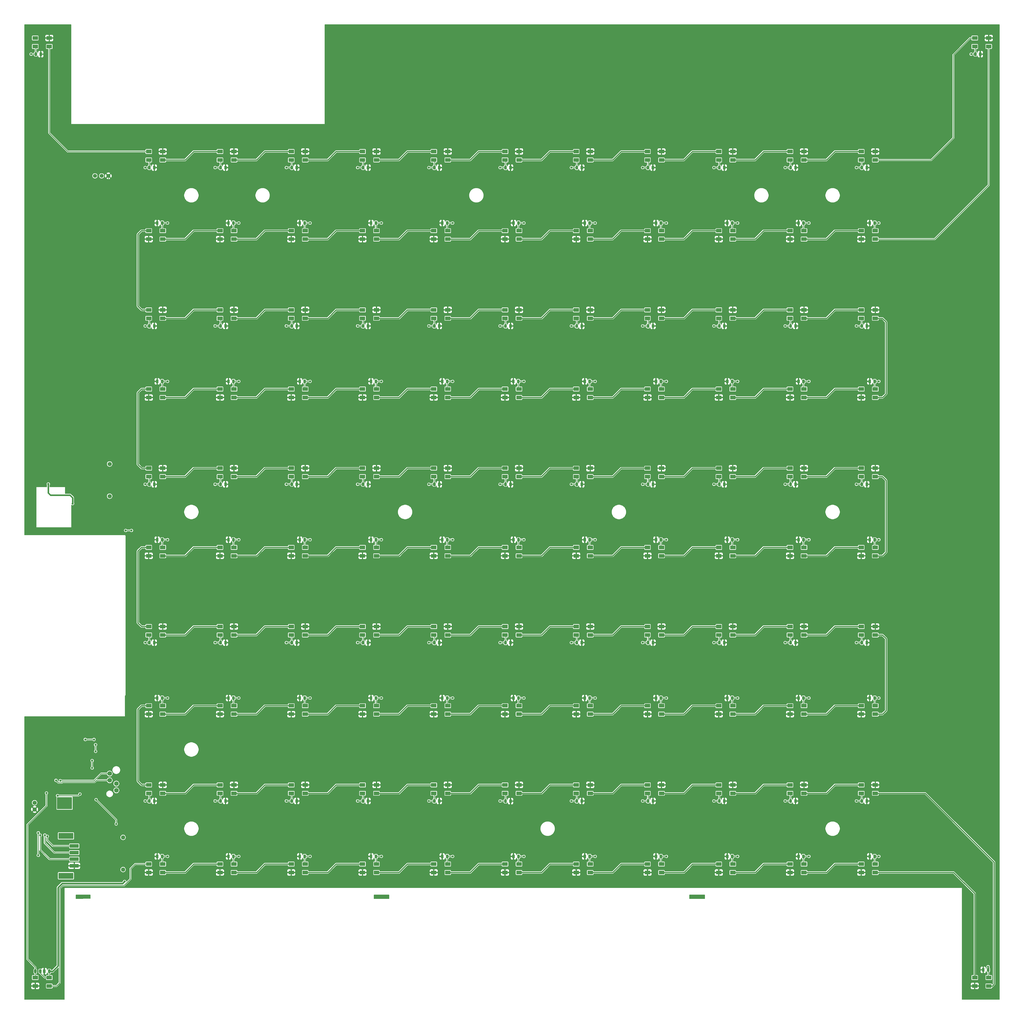
<source format=gbr>
G04 #@! TF.GenerationSoftware,KiCad,Pcbnew,(5.1.5)-3*
G04 #@! TF.CreationDate,2020-12-03T11:47:19+01:00*
G04 #@! TF.ProjectId,Wordclock_V1.1,576f7264-636c-46f6-936b-5f56312e312e,rev?*
G04 #@! TF.SameCoordinates,Original*
G04 #@! TF.FileFunction,Copper,L2,Bot*
G04 #@! TF.FilePolarity,Positive*
%FSLAX46Y46*%
G04 Gerber Fmt 4.6, Leading zero omitted, Abs format (unit mm)*
G04 Created by KiCad (PCBNEW (5.1.5)-3) date 2020-12-03 11:47:19*
%MOMM*%
%LPD*%
G04 APERTURE LIST*
%ADD10C,0.500000*%
%ADD11C,1.600000*%
%ADD12R,3.400000X1.400000*%
%ADD13R,5.600000X2.300000*%
%ADD14C,1.750000*%
%ADD15C,0.100000*%
%ADD16R,2.000000X1.400000*%
%ADD17C,1.524000*%
%ADD18C,0.800000*%
%ADD19C,0.250000*%
%ADD20C,0.600000*%
%ADD21C,0.400000*%
%ADD22C,0.200000*%
G04 APERTURE END LIST*
D10*
X17125000Y-283975000D03*
X15962500Y-283975000D03*
X14800000Y-283975000D03*
X13637500Y-283975000D03*
X12475000Y-283975000D03*
X17125000Y-282812500D03*
X15962500Y-282812500D03*
X14800000Y-282812500D03*
X13637500Y-282812500D03*
X12475000Y-282812500D03*
X17125000Y-281650000D03*
X15962500Y-281650000D03*
X14800000Y-281650000D03*
X13637500Y-281650000D03*
X12475000Y-281650000D03*
X17125000Y-280487500D03*
X15962500Y-280487500D03*
X14800000Y-280487500D03*
X13637500Y-280487500D03*
X12475000Y-280487500D03*
X17125000Y-279325000D03*
X15962500Y-279325000D03*
X14800000Y-279325000D03*
X13637500Y-279325000D03*
X12475000Y-279325000D03*
D11*
X32520000Y-166800000D03*
X32520000Y-179000000D03*
X37620000Y-308300000D03*
X37620000Y-320500000D03*
D12*
X19130000Y-319050000D03*
X19130000Y-316550000D03*
X19130000Y-314050000D03*
X19130000Y-311550000D03*
D13*
X15970000Y-322850000D03*
X15970000Y-307750000D03*
D14*
X35070000Y-285395000D03*
X35070000Y-287935000D03*
X35070000Y-290475000D03*
X32530000Y-284125000D03*
X32530000Y-286665000D03*
X32530000Y-289205000D03*
G04 #@! TA.AperFunction,SMDPad,CuDef*
D15*
G36*
X6505142Y-358301174D02*
G01*
X6528803Y-358304684D01*
X6552007Y-358310496D01*
X6574529Y-358318554D01*
X6596153Y-358328782D01*
X6616670Y-358341079D01*
X6635883Y-358355329D01*
X6653607Y-358371393D01*
X6669671Y-358389117D01*
X6683921Y-358408330D01*
X6696218Y-358428847D01*
X6706446Y-358450471D01*
X6714504Y-358472993D01*
X6720316Y-358496197D01*
X6723826Y-358519858D01*
X6725000Y-358543750D01*
X6725000Y-359456250D01*
X6723826Y-359480142D01*
X6720316Y-359503803D01*
X6714504Y-359527007D01*
X6706446Y-359549529D01*
X6696218Y-359571153D01*
X6683921Y-359591670D01*
X6669671Y-359610883D01*
X6653607Y-359628607D01*
X6635883Y-359644671D01*
X6616670Y-359658921D01*
X6596153Y-359671218D01*
X6574529Y-359681446D01*
X6552007Y-359689504D01*
X6528803Y-359695316D01*
X6505142Y-359698826D01*
X6481250Y-359700000D01*
X5993750Y-359700000D01*
X5969858Y-359698826D01*
X5946197Y-359695316D01*
X5922993Y-359689504D01*
X5900471Y-359681446D01*
X5878847Y-359671218D01*
X5858330Y-359658921D01*
X5839117Y-359644671D01*
X5821393Y-359628607D01*
X5805329Y-359610883D01*
X5791079Y-359591670D01*
X5778782Y-359571153D01*
X5768554Y-359549529D01*
X5760496Y-359527007D01*
X5754684Y-359503803D01*
X5751174Y-359480142D01*
X5750000Y-359456250D01*
X5750000Y-358543750D01*
X5751174Y-358519858D01*
X5754684Y-358496197D01*
X5760496Y-358472993D01*
X5768554Y-358450471D01*
X5778782Y-358428847D01*
X5791079Y-358408330D01*
X5805329Y-358389117D01*
X5821393Y-358371393D01*
X5839117Y-358355329D01*
X5858330Y-358341079D01*
X5878847Y-358328782D01*
X5900471Y-358318554D01*
X5922993Y-358310496D01*
X5946197Y-358304684D01*
X5969858Y-358301174D01*
X5993750Y-358300000D01*
X6481250Y-358300000D01*
X6505142Y-358301174D01*
G37*
G04 #@! TD.AperFunction*
G04 #@! TA.AperFunction,SMDPad,CuDef*
G36*
X4630142Y-358301174D02*
G01*
X4653803Y-358304684D01*
X4677007Y-358310496D01*
X4699529Y-358318554D01*
X4721153Y-358328782D01*
X4741670Y-358341079D01*
X4760883Y-358355329D01*
X4778607Y-358371393D01*
X4794671Y-358389117D01*
X4808921Y-358408330D01*
X4821218Y-358428847D01*
X4831446Y-358450471D01*
X4839504Y-358472993D01*
X4845316Y-358496197D01*
X4848826Y-358519858D01*
X4850000Y-358543750D01*
X4850000Y-359456250D01*
X4848826Y-359480142D01*
X4845316Y-359503803D01*
X4839504Y-359527007D01*
X4831446Y-359549529D01*
X4821218Y-359571153D01*
X4808921Y-359591670D01*
X4794671Y-359610883D01*
X4778607Y-359628607D01*
X4760883Y-359644671D01*
X4741670Y-359658921D01*
X4721153Y-359671218D01*
X4699529Y-359681446D01*
X4677007Y-359689504D01*
X4653803Y-359695316D01*
X4630142Y-359698826D01*
X4606250Y-359700000D01*
X4118750Y-359700000D01*
X4094858Y-359698826D01*
X4071197Y-359695316D01*
X4047993Y-359689504D01*
X4025471Y-359681446D01*
X4003847Y-359671218D01*
X3983330Y-359658921D01*
X3964117Y-359644671D01*
X3946393Y-359628607D01*
X3930329Y-359610883D01*
X3916079Y-359591670D01*
X3903782Y-359571153D01*
X3893554Y-359549529D01*
X3885496Y-359527007D01*
X3879684Y-359503803D01*
X3876174Y-359480142D01*
X3875000Y-359456250D01*
X3875000Y-358543750D01*
X3876174Y-358519858D01*
X3879684Y-358496197D01*
X3885496Y-358472993D01*
X3893554Y-358450471D01*
X3903782Y-358428847D01*
X3916079Y-358408330D01*
X3930329Y-358389117D01*
X3946393Y-358371393D01*
X3964117Y-358355329D01*
X3983330Y-358341079D01*
X4003847Y-358328782D01*
X4025471Y-358318554D01*
X4047993Y-358310496D01*
X4071197Y-358304684D01*
X4094858Y-358301174D01*
X4118750Y-358300000D01*
X4606250Y-358300000D01*
X4630142Y-358301174D01*
G37*
G04 #@! TD.AperFunction*
D11*
X4100000Y-297700000D03*
X4100000Y-295160000D03*
D16*
X317350000Y-321600000D03*
X317350000Y-318400000D03*
X322650000Y-321600000D03*
X322650000Y-318400000D03*
G04 #@! TA.AperFunction,SMDPad,CuDef*
D15*
G36*
X322705142Y-314801174D02*
G01*
X322728803Y-314804684D01*
X322752007Y-314810496D01*
X322774529Y-314818554D01*
X322796153Y-314828782D01*
X322816670Y-314841079D01*
X322835883Y-314855329D01*
X322853607Y-314871393D01*
X322869671Y-314889117D01*
X322883921Y-314908330D01*
X322896218Y-314928847D01*
X322906446Y-314950471D01*
X322914504Y-314972993D01*
X322920316Y-314996197D01*
X322923826Y-315019858D01*
X322925000Y-315043750D01*
X322925000Y-315956250D01*
X322923826Y-315980142D01*
X322920316Y-316003803D01*
X322914504Y-316027007D01*
X322906446Y-316049529D01*
X322896218Y-316071153D01*
X322883921Y-316091670D01*
X322869671Y-316110883D01*
X322853607Y-316128607D01*
X322835883Y-316144671D01*
X322816670Y-316158921D01*
X322796153Y-316171218D01*
X322774529Y-316181446D01*
X322752007Y-316189504D01*
X322728803Y-316195316D01*
X322705142Y-316198826D01*
X322681250Y-316200000D01*
X322193750Y-316200000D01*
X322169858Y-316198826D01*
X322146197Y-316195316D01*
X322122993Y-316189504D01*
X322100471Y-316181446D01*
X322078847Y-316171218D01*
X322058330Y-316158921D01*
X322039117Y-316144671D01*
X322021393Y-316128607D01*
X322005329Y-316110883D01*
X321991079Y-316091670D01*
X321978782Y-316071153D01*
X321968554Y-316049529D01*
X321960496Y-316027007D01*
X321954684Y-316003803D01*
X321951174Y-315980142D01*
X321950000Y-315956250D01*
X321950000Y-315043750D01*
X321951174Y-315019858D01*
X321954684Y-314996197D01*
X321960496Y-314972993D01*
X321968554Y-314950471D01*
X321978782Y-314928847D01*
X321991079Y-314908330D01*
X322005329Y-314889117D01*
X322021393Y-314871393D01*
X322039117Y-314855329D01*
X322058330Y-314841079D01*
X322078847Y-314828782D01*
X322100471Y-314818554D01*
X322122993Y-314810496D01*
X322146197Y-314804684D01*
X322169858Y-314801174D01*
X322193750Y-314800000D01*
X322681250Y-314800000D01*
X322705142Y-314801174D01*
G37*
G04 #@! TD.AperFunction*
G04 #@! TA.AperFunction,SMDPad,CuDef*
G36*
X320830142Y-314801174D02*
G01*
X320853803Y-314804684D01*
X320877007Y-314810496D01*
X320899529Y-314818554D01*
X320921153Y-314828782D01*
X320941670Y-314841079D01*
X320960883Y-314855329D01*
X320978607Y-314871393D01*
X320994671Y-314889117D01*
X321008921Y-314908330D01*
X321021218Y-314928847D01*
X321031446Y-314950471D01*
X321039504Y-314972993D01*
X321045316Y-314996197D01*
X321048826Y-315019858D01*
X321050000Y-315043750D01*
X321050000Y-315956250D01*
X321048826Y-315980142D01*
X321045316Y-316003803D01*
X321039504Y-316027007D01*
X321031446Y-316049529D01*
X321021218Y-316071153D01*
X321008921Y-316091670D01*
X320994671Y-316110883D01*
X320978607Y-316128607D01*
X320960883Y-316144671D01*
X320941670Y-316158921D01*
X320921153Y-316171218D01*
X320899529Y-316181446D01*
X320877007Y-316189504D01*
X320853803Y-316195316D01*
X320830142Y-316198826D01*
X320806250Y-316200000D01*
X320318750Y-316200000D01*
X320294858Y-316198826D01*
X320271197Y-316195316D01*
X320247993Y-316189504D01*
X320225471Y-316181446D01*
X320203847Y-316171218D01*
X320183330Y-316158921D01*
X320164117Y-316144671D01*
X320146393Y-316128607D01*
X320130329Y-316110883D01*
X320116079Y-316091670D01*
X320103782Y-316071153D01*
X320093554Y-316049529D01*
X320085496Y-316027007D01*
X320079684Y-316003803D01*
X320076174Y-315980142D01*
X320075000Y-315956250D01*
X320075000Y-315043750D01*
X320076174Y-315019858D01*
X320079684Y-314996197D01*
X320085496Y-314972993D01*
X320093554Y-314950471D01*
X320103782Y-314928847D01*
X320116079Y-314908330D01*
X320130329Y-314889117D01*
X320146393Y-314871393D01*
X320164117Y-314855329D01*
X320183330Y-314841079D01*
X320203847Y-314828782D01*
X320225471Y-314818554D01*
X320247993Y-314810496D01*
X320271197Y-314804684D01*
X320294858Y-314801174D01*
X320318750Y-314800000D01*
X320806250Y-314800000D01*
X320830142Y-314801174D01*
G37*
G04 #@! TD.AperFunction*
D16*
X290350000Y-321600000D03*
X290350000Y-318400000D03*
X295650000Y-321600000D03*
X295650000Y-318400000D03*
X322650000Y-288400000D03*
X322650000Y-291600000D03*
X317350000Y-288400000D03*
X317350000Y-291600000D03*
X295650000Y-288400000D03*
X295650000Y-291600000D03*
X290350000Y-288400000D03*
X290350000Y-291600000D03*
G04 #@! TA.AperFunction,SMDPad,CuDef*
D15*
G36*
X295705142Y-314801174D02*
G01*
X295728803Y-314804684D01*
X295752007Y-314810496D01*
X295774529Y-314818554D01*
X295796153Y-314828782D01*
X295816670Y-314841079D01*
X295835883Y-314855329D01*
X295853607Y-314871393D01*
X295869671Y-314889117D01*
X295883921Y-314908330D01*
X295896218Y-314928847D01*
X295906446Y-314950471D01*
X295914504Y-314972993D01*
X295920316Y-314996197D01*
X295923826Y-315019858D01*
X295925000Y-315043750D01*
X295925000Y-315956250D01*
X295923826Y-315980142D01*
X295920316Y-316003803D01*
X295914504Y-316027007D01*
X295906446Y-316049529D01*
X295896218Y-316071153D01*
X295883921Y-316091670D01*
X295869671Y-316110883D01*
X295853607Y-316128607D01*
X295835883Y-316144671D01*
X295816670Y-316158921D01*
X295796153Y-316171218D01*
X295774529Y-316181446D01*
X295752007Y-316189504D01*
X295728803Y-316195316D01*
X295705142Y-316198826D01*
X295681250Y-316200000D01*
X295193750Y-316200000D01*
X295169858Y-316198826D01*
X295146197Y-316195316D01*
X295122993Y-316189504D01*
X295100471Y-316181446D01*
X295078847Y-316171218D01*
X295058330Y-316158921D01*
X295039117Y-316144671D01*
X295021393Y-316128607D01*
X295005329Y-316110883D01*
X294991079Y-316091670D01*
X294978782Y-316071153D01*
X294968554Y-316049529D01*
X294960496Y-316027007D01*
X294954684Y-316003803D01*
X294951174Y-315980142D01*
X294950000Y-315956250D01*
X294950000Y-315043750D01*
X294951174Y-315019858D01*
X294954684Y-314996197D01*
X294960496Y-314972993D01*
X294968554Y-314950471D01*
X294978782Y-314928847D01*
X294991079Y-314908330D01*
X295005329Y-314889117D01*
X295021393Y-314871393D01*
X295039117Y-314855329D01*
X295058330Y-314841079D01*
X295078847Y-314828782D01*
X295100471Y-314818554D01*
X295122993Y-314810496D01*
X295146197Y-314804684D01*
X295169858Y-314801174D01*
X295193750Y-314800000D01*
X295681250Y-314800000D01*
X295705142Y-314801174D01*
G37*
G04 #@! TD.AperFunction*
G04 #@! TA.AperFunction,SMDPad,CuDef*
G36*
X293830142Y-314801174D02*
G01*
X293853803Y-314804684D01*
X293877007Y-314810496D01*
X293899529Y-314818554D01*
X293921153Y-314828782D01*
X293941670Y-314841079D01*
X293960883Y-314855329D01*
X293978607Y-314871393D01*
X293994671Y-314889117D01*
X294008921Y-314908330D01*
X294021218Y-314928847D01*
X294031446Y-314950471D01*
X294039504Y-314972993D01*
X294045316Y-314996197D01*
X294048826Y-315019858D01*
X294050000Y-315043750D01*
X294050000Y-315956250D01*
X294048826Y-315980142D01*
X294045316Y-316003803D01*
X294039504Y-316027007D01*
X294031446Y-316049529D01*
X294021218Y-316071153D01*
X294008921Y-316091670D01*
X293994671Y-316110883D01*
X293978607Y-316128607D01*
X293960883Y-316144671D01*
X293941670Y-316158921D01*
X293921153Y-316171218D01*
X293899529Y-316181446D01*
X293877007Y-316189504D01*
X293853803Y-316195316D01*
X293830142Y-316198826D01*
X293806250Y-316200000D01*
X293318750Y-316200000D01*
X293294858Y-316198826D01*
X293271197Y-316195316D01*
X293247993Y-316189504D01*
X293225471Y-316181446D01*
X293203847Y-316171218D01*
X293183330Y-316158921D01*
X293164117Y-316144671D01*
X293146393Y-316128607D01*
X293130329Y-316110883D01*
X293116079Y-316091670D01*
X293103782Y-316071153D01*
X293093554Y-316049529D01*
X293085496Y-316027007D01*
X293079684Y-316003803D01*
X293076174Y-315980142D01*
X293075000Y-315956250D01*
X293075000Y-315043750D01*
X293076174Y-315019858D01*
X293079684Y-314996197D01*
X293085496Y-314972993D01*
X293093554Y-314950471D01*
X293103782Y-314928847D01*
X293116079Y-314908330D01*
X293130329Y-314889117D01*
X293146393Y-314871393D01*
X293164117Y-314855329D01*
X293183330Y-314841079D01*
X293203847Y-314828782D01*
X293225471Y-314818554D01*
X293247993Y-314810496D01*
X293271197Y-314804684D01*
X293294858Y-314801174D01*
X293318750Y-314800000D01*
X293806250Y-314800000D01*
X293830142Y-314801174D01*
G37*
G04 #@! TD.AperFunction*
G04 #@! TA.AperFunction,SMDPad,CuDef*
G36*
X322705142Y-254801174D02*
G01*
X322728803Y-254804684D01*
X322752007Y-254810496D01*
X322774529Y-254818554D01*
X322796153Y-254828782D01*
X322816670Y-254841079D01*
X322835883Y-254855329D01*
X322853607Y-254871393D01*
X322869671Y-254889117D01*
X322883921Y-254908330D01*
X322896218Y-254928847D01*
X322906446Y-254950471D01*
X322914504Y-254972993D01*
X322920316Y-254996197D01*
X322923826Y-255019858D01*
X322925000Y-255043750D01*
X322925000Y-255956250D01*
X322923826Y-255980142D01*
X322920316Y-256003803D01*
X322914504Y-256027007D01*
X322906446Y-256049529D01*
X322896218Y-256071153D01*
X322883921Y-256091670D01*
X322869671Y-256110883D01*
X322853607Y-256128607D01*
X322835883Y-256144671D01*
X322816670Y-256158921D01*
X322796153Y-256171218D01*
X322774529Y-256181446D01*
X322752007Y-256189504D01*
X322728803Y-256195316D01*
X322705142Y-256198826D01*
X322681250Y-256200000D01*
X322193750Y-256200000D01*
X322169858Y-256198826D01*
X322146197Y-256195316D01*
X322122993Y-256189504D01*
X322100471Y-256181446D01*
X322078847Y-256171218D01*
X322058330Y-256158921D01*
X322039117Y-256144671D01*
X322021393Y-256128607D01*
X322005329Y-256110883D01*
X321991079Y-256091670D01*
X321978782Y-256071153D01*
X321968554Y-256049529D01*
X321960496Y-256027007D01*
X321954684Y-256003803D01*
X321951174Y-255980142D01*
X321950000Y-255956250D01*
X321950000Y-255043750D01*
X321951174Y-255019858D01*
X321954684Y-254996197D01*
X321960496Y-254972993D01*
X321968554Y-254950471D01*
X321978782Y-254928847D01*
X321991079Y-254908330D01*
X322005329Y-254889117D01*
X322021393Y-254871393D01*
X322039117Y-254855329D01*
X322058330Y-254841079D01*
X322078847Y-254828782D01*
X322100471Y-254818554D01*
X322122993Y-254810496D01*
X322146197Y-254804684D01*
X322169858Y-254801174D01*
X322193750Y-254800000D01*
X322681250Y-254800000D01*
X322705142Y-254801174D01*
G37*
G04 #@! TD.AperFunction*
G04 #@! TA.AperFunction,SMDPad,CuDef*
G36*
X320830142Y-254801174D02*
G01*
X320853803Y-254804684D01*
X320877007Y-254810496D01*
X320899529Y-254818554D01*
X320921153Y-254828782D01*
X320941670Y-254841079D01*
X320960883Y-254855329D01*
X320978607Y-254871393D01*
X320994671Y-254889117D01*
X321008921Y-254908330D01*
X321021218Y-254928847D01*
X321031446Y-254950471D01*
X321039504Y-254972993D01*
X321045316Y-254996197D01*
X321048826Y-255019858D01*
X321050000Y-255043750D01*
X321050000Y-255956250D01*
X321048826Y-255980142D01*
X321045316Y-256003803D01*
X321039504Y-256027007D01*
X321031446Y-256049529D01*
X321021218Y-256071153D01*
X321008921Y-256091670D01*
X320994671Y-256110883D01*
X320978607Y-256128607D01*
X320960883Y-256144671D01*
X320941670Y-256158921D01*
X320921153Y-256171218D01*
X320899529Y-256181446D01*
X320877007Y-256189504D01*
X320853803Y-256195316D01*
X320830142Y-256198826D01*
X320806250Y-256200000D01*
X320318750Y-256200000D01*
X320294858Y-256198826D01*
X320271197Y-256195316D01*
X320247993Y-256189504D01*
X320225471Y-256181446D01*
X320203847Y-256171218D01*
X320183330Y-256158921D01*
X320164117Y-256144671D01*
X320146393Y-256128607D01*
X320130329Y-256110883D01*
X320116079Y-256091670D01*
X320103782Y-256071153D01*
X320093554Y-256049529D01*
X320085496Y-256027007D01*
X320079684Y-256003803D01*
X320076174Y-255980142D01*
X320075000Y-255956250D01*
X320075000Y-255043750D01*
X320076174Y-255019858D01*
X320079684Y-254996197D01*
X320085496Y-254972993D01*
X320093554Y-254950471D01*
X320103782Y-254928847D01*
X320116079Y-254908330D01*
X320130329Y-254889117D01*
X320146393Y-254871393D01*
X320164117Y-254855329D01*
X320183330Y-254841079D01*
X320203847Y-254828782D01*
X320225471Y-254818554D01*
X320247993Y-254810496D01*
X320271197Y-254804684D01*
X320294858Y-254801174D01*
X320318750Y-254800000D01*
X320806250Y-254800000D01*
X320830142Y-254801174D01*
G37*
G04 #@! TD.AperFunction*
G04 #@! TA.AperFunction,SMDPad,CuDef*
G36*
X322705142Y-194801174D02*
G01*
X322728803Y-194804684D01*
X322752007Y-194810496D01*
X322774529Y-194818554D01*
X322796153Y-194828782D01*
X322816670Y-194841079D01*
X322835883Y-194855329D01*
X322853607Y-194871393D01*
X322869671Y-194889117D01*
X322883921Y-194908330D01*
X322896218Y-194928847D01*
X322906446Y-194950471D01*
X322914504Y-194972993D01*
X322920316Y-194996197D01*
X322923826Y-195019858D01*
X322925000Y-195043750D01*
X322925000Y-195956250D01*
X322923826Y-195980142D01*
X322920316Y-196003803D01*
X322914504Y-196027007D01*
X322906446Y-196049529D01*
X322896218Y-196071153D01*
X322883921Y-196091670D01*
X322869671Y-196110883D01*
X322853607Y-196128607D01*
X322835883Y-196144671D01*
X322816670Y-196158921D01*
X322796153Y-196171218D01*
X322774529Y-196181446D01*
X322752007Y-196189504D01*
X322728803Y-196195316D01*
X322705142Y-196198826D01*
X322681250Y-196200000D01*
X322193750Y-196200000D01*
X322169858Y-196198826D01*
X322146197Y-196195316D01*
X322122993Y-196189504D01*
X322100471Y-196181446D01*
X322078847Y-196171218D01*
X322058330Y-196158921D01*
X322039117Y-196144671D01*
X322021393Y-196128607D01*
X322005329Y-196110883D01*
X321991079Y-196091670D01*
X321978782Y-196071153D01*
X321968554Y-196049529D01*
X321960496Y-196027007D01*
X321954684Y-196003803D01*
X321951174Y-195980142D01*
X321950000Y-195956250D01*
X321950000Y-195043750D01*
X321951174Y-195019858D01*
X321954684Y-194996197D01*
X321960496Y-194972993D01*
X321968554Y-194950471D01*
X321978782Y-194928847D01*
X321991079Y-194908330D01*
X322005329Y-194889117D01*
X322021393Y-194871393D01*
X322039117Y-194855329D01*
X322058330Y-194841079D01*
X322078847Y-194828782D01*
X322100471Y-194818554D01*
X322122993Y-194810496D01*
X322146197Y-194804684D01*
X322169858Y-194801174D01*
X322193750Y-194800000D01*
X322681250Y-194800000D01*
X322705142Y-194801174D01*
G37*
G04 #@! TD.AperFunction*
G04 #@! TA.AperFunction,SMDPad,CuDef*
G36*
X320830142Y-194801174D02*
G01*
X320853803Y-194804684D01*
X320877007Y-194810496D01*
X320899529Y-194818554D01*
X320921153Y-194828782D01*
X320941670Y-194841079D01*
X320960883Y-194855329D01*
X320978607Y-194871393D01*
X320994671Y-194889117D01*
X321008921Y-194908330D01*
X321021218Y-194928847D01*
X321031446Y-194950471D01*
X321039504Y-194972993D01*
X321045316Y-194996197D01*
X321048826Y-195019858D01*
X321050000Y-195043750D01*
X321050000Y-195956250D01*
X321048826Y-195980142D01*
X321045316Y-196003803D01*
X321039504Y-196027007D01*
X321031446Y-196049529D01*
X321021218Y-196071153D01*
X321008921Y-196091670D01*
X320994671Y-196110883D01*
X320978607Y-196128607D01*
X320960883Y-196144671D01*
X320941670Y-196158921D01*
X320921153Y-196171218D01*
X320899529Y-196181446D01*
X320877007Y-196189504D01*
X320853803Y-196195316D01*
X320830142Y-196198826D01*
X320806250Y-196200000D01*
X320318750Y-196200000D01*
X320294858Y-196198826D01*
X320271197Y-196195316D01*
X320247993Y-196189504D01*
X320225471Y-196181446D01*
X320203847Y-196171218D01*
X320183330Y-196158921D01*
X320164117Y-196144671D01*
X320146393Y-196128607D01*
X320130329Y-196110883D01*
X320116079Y-196091670D01*
X320103782Y-196071153D01*
X320093554Y-196049529D01*
X320085496Y-196027007D01*
X320079684Y-196003803D01*
X320076174Y-195980142D01*
X320075000Y-195956250D01*
X320075000Y-195043750D01*
X320076174Y-195019858D01*
X320079684Y-194996197D01*
X320085496Y-194972993D01*
X320093554Y-194950471D01*
X320103782Y-194928847D01*
X320116079Y-194908330D01*
X320130329Y-194889117D01*
X320146393Y-194871393D01*
X320164117Y-194855329D01*
X320183330Y-194841079D01*
X320203847Y-194828782D01*
X320225471Y-194818554D01*
X320247993Y-194810496D01*
X320271197Y-194804684D01*
X320294858Y-194801174D01*
X320318750Y-194800000D01*
X320806250Y-194800000D01*
X320830142Y-194801174D01*
G37*
G04 #@! TD.AperFunction*
G04 #@! TA.AperFunction,SMDPad,CuDef*
G36*
X317830142Y-293801174D02*
G01*
X317853803Y-293804684D01*
X317877007Y-293810496D01*
X317899529Y-293818554D01*
X317921153Y-293828782D01*
X317941670Y-293841079D01*
X317960883Y-293855329D01*
X317978607Y-293871393D01*
X317994671Y-293889117D01*
X318008921Y-293908330D01*
X318021218Y-293928847D01*
X318031446Y-293950471D01*
X318039504Y-293972993D01*
X318045316Y-293996197D01*
X318048826Y-294019858D01*
X318050000Y-294043750D01*
X318050000Y-294956250D01*
X318048826Y-294980142D01*
X318045316Y-295003803D01*
X318039504Y-295027007D01*
X318031446Y-295049529D01*
X318021218Y-295071153D01*
X318008921Y-295091670D01*
X317994671Y-295110883D01*
X317978607Y-295128607D01*
X317960883Y-295144671D01*
X317941670Y-295158921D01*
X317921153Y-295171218D01*
X317899529Y-295181446D01*
X317877007Y-295189504D01*
X317853803Y-295195316D01*
X317830142Y-295198826D01*
X317806250Y-295200000D01*
X317318750Y-295200000D01*
X317294858Y-295198826D01*
X317271197Y-295195316D01*
X317247993Y-295189504D01*
X317225471Y-295181446D01*
X317203847Y-295171218D01*
X317183330Y-295158921D01*
X317164117Y-295144671D01*
X317146393Y-295128607D01*
X317130329Y-295110883D01*
X317116079Y-295091670D01*
X317103782Y-295071153D01*
X317093554Y-295049529D01*
X317085496Y-295027007D01*
X317079684Y-295003803D01*
X317076174Y-294980142D01*
X317075000Y-294956250D01*
X317075000Y-294043750D01*
X317076174Y-294019858D01*
X317079684Y-293996197D01*
X317085496Y-293972993D01*
X317093554Y-293950471D01*
X317103782Y-293928847D01*
X317116079Y-293908330D01*
X317130329Y-293889117D01*
X317146393Y-293871393D01*
X317164117Y-293855329D01*
X317183330Y-293841079D01*
X317203847Y-293828782D01*
X317225471Y-293818554D01*
X317247993Y-293810496D01*
X317271197Y-293804684D01*
X317294858Y-293801174D01*
X317318750Y-293800000D01*
X317806250Y-293800000D01*
X317830142Y-293801174D01*
G37*
G04 #@! TD.AperFunction*
G04 #@! TA.AperFunction,SMDPad,CuDef*
G36*
X319705142Y-293801174D02*
G01*
X319728803Y-293804684D01*
X319752007Y-293810496D01*
X319774529Y-293818554D01*
X319796153Y-293828782D01*
X319816670Y-293841079D01*
X319835883Y-293855329D01*
X319853607Y-293871393D01*
X319869671Y-293889117D01*
X319883921Y-293908330D01*
X319896218Y-293928847D01*
X319906446Y-293950471D01*
X319914504Y-293972993D01*
X319920316Y-293996197D01*
X319923826Y-294019858D01*
X319925000Y-294043750D01*
X319925000Y-294956250D01*
X319923826Y-294980142D01*
X319920316Y-295003803D01*
X319914504Y-295027007D01*
X319906446Y-295049529D01*
X319896218Y-295071153D01*
X319883921Y-295091670D01*
X319869671Y-295110883D01*
X319853607Y-295128607D01*
X319835883Y-295144671D01*
X319816670Y-295158921D01*
X319796153Y-295171218D01*
X319774529Y-295181446D01*
X319752007Y-295189504D01*
X319728803Y-295195316D01*
X319705142Y-295198826D01*
X319681250Y-295200000D01*
X319193750Y-295200000D01*
X319169858Y-295198826D01*
X319146197Y-295195316D01*
X319122993Y-295189504D01*
X319100471Y-295181446D01*
X319078847Y-295171218D01*
X319058330Y-295158921D01*
X319039117Y-295144671D01*
X319021393Y-295128607D01*
X319005329Y-295110883D01*
X318991079Y-295091670D01*
X318978782Y-295071153D01*
X318968554Y-295049529D01*
X318960496Y-295027007D01*
X318954684Y-295003803D01*
X318951174Y-294980142D01*
X318950000Y-294956250D01*
X318950000Y-294043750D01*
X318951174Y-294019858D01*
X318954684Y-293996197D01*
X318960496Y-293972993D01*
X318968554Y-293950471D01*
X318978782Y-293928847D01*
X318991079Y-293908330D01*
X319005329Y-293889117D01*
X319021393Y-293871393D01*
X319039117Y-293855329D01*
X319058330Y-293841079D01*
X319078847Y-293828782D01*
X319100471Y-293818554D01*
X319122993Y-293810496D01*
X319146197Y-293804684D01*
X319169858Y-293801174D01*
X319193750Y-293800000D01*
X319681250Y-293800000D01*
X319705142Y-293801174D01*
G37*
G04 #@! TD.AperFunction*
G04 #@! TA.AperFunction,SMDPad,CuDef*
G36*
X317830142Y-233801174D02*
G01*
X317853803Y-233804684D01*
X317877007Y-233810496D01*
X317899529Y-233818554D01*
X317921153Y-233828782D01*
X317941670Y-233841079D01*
X317960883Y-233855329D01*
X317978607Y-233871393D01*
X317994671Y-233889117D01*
X318008921Y-233908330D01*
X318021218Y-233928847D01*
X318031446Y-233950471D01*
X318039504Y-233972993D01*
X318045316Y-233996197D01*
X318048826Y-234019858D01*
X318050000Y-234043750D01*
X318050000Y-234956250D01*
X318048826Y-234980142D01*
X318045316Y-235003803D01*
X318039504Y-235027007D01*
X318031446Y-235049529D01*
X318021218Y-235071153D01*
X318008921Y-235091670D01*
X317994671Y-235110883D01*
X317978607Y-235128607D01*
X317960883Y-235144671D01*
X317941670Y-235158921D01*
X317921153Y-235171218D01*
X317899529Y-235181446D01*
X317877007Y-235189504D01*
X317853803Y-235195316D01*
X317830142Y-235198826D01*
X317806250Y-235200000D01*
X317318750Y-235200000D01*
X317294858Y-235198826D01*
X317271197Y-235195316D01*
X317247993Y-235189504D01*
X317225471Y-235181446D01*
X317203847Y-235171218D01*
X317183330Y-235158921D01*
X317164117Y-235144671D01*
X317146393Y-235128607D01*
X317130329Y-235110883D01*
X317116079Y-235091670D01*
X317103782Y-235071153D01*
X317093554Y-235049529D01*
X317085496Y-235027007D01*
X317079684Y-235003803D01*
X317076174Y-234980142D01*
X317075000Y-234956250D01*
X317075000Y-234043750D01*
X317076174Y-234019858D01*
X317079684Y-233996197D01*
X317085496Y-233972993D01*
X317093554Y-233950471D01*
X317103782Y-233928847D01*
X317116079Y-233908330D01*
X317130329Y-233889117D01*
X317146393Y-233871393D01*
X317164117Y-233855329D01*
X317183330Y-233841079D01*
X317203847Y-233828782D01*
X317225471Y-233818554D01*
X317247993Y-233810496D01*
X317271197Y-233804684D01*
X317294858Y-233801174D01*
X317318750Y-233800000D01*
X317806250Y-233800000D01*
X317830142Y-233801174D01*
G37*
G04 #@! TD.AperFunction*
G04 #@! TA.AperFunction,SMDPad,CuDef*
G36*
X319705142Y-233801174D02*
G01*
X319728803Y-233804684D01*
X319752007Y-233810496D01*
X319774529Y-233818554D01*
X319796153Y-233828782D01*
X319816670Y-233841079D01*
X319835883Y-233855329D01*
X319853607Y-233871393D01*
X319869671Y-233889117D01*
X319883921Y-233908330D01*
X319896218Y-233928847D01*
X319906446Y-233950471D01*
X319914504Y-233972993D01*
X319920316Y-233996197D01*
X319923826Y-234019858D01*
X319925000Y-234043750D01*
X319925000Y-234956250D01*
X319923826Y-234980142D01*
X319920316Y-235003803D01*
X319914504Y-235027007D01*
X319906446Y-235049529D01*
X319896218Y-235071153D01*
X319883921Y-235091670D01*
X319869671Y-235110883D01*
X319853607Y-235128607D01*
X319835883Y-235144671D01*
X319816670Y-235158921D01*
X319796153Y-235171218D01*
X319774529Y-235181446D01*
X319752007Y-235189504D01*
X319728803Y-235195316D01*
X319705142Y-235198826D01*
X319681250Y-235200000D01*
X319193750Y-235200000D01*
X319169858Y-235198826D01*
X319146197Y-235195316D01*
X319122993Y-235189504D01*
X319100471Y-235181446D01*
X319078847Y-235171218D01*
X319058330Y-235158921D01*
X319039117Y-235144671D01*
X319021393Y-235128607D01*
X319005329Y-235110883D01*
X318991079Y-235091670D01*
X318978782Y-235071153D01*
X318968554Y-235049529D01*
X318960496Y-235027007D01*
X318954684Y-235003803D01*
X318951174Y-234980142D01*
X318950000Y-234956250D01*
X318950000Y-234043750D01*
X318951174Y-234019858D01*
X318954684Y-233996197D01*
X318960496Y-233972993D01*
X318968554Y-233950471D01*
X318978782Y-233928847D01*
X318991079Y-233908330D01*
X319005329Y-233889117D01*
X319021393Y-233871393D01*
X319039117Y-233855329D01*
X319058330Y-233841079D01*
X319078847Y-233828782D01*
X319100471Y-233818554D01*
X319122993Y-233810496D01*
X319146197Y-233804684D01*
X319169858Y-233801174D01*
X319193750Y-233800000D01*
X319681250Y-233800000D01*
X319705142Y-233801174D01*
G37*
G04 #@! TD.AperFunction*
D16*
X317350000Y-261600000D03*
X317350000Y-258400000D03*
X322650000Y-261600000D03*
X322650000Y-258400000D03*
X322650000Y-228400000D03*
X322650000Y-231600000D03*
X317350000Y-228400000D03*
X317350000Y-231600000D03*
X317350000Y-201600000D03*
X317350000Y-198400000D03*
X322650000Y-201600000D03*
X322650000Y-198400000D03*
X360350000Y-364600000D03*
X360350000Y-361400000D03*
X365650000Y-364600000D03*
X365650000Y-361400000D03*
X365650000Y-5400000D03*
X365650000Y-8600000D03*
X360350000Y-5400000D03*
X360350000Y-8600000D03*
X9650000Y-5400000D03*
X9650000Y-8600000D03*
X4350000Y-5400000D03*
X4350000Y-8600000D03*
X4350000Y-364600000D03*
X4350000Y-361400000D03*
X9650000Y-364600000D03*
X9650000Y-361400000D03*
G04 #@! TA.AperFunction,SMDPad,CuDef*
D15*
G36*
X365705142Y-357801174D02*
G01*
X365728803Y-357804684D01*
X365752007Y-357810496D01*
X365774529Y-357818554D01*
X365796153Y-357828782D01*
X365816670Y-357841079D01*
X365835883Y-357855329D01*
X365853607Y-357871393D01*
X365869671Y-357889117D01*
X365883921Y-357908330D01*
X365896218Y-357928847D01*
X365906446Y-357950471D01*
X365914504Y-357972993D01*
X365920316Y-357996197D01*
X365923826Y-358019858D01*
X365925000Y-358043750D01*
X365925000Y-358956250D01*
X365923826Y-358980142D01*
X365920316Y-359003803D01*
X365914504Y-359027007D01*
X365906446Y-359049529D01*
X365896218Y-359071153D01*
X365883921Y-359091670D01*
X365869671Y-359110883D01*
X365853607Y-359128607D01*
X365835883Y-359144671D01*
X365816670Y-359158921D01*
X365796153Y-359171218D01*
X365774529Y-359181446D01*
X365752007Y-359189504D01*
X365728803Y-359195316D01*
X365705142Y-359198826D01*
X365681250Y-359200000D01*
X365193750Y-359200000D01*
X365169858Y-359198826D01*
X365146197Y-359195316D01*
X365122993Y-359189504D01*
X365100471Y-359181446D01*
X365078847Y-359171218D01*
X365058330Y-359158921D01*
X365039117Y-359144671D01*
X365021393Y-359128607D01*
X365005329Y-359110883D01*
X364991079Y-359091670D01*
X364978782Y-359071153D01*
X364968554Y-359049529D01*
X364960496Y-359027007D01*
X364954684Y-359003803D01*
X364951174Y-358980142D01*
X364950000Y-358956250D01*
X364950000Y-358043750D01*
X364951174Y-358019858D01*
X364954684Y-357996197D01*
X364960496Y-357972993D01*
X364968554Y-357950471D01*
X364978782Y-357928847D01*
X364991079Y-357908330D01*
X365005329Y-357889117D01*
X365021393Y-357871393D01*
X365039117Y-357855329D01*
X365058330Y-357841079D01*
X365078847Y-357828782D01*
X365100471Y-357818554D01*
X365122993Y-357810496D01*
X365146197Y-357804684D01*
X365169858Y-357801174D01*
X365193750Y-357800000D01*
X365681250Y-357800000D01*
X365705142Y-357801174D01*
G37*
G04 #@! TD.AperFunction*
G04 #@! TA.AperFunction,SMDPad,CuDef*
G36*
X363830142Y-357801174D02*
G01*
X363853803Y-357804684D01*
X363877007Y-357810496D01*
X363899529Y-357818554D01*
X363921153Y-357828782D01*
X363941670Y-357841079D01*
X363960883Y-357855329D01*
X363978607Y-357871393D01*
X363994671Y-357889117D01*
X364008921Y-357908330D01*
X364021218Y-357928847D01*
X364031446Y-357950471D01*
X364039504Y-357972993D01*
X364045316Y-357996197D01*
X364048826Y-358019858D01*
X364050000Y-358043750D01*
X364050000Y-358956250D01*
X364048826Y-358980142D01*
X364045316Y-359003803D01*
X364039504Y-359027007D01*
X364031446Y-359049529D01*
X364021218Y-359071153D01*
X364008921Y-359091670D01*
X363994671Y-359110883D01*
X363978607Y-359128607D01*
X363960883Y-359144671D01*
X363941670Y-359158921D01*
X363921153Y-359171218D01*
X363899529Y-359181446D01*
X363877007Y-359189504D01*
X363853803Y-359195316D01*
X363830142Y-359198826D01*
X363806250Y-359200000D01*
X363318750Y-359200000D01*
X363294858Y-359198826D01*
X363271197Y-359195316D01*
X363247993Y-359189504D01*
X363225471Y-359181446D01*
X363203847Y-359171218D01*
X363183330Y-359158921D01*
X363164117Y-359144671D01*
X363146393Y-359128607D01*
X363130329Y-359110883D01*
X363116079Y-359091670D01*
X363103782Y-359071153D01*
X363093554Y-359049529D01*
X363085496Y-359027007D01*
X363079684Y-359003803D01*
X363076174Y-358980142D01*
X363075000Y-358956250D01*
X363075000Y-358043750D01*
X363076174Y-358019858D01*
X363079684Y-357996197D01*
X363085496Y-357972993D01*
X363093554Y-357950471D01*
X363103782Y-357928847D01*
X363116079Y-357908330D01*
X363130329Y-357889117D01*
X363146393Y-357871393D01*
X363164117Y-357855329D01*
X363183330Y-357841079D01*
X363203847Y-357828782D01*
X363225471Y-357818554D01*
X363247993Y-357810496D01*
X363271197Y-357804684D01*
X363294858Y-357801174D01*
X363318750Y-357800000D01*
X363806250Y-357800000D01*
X363830142Y-357801174D01*
G37*
G04 #@! TD.AperFunction*
G04 #@! TA.AperFunction,SMDPad,CuDef*
G36*
X360830142Y-10801174D02*
G01*
X360853803Y-10804684D01*
X360877007Y-10810496D01*
X360899529Y-10818554D01*
X360921153Y-10828782D01*
X360941670Y-10841079D01*
X360960883Y-10855329D01*
X360978607Y-10871393D01*
X360994671Y-10889117D01*
X361008921Y-10908330D01*
X361021218Y-10928847D01*
X361031446Y-10950471D01*
X361039504Y-10972993D01*
X361045316Y-10996197D01*
X361048826Y-11019858D01*
X361050000Y-11043750D01*
X361050000Y-11956250D01*
X361048826Y-11980142D01*
X361045316Y-12003803D01*
X361039504Y-12027007D01*
X361031446Y-12049529D01*
X361021218Y-12071153D01*
X361008921Y-12091670D01*
X360994671Y-12110883D01*
X360978607Y-12128607D01*
X360960883Y-12144671D01*
X360941670Y-12158921D01*
X360921153Y-12171218D01*
X360899529Y-12181446D01*
X360877007Y-12189504D01*
X360853803Y-12195316D01*
X360830142Y-12198826D01*
X360806250Y-12200000D01*
X360318750Y-12200000D01*
X360294858Y-12198826D01*
X360271197Y-12195316D01*
X360247993Y-12189504D01*
X360225471Y-12181446D01*
X360203847Y-12171218D01*
X360183330Y-12158921D01*
X360164117Y-12144671D01*
X360146393Y-12128607D01*
X360130329Y-12110883D01*
X360116079Y-12091670D01*
X360103782Y-12071153D01*
X360093554Y-12049529D01*
X360085496Y-12027007D01*
X360079684Y-12003803D01*
X360076174Y-11980142D01*
X360075000Y-11956250D01*
X360075000Y-11043750D01*
X360076174Y-11019858D01*
X360079684Y-10996197D01*
X360085496Y-10972993D01*
X360093554Y-10950471D01*
X360103782Y-10928847D01*
X360116079Y-10908330D01*
X360130329Y-10889117D01*
X360146393Y-10871393D01*
X360164117Y-10855329D01*
X360183330Y-10841079D01*
X360203847Y-10828782D01*
X360225471Y-10818554D01*
X360247993Y-10810496D01*
X360271197Y-10804684D01*
X360294858Y-10801174D01*
X360318750Y-10800000D01*
X360806250Y-10800000D01*
X360830142Y-10801174D01*
G37*
G04 #@! TD.AperFunction*
G04 #@! TA.AperFunction,SMDPad,CuDef*
G36*
X362705142Y-10801174D02*
G01*
X362728803Y-10804684D01*
X362752007Y-10810496D01*
X362774529Y-10818554D01*
X362796153Y-10828782D01*
X362816670Y-10841079D01*
X362835883Y-10855329D01*
X362853607Y-10871393D01*
X362869671Y-10889117D01*
X362883921Y-10908330D01*
X362896218Y-10928847D01*
X362906446Y-10950471D01*
X362914504Y-10972993D01*
X362920316Y-10996197D01*
X362923826Y-11019858D01*
X362925000Y-11043750D01*
X362925000Y-11956250D01*
X362923826Y-11980142D01*
X362920316Y-12003803D01*
X362914504Y-12027007D01*
X362906446Y-12049529D01*
X362896218Y-12071153D01*
X362883921Y-12091670D01*
X362869671Y-12110883D01*
X362853607Y-12128607D01*
X362835883Y-12144671D01*
X362816670Y-12158921D01*
X362796153Y-12171218D01*
X362774529Y-12181446D01*
X362752007Y-12189504D01*
X362728803Y-12195316D01*
X362705142Y-12198826D01*
X362681250Y-12200000D01*
X362193750Y-12200000D01*
X362169858Y-12198826D01*
X362146197Y-12195316D01*
X362122993Y-12189504D01*
X362100471Y-12181446D01*
X362078847Y-12171218D01*
X362058330Y-12158921D01*
X362039117Y-12144671D01*
X362021393Y-12128607D01*
X362005329Y-12110883D01*
X361991079Y-12091670D01*
X361978782Y-12071153D01*
X361968554Y-12049529D01*
X361960496Y-12027007D01*
X361954684Y-12003803D01*
X361951174Y-11980142D01*
X361950000Y-11956250D01*
X361950000Y-11043750D01*
X361951174Y-11019858D01*
X361954684Y-10996197D01*
X361960496Y-10972993D01*
X361968554Y-10950471D01*
X361978782Y-10928847D01*
X361991079Y-10908330D01*
X362005329Y-10889117D01*
X362021393Y-10871393D01*
X362039117Y-10855329D01*
X362058330Y-10841079D01*
X362078847Y-10828782D01*
X362100471Y-10818554D01*
X362122993Y-10810496D01*
X362146197Y-10804684D01*
X362169858Y-10801174D01*
X362193750Y-10800000D01*
X362681250Y-10800000D01*
X362705142Y-10801174D01*
G37*
G04 #@! TD.AperFunction*
G04 #@! TA.AperFunction,SMDPad,CuDef*
G36*
X9905142Y-358301174D02*
G01*
X9928803Y-358304684D01*
X9952007Y-358310496D01*
X9974529Y-358318554D01*
X9996153Y-358328782D01*
X10016670Y-358341079D01*
X10035883Y-358355329D01*
X10053607Y-358371393D01*
X10069671Y-358389117D01*
X10083921Y-358408330D01*
X10096218Y-358428847D01*
X10106446Y-358450471D01*
X10114504Y-358472993D01*
X10120316Y-358496197D01*
X10123826Y-358519858D01*
X10125000Y-358543750D01*
X10125000Y-359456250D01*
X10123826Y-359480142D01*
X10120316Y-359503803D01*
X10114504Y-359527007D01*
X10106446Y-359549529D01*
X10096218Y-359571153D01*
X10083921Y-359591670D01*
X10069671Y-359610883D01*
X10053607Y-359628607D01*
X10035883Y-359644671D01*
X10016670Y-359658921D01*
X9996153Y-359671218D01*
X9974529Y-359681446D01*
X9952007Y-359689504D01*
X9928803Y-359695316D01*
X9905142Y-359698826D01*
X9881250Y-359700000D01*
X9393750Y-359700000D01*
X9369858Y-359698826D01*
X9346197Y-359695316D01*
X9322993Y-359689504D01*
X9300471Y-359681446D01*
X9278847Y-359671218D01*
X9258330Y-359658921D01*
X9239117Y-359644671D01*
X9221393Y-359628607D01*
X9205329Y-359610883D01*
X9191079Y-359591670D01*
X9178782Y-359571153D01*
X9168554Y-359549529D01*
X9160496Y-359527007D01*
X9154684Y-359503803D01*
X9151174Y-359480142D01*
X9150000Y-359456250D01*
X9150000Y-358543750D01*
X9151174Y-358519858D01*
X9154684Y-358496197D01*
X9160496Y-358472993D01*
X9168554Y-358450471D01*
X9178782Y-358428847D01*
X9191079Y-358408330D01*
X9205329Y-358389117D01*
X9221393Y-358371393D01*
X9239117Y-358355329D01*
X9258330Y-358341079D01*
X9278847Y-358328782D01*
X9300471Y-358318554D01*
X9322993Y-358310496D01*
X9346197Y-358304684D01*
X9369858Y-358301174D01*
X9393750Y-358300000D01*
X9881250Y-358300000D01*
X9905142Y-358301174D01*
G37*
G04 #@! TD.AperFunction*
G04 #@! TA.AperFunction,SMDPad,CuDef*
G36*
X8030142Y-358301174D02*
G01*
X8053803Y-358304684D01*
X8077007Y-358310496D01*
X8099529Y-358318554D01*
X8121153Y-358328782D01*
X8141670Y-358341079D01*
X8160883Y-358355329D01*
X8178607Y-358371393D01*
X8194671Y-358389117D01*
X8208921Y-358408330D01*
X8221218Y-358428847D01*
X8231446Y-358450471D01*
X8239504Y-358472993D01*
X8245316Y-358496197D01*
X8248826Y-358519858D01*
X8250000Y-358543750D01*
X8250000Y-359456250D01*
X8248826Y-359480142D01*
X8245316Y-359503803D01*
X8239504Y-359527007D01*
X8231446Y-359549529D01*
X8221218Y-359571153D01*
X8208921Y-359591670D01*
X8194671Y-359610883D01*
X8178607Y-359628607D01*
X8160883Y-359644671D01*
X8141670Y-359658921D01*
X8121153Y-359671218D01*
X8099529Y-359681446D01*
X8077007Y-359689504D01*
X8053803Y-359695316D01*
X8030142Y-359698826D01*
X8006250Y-359700000D01*
X7518750Y-359700000D01*
X7494858Y-359698826D01*
X7471197Y-359695316D01*
X7447993Y-359689504D01*
X7425471Y-359681446D01*
X7403847Y-359671218D01*
X7383330Y-359658921D01*
X7364117Y-359644671D01*
X7346393Y-359628607D01*
X7330329Y-359610883D01*
X7316079Y-359591670D01*
X7303782Y-359571153D01*
X7293554Y-359549529D01*
X7285496Y-359527007D01*
X7279684Y-359503803D01*
X7276174Y-359480142D01*
X7275000Y-359456250D01*
X7275000Y-358543750D01*
X7276174Y-358519858D01*
X7279684Y-358496197D01*
X7285496Y-358472993D01*
X7293554Y-358450471D01*
X7303782Y-358428847D01*
X7316079Y-358408330D01*
X7330329Y-358389117D01*
X7346393Y-358371393D01*
X7364117Y-358355329D01*
X7383330Y-358341079D01*
X7403847Y-358328782D01*
X7425471Y-358318554D01*
X7447993Y-358310496D01*
X7471197Y-358304684D01*
X7494858Y-358301174D01*
X7518750Y-358300000D01*
X8006250Y-358300000D01*
X8030142Y-358301174D01*
G37*
G04 #@! TD.AperFunction*
G04 #@! TA.AperFunction,SMDPad,CuDef*
G36*
X4830142Y-10801174D02*
G01*
X4853803Y-10804684D01*
X4877007Y-10810496D01*
X4899529Y-10818554D01*
X4921153Y-10828782D01*
X4941670Y-10841079D01*
X4960883Y-10855329D01*
X4978607Y-10871393D01*
X4994671Y-10889117D01*
X5008921Y-10908330D01*
X5021218Y-10928847D01*
X5031446Y-10950471D01*
X5039504Y-10972993D01*
X5045316Y-10996197D01*
X5048826Y-11019858D01*
X5050000Y-11043750D01*
X5050000Y-11956250D01*
X5048826Y-11980142D01*
X5045316Y-12003803D01*
X5039504Y-12027007D01*
X5031446Y-12049529D01*
X5021218Y-12071153D01*
X5008921Y-12091670D01*
X4994671Y-12110883D01*
X4978607Y-12128607D01*
X4960883Y-12144671D01*
X4941670Y-12158921D01*
X4921153Y-12171218D01*
X4899529Y-12181446D01*
X4877007Y-12189504D01*
X4853803Y-12195316D01*
X4830142Y-12198826D01*
X4806250Y-12200000D01*
X4318750Y-12200000D01*
X4294858Y-12198826D01*
X4271197Y-12195316D01*
X4247993Y-12189504D01*
X4225471Y-12181446D01*
X4203847Y-12171218D01*
X4183330Y-12158921D01*
X4164117Y-12144671D01*
X4146393Y-12128607D01*
X4130329Y-12110883D01*
X4116079Y-12091670D01*
X4103782Y-12071153D01*
X4093554Y-12049529D01*
X4085496Y-12027007D01*
X4079684Y-12003803D01*
X4076174Y-11980142D01*
X4075000Y-11956250D01*
X4075000Y-11043750D01*
X4076174Y-11019858D01*
X4079684Y-10996197D01*
X4085496Y-10972993D01*
X4093554Y-10950471D01*
X4103782Y-10928847D01*
X4116079Y-10908330D01*
X4130329Y-10889117D01*
X4146393Y-10871393D01*
X4164117Y-10855329D01*
X4183330Y-10841079D01*
X4203847Y-10828782D01*
X4225471Y-10818554D01*
X4247993Y-10810496D01*
X4271197Y-10804684D01*
X4294858Y-10801174D01*
X4318750Y-10800000D01*
X4806250Y-10800000D01*
X4830142Y-10801174D01*
G37*
G04 #@! TD.AperFunction*
G04 #@! TA.AperFunction,SMDPad,CuDef*
G36*
X6705142Y-10801174D02*
G01*
X6728803Y-10804684D01*
X6752007Y-10810496D01*
X6774529Y-10818554D01*
X6796153Y-10828782D01*
X6816670Y-10841079D01*
X6835883Y-10855329D01*
X6853607Y-10871393D01*
X6869671Y-10889117D01*
X6883921Y-10908330D01*
X6896218Y-10928847D01*
X6906446Y-10950471D01*
X6914504Y-10972993D01*
X6920316Y-10996197D01*
X6923826Y-11019858D01*
X6925000Y-11043750D01*
X6925000Y-11956250D01*
X6923826Y-11980142D01*
X6920316Y-12003803D01*
X6914504Y-12027007D01*
X6906446Y-12049529D01*
X6896218Y-12071153D01*
X6883921Y-12091670D01*
X6869671Y-12110883D01*
X6853607Y-12128607D01*
X6835883Y-12144671D01*
X6816670Y-12158921D01*
X6796153Y-12171218D01*
X6774529Y-12181446D01*
X6752007Y-12189504D01*
X6728803Y-12195316D01*
X6705142Y-12198826D01*
X6681250Y-12200000D01*
X6193750Y-12200000D01*
X6169858Y-12198826D01*
X6146197Y-12195316D01*
X6122993Y-12189504D01*
X6100471Y-12181446D01*
X6078847Y-12171218D01*
X6058330Y-12158921D01*
X6039117Y-12144671D01*
X6021393Y-12128607D01*
X6005329Y-12110883D01*
X5991079Y-12091670D01*
X5978782Y-12071153D01*
X5968554Y-12049529D01*
X5960496Y-12027007D01*
X5954684Y-12003803D01*
X5951174Y-11980142D01*
X5950000Y-11956250D01*
X5950000Y-11043750D01*
X5951174Y-11019858D01*
X5954684Y-10996197D01*
X5960496Y-10972993D01*
X5968554Y-10950471D01*
X5978782Y-10928847D01*
X5991079Y-10908330D01*
X6005329Y-10889117D01*
X6021393Y-10871393D01*
X6039117Y-10855329D01*
X6058330Y-10841079D01*
X6078847Y-10828782D01*
X6100471Y-10818554D01*
X6122993Y-10810496D01*
X6146197Y-10804684D01*
X6169858Y-10801174D01*
X6193750Y-10800000D01*
X6681250Y-10800000D01*
X6705142Y-10801174D01*
G37*
G04 #@! TD.AperFunction*
D16*
X182350000Y-321600000D03*
X182350000Y-318400000D03*
X187650000Y-321600000D03*
X187650000Y-318400000D03*
X209350000Y-321600000D03*
X209350000Y-318400000D03*
X214650000Y-321600000D03*
X214650000Y-318400000D03*
X263350000Y-321600000D03*
X263350000Y-318400000D03*
X268650000Y-321600000D03*
X268650000Y-318400000D03*
X155350000Y-321600000D03*
X155350000Y-318400000D03*
X160650000Y-321600000D03*
X160650000Y-318400000D03*
X236350000Y-321600000D03*
X236350000Y-318400000D03*
X241650000Y-321600000D03*
X241650000Y-318400000D03*
X101350000Y-321600000D03*
X101350000Y-318400000D03*
X106650000Y-321600000D03*
X106650000Y-318400000D03*
X47350000Y-321600000D03*
X47350000Y-318400000D03*
X52650000Y-321600000D03*
X52650000Y-318400000D03*
X74350000Y-321600000D03*
X74350000Y-318400000D03*
X79650000Y-321600000D03*
X79650000Y-318400000D03*
X128350000Y-321600000D03*
X128350000Y-318400000D03*
X133650000Y-321600000D03*
X133650000Y-318400000D03*
G04 #@! TA.AperFunction,SMDPad,CuDef*
D15*
G36*
X187705142Y-314801174D02*
G01*
X187728803Y-314804684D01*
X187752007Y-314810496D01*
X187774529Y-314818554D01*
X187796153Y-314828782D01*
X187816670Y-314841079D01*
X187835883Y-314855329D01*
X187853607Y-314871393D01*
X187869671Y-314889117D01*
X187883921Y-314908330D01*
X187896218Y-314928847D01*
X187906446Y-314950471D01*
X187914504Y-314972993D01*
X187920316Y-314996197D01*
X187923826Y-315019858D01*
X187925000Y-315043750D01*
X187925000Y-315956250D01*
X187923826Y-315980142D01*
X187920316Y-316003803D01*
X187914504Y-316027007D01*
X187906446Y-316049529D01*
X187896218Y-316071153D01*
X187883921Y-316091670D01*
X187869671Y-316110883D01*
X187853607Y-316128607D01*
X187835883Y-316144671D01*
X187816670Y-316158921D01*
X187796153Y-316171218D01*
X187774529Y-316181446D01*
X187752007Y-316189504D01*
X187728803Y-316195316D01*
X187705142Y-316198826D01*
X187681250Y-316200000D01*
X187193750Y-316200000D01*
X187169858Y-316198826D01*
X187146197Y-316195316D01*
X187122993Y-316189504D01*
X187100471Y-316181446D01*
X187078847Y-316171218D01*
X187058330Y-316158921D01*
X187039117Y-316144671D01*
X187021393Y-316128607D01*
X187005329Y-316110883D01*
X186991079Y-316091670D01*
X186978782Y-316071153D01*
X186968554Y-316049529D01*
X186960496Y-316027007D01*
X186954684Y-316003803D01*
X186951174Y-315980142D01*
X186950000Y-315956250D01*
X186950000Y-315043750D01*
X186951174Y-315019858D01*
X186954684Y-314996197D01*
X186960496Y-314972993D01*
X186968554Y-314950471D01*
X186978782Y-314928847D01*
X186991079Y-314908330D01*
X187005329Y-314889117D01*
X187021393Y-314871393D01*
X187039117Y-314855329D01*
X187058330Y-314841079D01*
X187078847Y-314828782D01*
X187100471Y-314818554D01*
X187122993Y-314810496D01*
X187146197Y-314804684D01*
X187169858Y-314801174D01*
X187193750Y-314800000D01*
X187681250Y-314800000D01*
X187705142Y-314801174D01*
G37*
G04 #@! TD.AperFunction*
G04 #@! TA.AperFunction,SMDPad,CuDef*
G36*
X185830142Y-314801174D02*
G01*
X185853803Y-314804684D01*
X185877007Y-314810496D01*
X185899529Y-314818554D01*
X185921153Y-314828782D01*
X185941670Y-314841079D01*
X185960883Y-314855329D01*
X185978607Y-314871393D01*
X185994671Y-314889117D01*
X186008921Y-314908330D01*
X186021218Y-314928847D01*
X186031446Y-314950471D01*
X186039504Y-314972993D01*
X186045316Y-314996197D01*
X186048826Y-315019858D01*
X186050000Y-315043750D01*
X186050000Y-315956250D01*
X186048826Y-315980142D01*
X186045316Y-316003803D01*
X186039504Y-316027007D01*
X186031446Y-316049529D01*
X186021218Y-316071153D01*
X186008921Y-316091670D01*
X185994671Y-316110883D01*
X185978607Y-316128607D01*
X185960883Y-316144671D01*
X185941670Y-316158921D01*
X185921153Y-316171218D01*
X185899529Y-316181446D01*
X185877007Y-316189504D01*
X185853803Y-316195316D01*
X185830142Y-316198826D01*
X185806250Y-316200000D01*
X185318750Y-316200000D01*
X185294858Y-316198826D01*
X185271197Y-316195316D01*
X185247993Y-316189504D01*
X185225471Y-316181446D01*
X185203847Y-316171218D01*
X185183330Y-316158921D01*
X185164117Y-316144671D01*
X185146393Y-316128607D01*
X185130329Y-316110883D01*
X185116079Y-316091670D01*
X185103782Y-316071153D01*
X185093554Y-316049529D01*
X185085496Y-316027007D01*
X185079684Y-316003803D01*
X185076174Y-315980142D01*
X185075000Y-315956250D01*
X185075000Y-315043750D01*
X185076174Y-315019858D01*
X185079684Y-314996197D01*
X185085496Y-314972993D01*
X185093554Y-314950471D01*
X185103782Y-314928847D01*
X185116079Y-314908330D01*
X185130329Y-314889117D01*
X185146393Y-314871393D01*
X185164117Y-314855329D01*
X185183330Y-314841079D01*
X185203847Y-314828782D01*
X185225471Y-314818554D01*
X185247993Y-314810496D01*
X185271197Y-314804684D01*
X185294858Y-314801174D01*
X185318750Y-314800000D01*
X185806250Y-314800000D01*
X185830142Y-314801174D01*
G37*
G04 #@! TD.AperFunction*
G04 #@! TA.AperFunction,SMDPad,CuDef*
G36*
X209830142Y-293801174D02*
G01*
X209853803Y-293804684D01*
X209877007Y-293810496D01*
X209899529Y-293818554D01*
X209921153Y-293828782D01*
X209941670Y-293841079D01*
X209960883Y-293855329D01*
X209978607Y-293871393D01*
X209994671Y-293889117D01*
X210008921Y-293908330D01*
X210021218Y-293928847D01*
X210031446Y-293950471D01*
X210039504Y-293972993D01*
X210045316Y-293996197D01*
X210048826Y-294019858D01*
X210050000Y-294043750D01*
X210050000Y-294956250D01*
X210048826Y-294980142D01*
X210045316Y-295003803D01*
X210039504Y-295027007D01*
X210031446Y-295049529D01*
X210021218Y-295071153D01*
X210008921Y-295091670D01*
X209994671Y-295110883D01*
X209978607Y-295128607D01*
X209960883Y-295144671D01*
X209941670Y-295158921D01*
X209921153Y-295171218D01*
X209899529Y-295181446D01*
X209877007Y-295189504D01*
X209853803Y-295195316D01*
X209830142Y-295198826D01*
X209806250Y-295200000D01*
X209318750Y-295200000D01*
X209294858Y-295198826D01*
X209271197Y-295195316D01*
X209247993Y-295189504D01*
X209225471Y-295181446D01*
X209203847Y-295171218D01*
X209183330Y-295158921D01*
X209164117Y-295144671D01*
X209146393Y-295128607D01*
X209130329Y-295110883D01*
X209116079Y-295091670D01*
X209103782Y-295071153D01*
X209093554Y-295049529D01*
X209085496Y-295027007D01*
X209079684Y-295003803D01*
X209076174Y-294980142D01*
X209075000Y-294956250D01*
X209075000Y-294043750D01*
X209076174Y-294019858D01*
X209079684Y-293996197D01*
X209085496Y-293972993D01*
X209093554Y-293950471D01*
X209103782Y-293928847D01*
X209116079Y-293908330D01*
X209130329Y-293889117D01*
X209146393Y-293871393D01*
X209164117Y-293855329D01*
X209183330Y-293841079D01*
X209203847Y-293828782D01*
X209225471Y-293818554D01*
X209247993Y-293810496D01*
X209271197Y-293804684D01*
X209294858Y-293801174D01*
X209318750Y-293800000D01*
X209806250Y-293800000D01*
X209830142Y-293801174D01*
G37*
G04 #@! TD.AperFunction*
G04 #@! TA.AperFunction,SMDPad,CuDef*
G36*
X211705142Y-293801174D02*
G01*
X211728803Y-293804684D01*
X211752007Y-293810496D01*
X211774529Y-293818554D01*
X211796153Y-293828782D01*
X211816670Y-293841079D01*
X211835883Y-293855329D01*
X211853607Y-293871393D01*
X211869671Y-293889117D01*
X211883921Y-293908330D01*
X211896218Y-293928847D01*
X211906446Y-293950471D01*
X211914504Y-293972993D01*
X211920316Y-293996197D01*
X211923826Y-294019858D01*
X211925000Y-294043750D01*
X211925000Y-294956250D01*
X211923826Y-294980142D01*
X211920316Y-295003803D01*
X211914504Y-295027007D01*
X211906446Y-295049529D01*
X211896218Y-295071153D01*
X211883921Y-295091670D01*
X211869671Y-295110883D01*
X211853607Y-295128607D01*
X211835883Y-295144671D01*
X211816670Y-295158921D01*
X211796153Y-295171218D01*
X211774529Y-295181446D01*
X211752007Y-295189504D01*
X211728803Y-295195316D01*
X211705142Y-295198826D01*
X211681250Y-295200000D01*
X211193750Y-295200000D01*
X211169858Y-295198826D01*
X211146197Y-295195316D01*
X211122993Y-295189504D01*
X211100471Y-295181446D01*
X211078847Y-295171218D01*
X211058330Y-295158921D01*
X211039117Y-295144671D01*
X211021393Y-295128607D01*
X211005329Y-295110883D01*
X210991079Y-295091670D01*
X210978782Y-295071153D01*
X210968554Y-295049529D01*
X210960496Y-295027007D01*
X210954684Y-295003803D01*
X210951174Y-294980142D01*
X210950000Y-294956250D01*
X210950000Y-294043750D01*
X210951174Y-294019858D01*
X210954684Y-293996197D01*
X210960496Y-293972993D01*
X210968554Y-293950471D01*
X210978782Y-293928847D01*
X210991079Y-293908330D01*
X211005329Y-293889117D01*
X211021393Y-293871393D01*
X211039117Y-293855329D01*
X211058330Y-293841079D01*
X211078847Y-293828782D01*
X211100471Y-293818554D01*
X211122993Y-293810496D01*
X211146197Y-293804684D01*
X211169858Y-293801174D01*
X211193750Y-293800000D01*
X211681250Y-293800000D01*
X211705142Y-293801174D01*
G37*
G04 #@! TD.AperFunction*
G04 #@! TA.AperFunction,SMDPad,CuDef*
G36*
X241705142Y-314801174D02*
G01*
X241728803Y-314804684D01*
X241752007Y-314810496D01*
X241774529Y-314818554D01*
X241796153Y-314828782D01*
X241816670Y-314841079D01*
X241835883Y-314855329D01*
X241853607Y-314871393D01*
X241869671Y-314889117D01*
X241883921Y-314908330D01*
X241896218Y-314928847D01*
X241906446Y-314950471D01*
X241914504Y-314972993D01*
X241920316Y-314996197D01*
X241923826Y-315019858D01*
X241925000Y-315043750D01*
X241925000Y-315956250D01*
X241923826Y-315980142D01*
X241920316Y-316003803D01*
X241914504Y-316027007D01*
X241906446Y-316049529D01*
X241896218Y-316071153D01*
X241883921Y-316091670D01*
X241869671Y-316110883D01*
X241853607Y-316128607D01*
X241835883Y-316144671D01*
X241816670Y-316158921D01*
X241796153Y-316171218D01*
X241774529Y-316181446D01*
X241752007Y-316189504D01*
X241728803Y-316195316D01*
X241705142Y-316198826D01*
X241681250Y-316200000D01*
X241193750Y-316200000D01*
X241169858Y-316198826D01*
X241146197Y-316195316D01*
X241122993Y-316189504D01*
X241100471Y-316181446D01*
X241078847Y-316171218D01*
X241058330Y-316158921D01*
X241039117Y-316144671D01*
X241021393Y-316128607D01*
X241005329Y-316110883D01*
X240991079Y-316091670D01*
X240978782Y-316071153D01*
X240968554Y-316049529D01*
X240960496Y-316027007D01*
X240954684Y-316003803D01*
X240951174Y-315980142D01*
X240950000Y-315956250D01*
X240950000Y-315043750D01*
X240951174Y-315019858D01*
X240954684Y-314996197D01*
X240960496Y-314972993D01*
X240968554Y-314950471D01*
X240978782Y-314928847D01*
X240991079Y-314908330D01*
X241005329Y-314889117D01*
X241021393Y-314871393D01*
X241039117Y-314855329D01*
X241058330Y-314841079D01*
X241078847Y-314828782D01*
X241100471Y-314818554D01*
X241122993Y-314810496D01*
X241146197Y-314804684D01*
X241169858Y-314801174D01*
X241193750Y-314800000D01*
X241681250Y-314800000D01*
X241705142Y-314801174D01*
G37*
G04 #@! TD.AperFunction*
G04 #@! TA.AperFunction,SMDPad,CuDef*
G36*
X239830142Y-314801174D02*
G01*
X239853803Y-314804684D01*
X239877007Y-314810496D01*
X239899529Y-314818554D01*
X239921153Y-314828782D01*
X239941670Y-314841079D01*
X239960883Y-314855329D01*
X239978607Y-314871393D01*
X239994671Y-314889117D01*
X240008921Y-314908330D01*
X240021218Y-314928847D01*
X240031446Y-314950471D01*
X240039504Y-314972993D01*
X240045316Y-314996197D01*
X240048826Y-315019858D01*
X240050000Y-315043750D01*
X240050000Y-315956250D01*
X240048826Y-315980142D01*
X240045316Y-316003803D01*
X240039504Y-316027007D01*
X240031446Y-316049529D01*
X240021218Y-316071153D01*
X240008921Y-316091670D01*
X239994671Y-316110883D01*
X239978607Y-316128607D01*
X239960883Y-316144671D01*
X239941670Y-316158921D01*
X239921153Y-316171218D01*
X239899529Y-316181446D01*
X239877007Y-316189504D01*
X239853803Y-316195316D01*
X239830142Y-316198826D01*
X239806250Y-316200000D01*
X239318750Y-316200000D01*
X239294858Y-316198826D01*
X239271197Y-316195316D01*
X239247993Y-316189504D01*
X239225471Y-316181446D01*
X239203847Y-316171218D01*
X239183330Y-316158921D01*
X239164117Y-316144671D01*
X239146393Y-316128607D01*
X239130329Y-316110883D01*
X239116079Y-316091670D01*
X239103782Y-316071153D01*
X239093554Y-316049529D01*
X239085496Y-316027007D01*
X239079684Y-316003803D01*
X239076174Y-315980142D01*
X239075000Y-315956250D01*
X239075000Y-315043750D01*
X239076174Y-315019858D01*
X239079684Y-314996197D01*
X239085496Y-314972993D01*
X239093554Y-314950471D01*
X239103782Y-314928847D01*
X239116079Y-314908330D01*
X239130329Y-314889117D01*
X239146393Y-314871393D01*
X239164117Y-314855329D01*
X239183330Y-314841079D01*
X239203847Y-314828782D01*
X239225471Y-314818554D01*
X239247993Y-314810496D01*
X239271197Y-314804684D01*
X239294858Y-314801174D01*
X239318750Y-314800000D01*
X239806250Y-314800000D01*
X239830142Y-314801174D01*
G37*
G04 #@! TD.AperFunction*
G04 #@! TA.AperFunction,SMDPad,CuDef*
G36*
X74830142Y-293801174D02*
G01*
X74853803Y-293804684D01*
X74877007Y-293810496D01*
X74899529Y-293818554D01*
X74921153Y-293828782D01*
X74941670Y-293841079D01*
X74960883Y-293855329D01*
X74978607Y-293871393D01*
X74994671Y-293889117D01*
X75008921Y-293908330D01*
X75021218Y-293928847D01*
X75031446Y-293950471D01*
X75039504Y-293972993D01*
X75045316Y-293996197D01*
X75048826Y-294019858D01*
X75050000Y-294043750D01*
X75050000Y-294956250D01*
X75048826Y-294980142D01*
X75045316Y-295003803D01*
X75039504Y-295027007D01*
X75031446Y-295049529D01*
X75021218Y-295071153D01*
X75008921Y-295091670D01*
X74994671Y-295110883D01*
X74978607Y-295128607D01*
X74960883Y-295144671D01*
X74941670Y-295158921D01*
X74921153Y-295171218D01*
X74899529Y-295181446D01*
X74877007Y-295189504D01*
X74853803Y-295195316D01*
X74830142Y-295198826D01*
X74806250Y-295200000D01*
X74318750Y-295200000D01*
X74294858Y-295198826D01*
X74271197Y-295195316D01*
X74247993Y-295189504D01*
X74225471Y-295181446D01*
X74203847Y-295171218D01*
X74183330Y-295158921D01*
X74164117Y-295144671D01*
X74146393Y-295128607D01*
X74130329Y-295110883D01*
X74116079Y-295091670D01*
X74103782Y-295071153D01*
X74093554Y-295049529D01*
X74085496Y-295027007D01*
X74079684Y-295003803D01*
X74076174Y-294980142D01*
X74075000Y-294956250D01*
X74075000Y-294043750D01*
X74076174Y-294019858D01*
X74079684Y-293996197D01*
X74085496Y-293972993D01*
X74093554Y-293950471D01*
X74103782Y-293928847D01*
X74116079Y-293908330D01*
X74130329Y-293889117D01*
X74146393Y-293871393D01*
X74164117Y-293855329D01*
X74183330Y-293841079D01*
X74203847Y-293828782D01*
X74225471Y-293818554D01*
X74247993Y-293810496D01*
X74271197Y-293804684D01*
X74294858Y-293801174D01*
X74318750Y-293800000D01*
X74806250Y-293800000D01*
X74830142Y-293801174D01*
G37*
G04 #@! TD.AperFunction*
G04 #@! TA.AperFunction,SMDPad,CuDef*
G36*
X76705142Y-293801174D02*
G01*
X76728803Y-293804684D01*
X76752007Y-293810496D01*
X76774529Y-293818554D01*
X76796153Y-293828782D01*
X76816670Y-293841079D01*
X76835883Y-293855329D01*
X76853607Y-293871393D01*
X76869671Y-293889117D01*
X76883921Y-293908330D01*
X76896218Y-293928847D01*
X76906446Y-293950471D01*
X76914504Y-293972993D01*
X76920316Y-293996197D01*
X76923826Y-294019858D01*
X76925000Y-294043750D01*
X76925000Y-294956250D01*
X76923826Y-294980142D01*
X76920316Y-295003803D01*
X76914504Y-295027007D01*
X76906446Y-295049529D01*
X76896218Y-295071153D01*
X76883921Y-295091670D01*
X76869671Y-295110883D01*
X76853607Y-295128607D01*
X76835883Y-295144671D01*
X76816670Y-295158921D01*
X76796153Y-295171218D01*
X76774529Y-295181446D01*
X76752007Y-295189504D01*
X76728803Y-295195316D01*
X76705142Y-295198826D01*
X76681250Y-295200000D01*
X76193750Y-295200000D01*
X76169858Y-295198826D01*
X76146197Y-295195316D01*
X76122993Y-295189504D01*
X76100471Y-295181446D01*
X76078847Y-295171218D01*
X76058330Y-295158921D01*
X76039117Y-295144671D01*
X76021393Y-295128607D01*
X76005329Y-295110883D01*
X75991079Y-295091670D01*
X75978782Y-295071153D01*
X75968554Y-295049529D01*
X75960496Y-295027007D01*
X75954684Y-295003803D01*
X75951174Y-294980142D01*
X75950000Y-294956250D01*
X75950000Y-294043750D01*
X75951174Y-294019858D01*
X75954684Y-293996197D01*
X75960496Y-293972993D01*
X75968554Y-293950471D01*
X75978782Y-293928847D01*
X75991079Y-293908330D01*
X76005329Y-293889117D01*
X76021393Y-293871393D01*
X76039117Y-293855329D01*
X76058330Y-293841079D01*
X76078847Y-293828782D01*
X76100471Y-293818554D01*
X76122993Y-293810496D01*
X76146197Y-293804684D01*
X76169858Y-293801174D01*
X76193750Y-293800000D01*
X76681250Y-293800000D01*
X76705142Y-293801174D01*
G37*
G04 #@! TD.AperFunction*
G04 #@! TA.AperFunction,SMDPad,CuDef*
G36*
X52705142Y-254801174D02*
G01*
X52728803Y-254804684D01*
X52752007Y-254810496D01*
X52774529Y-254818554D01*
X52796153Y-254828782D01*
X52816670Y-254841079D01*
X52835883Y-254855329D01*
X52853607Y-254871393D01*
X52869671Y-254889117D01*
X52883921Y-254908330D01*
X52896218Y-254928847D01*
X52906446Y-254950471D01*
X52914504Y-254972993D01*
X52920316Y-254996197D01*
X52923826Y-255019858D01*
X52925000Y-255043750D01*
X52925000Y-255956250D01*
X52923826Y-255980142D01*
X52920316Y-256003803D01*
X52914504Y-256027007D01*
X52906446Y-256049529D01*
X52896218Y-256071153D01*
X52883921Y-256091670D01*
X52869671Y-256110883D01*
X52853607Y-256128607D01*
X52835883Y-256144671D01*
X52816670Y-256158921D01*
X52796153Y-256171218D01*
X52774529Y-256181446D01*
X52752007Y-256189504D01*
X52728803Y-256195316D01*
X52705142Y-256198826D01*
X52681250Y-256200000D01*
X52193750Y-256200000D01*
X52169858Y-256198826D01*
X52146197Y-256195316D01*
X52122993Y-256189504D01*
X52100471Y-256181446D01*
X52078847Y-256171218D01*
X52058330Y-256158921D01*
X52039117Y-256144671D01*
X52021393Y-256128607D01*
X52005329Y-256110883D01*
X51991079Y-256091670D01*
X51978782Y-256071153D01*
X51968554Y-256049529D01*
X51960496Y-256027007D01*
X51954684Y-256003803D01*
X51951174Y-255980142D01*
X51950000Y-255956250D01*
X51950000Y-255043750D01*
X51951174Y-255019858D01*
X51954684Y-254996197D01*
X51960496Y-254972993D01*
X51968554Y-254950471D01*
X51978782Y-254928847D01*
X51991079Y-254908330D01*
X52005329Y-254889117D01*
X52021393Y-254871393D01*
X52039117Y-254855329D01*
X52058330Y-254841079D01*
X52078847Y-254828782D01*
X52100471Y-254818554D01*
X52122993Y-254810496D01*
X52146197Y-254804684D01*
X52169858Y-254801174D01*
X52193750Y-254800000D01*
X52681250Y-254800000D01*
X52705142Y-254801174D01*
G37*
G04 #@! TD.AperFunction*
G04 #@! TA.AperFunction,SMDPad,CuDef*
G36*
X50830142Y-254801174D02*
G01*
X50853803Y-254804684D01*
X50877007Y-254810496D01*
X50899529Y-254818554D01*
X50921153Y-254828782D01*
X50941670Y-254841079D01*
X50960883Y-254855329D01*
X50978607Y-254871393D01*
X50994671Y-254889117D01*
X51008921Y-254908330D01*
X51021218Y-254928847D01*
X51031446Y-254950471D01*
X51039504Y-254972993D01*
X51045316Y-254996197D01*
X51048826Y-255019858D01*
X51050000Y-255043750D01*
X51050000Y-255956250D01*
X51048826Y-255980142D01*
X51045316Y-256003803D01*
X51039504Y-256027007D01*
X51031446Y-256049529D01*
X51021218Y-256071153D01*
X51008921Y-256091670D01*
X50994671Y-256110883D01*
X50978607Y-256128607D01*
X50960883Y-256144671D01*
X50941670Y-256158921D01*
X50921153Y-256171218D01*
X50899529Y-256181446D01*
X50877007Y-256189504D01*
X50853803Y-256195316D01*
X50830142Y-256198826D01*
X50806250Y-256200000D01*
X50318750Y-256200000D01*
X50294858Y-256198826D01*
X50271197Y-256195316D01*
X50247993Y-256189504D01*
X50225471Y-256181446D01*
X50203847Y-256171218D01*
X50183330Y-256158921D01*
X50164117Y-256144671D01*
X50146393Y-256128607D01*
X50130329Y-256110883D01*
X50116079Y-256091670D01*
X50103782Y-256071153D01*
X50093554Y-256049529D01*
X50085496Y-256027007D01*
X50079684Y-256003803D01*
X50076174Y-255980142D01*
X50075000Y-255956250D01*
X50075000Y-255043750D01*
X50076174Y-255019858D01*
X50079684Y-254996197D01*
X50085496Y-254972993D01*
X50093554Y-254950471D01*
X50103782Y-254928847D01*
X50116079Y-254908330D01*
X50130329Y-254889117D01*
X50146393Y-254871393D01*
X50164117Y-254855329D01*
X50183330Y-254841079D01*
X50203847Y-254828782D01*
X50225471Y-254818554D01*
X50247993Y-254810496D01*
X50271197Y-254804684D01*
X50294858Y-254801174D01*
X50318750Y-254800000D01*
X50806250Y-254800000D01*
X50830142Y-254801174D01*
G37*
G04 #@! TD.AperFunction*
G04 #@! TA.AperFunction,SMDPad,CuDef*
G36*
X214705142Y-314801174D02*
G01*
X214728803Y-314804684D01*
X214752007Y-314810496D01*
X214774529Y-314818554D01*
X214796153Y-314828782D01*
X214816670Y-314841079D01*
X214835883Y-314855329D01*
X214853607Y-314871393D01*
X214869671Y-314889117D01*
X214883921Y-314908330D01*
X214896218Y-314928847D01*
X214906446Y-314950471D01*
X214914504Y-314972993D01*
X214920316Y-314996197D01*
X214923826Y-315019858D01*
X214925000Y-315043750D01*
X214925000Y-315956250D01*
X214923826Y-315980142D01*
X214920316Y-316003803D01*
X214914504Y-316027007D01*
X214906446Y-316049529D01*
X214896218Y-316071153D01*
X214883921Y-316091670D01*
X214869671Y-316110883D01*
X214853607Y-316128607D01*
X214835883Y-316144671D01*
X214816670Y-316158921D01*
X214796153Y-316171218D01*
X214774529Y-316181446D01*
X214752007Y-316189504D01*
X214728803Y-316195316D01*
X214705142Y-316198826D01*
X214681250Y-316200000D01*
X214193750Y-316200000D01*
X214169858Y-316198826D01*
X214146197Y-316195316D01*
X214122993Y-316189504D01*
X214100471Y-316181446D01*
X214078847Y-316171218D01*
X214058330Y-316158921D01*
X214039117Y-316144671D01*
X214021393Y-316128607D01*
X214005329Y-316110883D01*
X213991079Y-316091670D01*
X213978782Y-316071153D01*
X213968554Y-316049529D01*
X213960496Y-316027007D01*
X213954684Y-316003803D01*
X213951174Y-315980142D01*
X213950000Y-315956250D01*
X213950000Y-315043750D01*
X213951174Y-315019858D01*
X213954684Y-314996197D01*
X213960496Y-314972993D01*
X213968554Y-314950471D01*
X213978782Y-314928847D01*
X213991079Y-314908330D01*
X214005329Y-314889117D01*
X214021393Y-314871393D01*
X214039117Y-314855329D01*
X214058330Y-314841079D01*
X214078847Y-314828782D01*
X214100471Y-314818554D01*
X214122993Y-314810496D01*
X214146197Y-314804684D01*
X214169858Y-314801174D01*
X214193750Y-314800000D01*
X214681250Y-314800000D01*
X214705142Y-314801174D01*
G37*
G04 #@! TD.AperFunction*
G04 #@! TA.AperFunction,SMDPad,CuDef*
G36*
X212830142Y-314801174D02*
G01*
X212853803Y-314804684D01*
X212877007Y-314810496D01*
X212899529Y-314818554D01*
X212921153Y-314828782D01*
X212941670Y-314841079D01*
X212960883Y-314855329D01*
X212978607Y-314871393D01*
X212994671Y-314889117D01*
X213008921Y-314908330D01*
X213021218Y-314928847D01*
X213031446Y-314950471D01*
X213039504Y-314972993D01*
X213045316Y-314996197D01*
X213048826Y-315019858D01*
X213050000Y-315043750D01*
X213050000Y-315956250D01*
X213048826Y-315980142D01*
X213045316Y-316003803D01*
X213039504Y-316027007D01*
X213031446Y-316049529D01*
X213021218Y-316071153D01*
X213008921Y-316091670D01*
X212994671Y-316110883D01*
X212978607Y-316128607D01*
X212960883Y-316144671D01*
X212941670Y-316158921D01*
X212921153Y-316171218D01*
X212899529Y-316181446D01*
X212877007Y-316189504D01*
X212853803Y-316195316D01*
X212830142Y-316198826D01*
X212806250Y-316200000D01*
X212318750Y-316200000D01*
X212294858Y-316198826D01*
X212271197Y-316195316D01*
X212247993Y-316189504D01*
X212225471Y-316181446D01*
X212203847Y-316171218D01*
X212183330Y-316158921D01*
X212164117Y-316144671D01*
X212146393Y-316128607D01*
X212130329Y-316110883D01*
X212116079Y-316091670D01*
X212103782Y-316071153D01*
X212093554Y-316049529D01*
X212085496Y-316027007D01*
X212079684Y-316003803D01*
X212076174Y-315980142D01*
X212075000Y-315956250D01*
X212075000Y-315043750D01*
X212076174Y-315019858D01*
X212079684Y-314996197D01*
X212085496Y-314972993D01*
X212093554Y-314950471D01*
X212103782Y-314928847D01*
X212116079Y-314908330D01*
X212130329Y-314889117D01*
X212146393Y-314871393D01*
X212164117Y-314855329D01*
X212183330Y-314841079D01*
X212203847Y-314828782D01*
X212225471Y-314818554D01*
X212247993Y-314810496D01*
X212271197Y-314804684D01*
X212294858Y-314801174D01*
X212318750Y-314800000D01*
X212806250Y-314800000D01*
X212830142Y-314801174D01*
G37*
G04 #@! TD.AperFunction*
G04 #@! TA.AperFunction,SMDPad,CuDef*
G36*
X106705142Y-314801174D02*
G01*
X106728803Y-314804684D01*
X106752007Y-314810496D01*
X106774529Y-314818554D01*
X106796153Y-314828782D01*
X106816670Y-314841079D01*
X106835883Y-314855329D01*
X106853607Y-314871393D01*
X106869671Y-314889117D01*
X106883921Y-314908330D01*
X106896218Y-314928847D01*
X106906446Y-314950471D01*
X106914504Y-314972993D01*
X106920316Y-314996197D01*
X106923826Y-315019858D01*
X106925000Y-315043750D01*
X106925000Y-315956250D01*
X106923826Y-315980142D01*
X106920316Y-316003803D01*
X106914504Y-316027007D01*
X106906446Y-316049529D01*
X106896218Y-316071153D01*
X106883921Y-316091670D01*
X106869671Y-316110883D01*
X106853607Y-316128607D01*
X106835883Y-316144671D01*
X106816670Y-316158921D01*
X106796153Y-316171218D01*
X106774529Y-316181446D01*
X106752007Y-316189504D01*
X106728803Y-316195316D01*
X106705142Y-316198826D01*
X106681250Y-316200000D01*
X106193750Y-316200000D01*
X106169858Y-316198826D01*
X106146197Y-316195316D01*
X106122993Y-316189504D01*
X106100471Y-316181446D01*
X106078847Y-316171218D01*
X106058330Y-316158921D01*
X106039117Y-316144671D01*
X106021393Y-316128607D01*
X106005329Y-316110883D01*
X105991079Y-316091670D01*
X105978782Y-316071153D01*
X105968554Y-316049529D01*
X105960496Y-316027007D01*
X105954684Y-316003803D01*
X105951174Y-315980142D01*
X105950000Y-315956250D01*
X105950000Y-315043750D01*
X105951174Y-315019858D01*
X105954684Y-314996197D01*
X105960496Y-314972993D01*
X105968554Y-314950471D01*
X105978782Y-314928847D01*
X105991079Y-314908330D01*
X106005329Y-314889117D01*
X106021393Y-314871393D01*
X106039117Y-314855329D01*
X106058330Y-314841079D01*
X106078847Y-314828782D01*
X106100471Y-314818554D01*
X106122993Y-314810496D01*
X106146197Y-314804684D01*
X106169858Y-314801174D01*
X106193750Y-314800000D01*
X106681250Y-314800000D01*
X106705142Y-314801174D01*
G37*
G04 #@! TD.AperFunction*
G04 #@! TA.AperFunction,SMDPad,CuDef*
G36*
X104830142Y-314801174D02*
G01*
X104853803Y-314804684D01*
X104877007Y-314810496D01*
X104899529Y-314818554D01*
X104921153Y-314828782D01*
X104941670Y-314841079D01*
X104960883Y-314855329D01*
X104978607Y-314871393D01*
X104994671Y-314889117D01*
X105008921Y-314908330D01*
X105021218Y-314928847D01*
X105031446Y-314950471D01*
X105039504Y-314972993D01*
X105045316Y-314996197D01*
X105048826Y-315019858D01*
X105050000Y-315043750D01*
X105050000Y-315956250D01*
X105048826Y-315980142D01*
X105045316Y-316003803D01*
X105039504Y-316027007D01*
X105031446Y-316049529D01*
X105021218Y-316071153D01*
X105008921Y-316091670D01*
X104994671Y-316110883D01*
X104978607Y-316128607D01*
X104960883Y-316144671D01*
X104941670Y-316158921D01*
X104921153Y-316171218D01*
X104899529Y-316181446D01*
X104877007Y-316189504D01*
X104853803Y-316195316D01*
X104830142Y-316198826D01*
X104806250Y-316200000D01*
X104318750Y-316200000D01*
X104294858Y-316198826D01*
X104271197Y-316195316D01*
X104247993Y-316189504D01*
X104225471Y-316181446D01*
X104203847Y-316171218D01*
X104183330Y-316158921D01*
X104164117Y-316144671D01*
X104146393Y-316128607D01*
X104130329Y-316110883D01*
X104116079Y-316091670D01*
X104103782Y-316071153D01*
X104093554Y-316049529D01*
X104085496Y-316027007D01*
X104079684Y-316003803D01*
X104076174Y-315980142D01*
X104075000Y-315956250D01*
X104075000Y-315043750D01*
X104076174Y-315019858D01*
X104079684Y-314996197D01*
X104085496Y-314972993D01*
X104093554Y-314950471D01*
X104103782Y-314928847D01*
X104116079Y-314908330D01*
X104130329Y-314889117D01*
X104146393Y-314871393D01*
X104164117Y-314855329D01*
X104183330Y-314841079D01*
X104203847Y-314828782D01*
X104225471Y-314818554D01*
X104247993Y-314810496D01*
X104271197Y-314804684D01*
X104294858Y-314801174D01*
X104318750Y-314800000D01*
X104806250Y-314800000D01*
X104830142Y-314801174D01*
G37*
G04 #@! TD.AperFunction*
G04 #@! TA.AperFunction,SMDPad,CuDef*
G36*
X133705142Y-314801174D02*
G01*
X133728803Y-314804684D01*
X133752007Y-314810496D01*
X133774529Y-314818554D01*
X133796153Y-314828782D01*
X133816670Y-314841079D01*
X133835883Y-314855329D01*
X133853607Y-314871393D01*
X133869671Y-314889117D01*
X133883921Y-314908330D01*
X133896218Y-314928847D01*
X133906446Y-314950471D01*
X133914504Y-314972993D01*
X133920316Y-314996197D01*
X133923826Y-315019858D01*
X133925000Y-315043750D01*
X133925000Y-315956250D01*
X133923826Y-315980142D01*
X133920316Y-316003803D01*
X133914504Y-316027007D01*
X133906446Y-316049529D01*
X133896218Y-316071153D01*
X133883921Y-316091670D01*
X133869671Y-316110883D01*
X133853607Y-316128607D01*
X133835883Y-316144671D01*
X133816670Y-316158921D01*
X133796153Y-316171218D01*
X133774529Y-316181446D01*
X133752007Y-316189504D01*
X133728803Y-316195316D01*
X133705142Y-316198826D01*
X133681250Y-316200000D01*
X133193750Y-316200000D01*
X133169858Y-316198826D01*
X133146197Y-316195316D01*
X133122993Y-316189504D01*
X133100471Y-316181446D01*
X133078847Y-316171218D01*
X133058330Y-316158921D01*
X133039117Y-316144671D01*
X133021393Y-316128607D01*
X133005329Y-316110883D01*
X132991079Y-316091670D01*
X132978782Y-316071153D01*
X132968554Y-316049529D01*
X132960496Y-316027007D01*
X132954684Y-316003803D01*
X132951174Y-315980142D01*
X132950000Y-315956250D01*
X132950000Y-315043750D01*
X132951174Y-315019858D01*
X132954684Y-314996197D01*
X132960496Y-314972993D01*
X132968554Y-314950471D01*
X132978782Y-314928847D01*
X132991079Y-314908330D01*
X133005329Y-314889117D01*
X133021393Y-314871393D01*
X133039117Y-314855329D01*
X133058330Y-314841079D01*
X133078847Y-314828782D01*
X133100471Y-314818554D01*
X133122993Y-314810496D01*
X133146197Y-314804684D01*
X133169858Y-314801174D01*
X133193750Y-314800000D01*
X133681250Y-314800000D01*
X133705142Y-314801174D01*
G37*
G04 #@! TD.AperFunction*
G04 #@! TA.AperFunction,SMDPad,CuDef*
G36*
X131830142Y-314801174D02*
G01*
X131853803Y-314804684D01*
X131877007Y-314810496D01*
X131899529Y-314818554D01*
X131921153Y-314828782D01*
X131941670Y-314841079D01*
X131960883Y-314855329D01*
X131978607Y-314871393D01*
X131994671Y-314889117D01*
X132008921Y-314908330D01*
X132021218Y-314928847D01*
X132031446Y-314950471D01*
X132039504Y-314972993D01*
X132045316Y-314996197D01*
X132048826Y-315019858D01*
X132050000Y-315043750D01*
X132050000Y-315956250D01*
X132048826Y-315980142D01*
X132045316Y-316003803D01*
X132039504Y-316027007D01*
X132031446Y-316049529D01*
X132021218Y-316071153D01*
X132008921Y-316091670D01*
X131994671Y-316110883D01*
X131978607Y-316128607D01*
X131960883Y-316144671D01*
X131941670Y-316158921D01*
X131921153Y-316171218D01*
X131899529Y-316181446D01*
X131877007Y-316189504D01*
X131853803Y-316195316D01*
X131830142Y-316198826D01*
X131806250Y-316200000D01*
X131318750Y-316200000D01*
X131294858Y-316198826D01*
X131271197Y-316195316D01*
X131247993Y-316189504D01*
X131225471Y-316181446D01*
X131203847Y-316171218D01*
X131183330Y-316158921D01*
X131164117Y-316144671D01*
X131146393Y-316128607D01*
X131130329Y-316110883D01*
X131116079Y-316091670D01*
X131103782Y-316071153D01*
X131093554Y-316049529D01*
X131085496Y-316027007D01*
X131079684Y-316003803D01*
X131076174Y-315980142D01*
X131075000Y-315956250D01*
X131075000Y-315043750D01*
X131076174Y-315019858D01*
X131079684Y-314996197D01*
X131085496Y-314972993D01*
X131093554Y-314950471D01*
X131103782Y-314928847D01*
X131116079Y-314908330D01*
X131130329Y-314889117D01*
X131146393Y-314871393D01*
X131164117Y-314855329D01*
X131183330Y-314841079D01*
X131203847Y-314828782D01*
X131225471Y-314818554D01*
X131247993Y-314810496D01*
X131271197Y-314804684D01*
X131294858Y-314801174D01*
X131318750Y-314800000D01*
X131806250Y-314800000D01*
X131830142Y-314801174D01*
G37*
G04 #@! TD.AperFunction*
G04 #@! TA.AperFunction,SMDPad,CuDef*
G36*
X160705142Y-314801174D02*
G01*
X160728803Y-314804684D01*
X160752007Y-314810496D01*
X160774529Y-314818554D01*
X160796153Y-314828782D01*
X160816670Y-314841079D01*
X160835883Y-314855329D01*
X160853607Y-314871393D01*
X160869671Y-314889117D01*
X160883921Y-314908330D01*
X160896218Y-314928847D01*
X160906446Y-314950471D01*
X160914504Y-314972993D01*
X160920316Y-314996197D01*
X160923826Y-315019858D01*
X160925000Y-315043750D01*
X160925000Y-315956250D01*
X160923826Y-315980142D01*
X160920316Y-316003803D01*
X160914504Y-316027007D01*
X160906446Y-316049529D01*
X160896218Y-316071153D01*
X160883921Y-316091670D01*
X160869671Y-316110883D01*
X160853607Y-316128607D01*
X160835883Y-316144671D01*
X160816670Y-316158921D01*
X160796153Y-316171218D01*
X160774529Y-316181446D01*
X160752007Y-316189504D01*
X160728803Y-316195316D01*
X160705142Y-316198826D01*
X160681250Y-316200000D01*
X160193750Y-316200000D01*
X160169858Y-316198826D01*
X160146197Y-316195316D01*
X160122993Y-316189504D01*
X160100471Y-316181446D01*
X160078847Y-316171218D01*
X160058330Y-316158921D01*
X160039117Y-316144671D01*
X160021393Y-316128607D01*
X160005329Y-316110883D01*
X159991079Y-316091670D01*
X159978782Y-316071153D01*
X159968554Y-316049529D01*
X159960496Y-316027007D01*
X159954684Y-316003803D01*
X159951174Y-315980142D01*
X159950000Y-315956250D01*
X159950000Y-315043750D01*
X159951174Y-315019858D01*
X159954684Y-314996197D01*
X159960496Y-314972993D01*
X159968554Y-314950471D01*
X159978782Y-314928847D01*
X159991079Y-314908330D01*
X160005329Y-314889117D01*
X160021393Y-314871393D01*
X160039117Y-314855329D01*
X160058330Y-314841079D01*
X160078847Y-314828782D01*
X160100471Y-314818554D01*
X160122993Y-314810496D01*
X160146197Y-314804684D01*
X160169858Y-314801174D01*
X160193750Y-314800000D01*
X160681250Y-314800000D01*
X160705142Y-314801174D01*
G37*
G04 #@! TD.AperFunction*
G04 #@! TA.AperFunction,SMDPad,CuDef*
G36*
X158830142Y-314801174D02*
G01*
X158853803Y-314804684D01*
X158877007Y-314810496D01*
X158899529Y-314818554D01*
X158921153Y-314828782D01*
X158941670Y-314841079D01*
X158960883Y-314855329D01*
X158978607Y-314871393D01*
X158994671Y-314889117D01*
X159008921Y-314908330D01*
X159021218Y-314928847D01*
X159031446Y-314950471D01*
X159039504Y-314972993D01*
X159045316Y-314996197D01*
X159048826Y-315019858D01*
X159050000Y-315043750D01*
X159050000Y-315956250D01*
X159048826Y-315980142D01*
X159045316Y-316003803D01*
X159039504Y-316027007D01*
X159031446Y-316049529D01*
X159021218Y-316071153D01*
X159008921Y-316091670D01*
X158994671Y-316110883D01*
X158978607Y-316128607D01*
X158960883Y-316144671D01*
X158941670Y-316158921D01*
X158921153Y-316171218D01*
X158899529Y-316181446D01*
X158877007Y-316189504D01*
X158853803Y-316195316D01*
X158830142Y-316198826D01*
X158806250Y-316200000D01*
X158318750Y-316200000D01*
X158294858Y-316198826D01*
X158271197Y-316195316D01*
X158247993Y-316189504D01*
X158225471Y-316181446D01*
X158203847Y-316171218D01*
X158183330Y-316158921D01*
X158164117Y-316144671D01*
X158146393Y-316128607D01*
X158130329Y-316110883D01*
X158116079Y-316091670D01*
X158103782Y-316071153D01*
X158093554Y-316049529D01*
X158085496Y-316027007D01*
X158079684Y-316003803D01*
X158076174Y-315980142D01*
X158075000Y-315956250D01*
X158075000Y-315043750D01*
X158076174Y-315019858D01*
X158079684Y-314996197D01*
X158085496Y-314972993D01*
X158093554Y-314950471D01*
X158103782Y-314928847D01*
X158116079Y-314908330D01*
X158130329Y-314889117D01*
X158146393Y-314871393D01*
X158164117Y-314855329D01*
X158183330Y-314841079D01*
X158203847Y-314828782D01*
X158225471Y-314818554D01*
X158247993Y-314810496D01*
X158271197Y-314804684D01*
X158294858Y-314801174D01*
X158318750Y-314800000D01*
X158806250Y-314800000D01*
X158830142Y-314801174D01*
G37*
G04 #@! TD.AperFunction*
G04 #@! TA.AperFunction,SMDPad,CuDef*
G36*
X52705142Y-314801174D02*
G01*
X52728803Y-314804684D01*
X52752007Y-314810496D01*
X52774529Y-314818554D01*
X52796153Y-314828782D01*
X52816670Y-314841079D01*
X52835883Y-314855329D01*
X52853607Y-314871393D01*
X52869671Y-314889117D01*
X52883921Y-314908330D01*
X52896218Y-314928847D01*
X52906446Y-314950471D01*
X52914504Y-314972993D01*
X52920316Y-314996197D01*
X52923826Y-315019858D01*
X52925000Y-315043750D01*
X52925000Y-315956250D01*
X52923826Y-315980142D01*
X52920316Y-316003803D01*
X52914504Y-316027007D01*
X52906446Y-316049529D01*
X52896218Y-316071153D01*
X52883921Y-316091670D01*
X52869671Y-316110883D01*
X52853607Y-316128607D01*
X52835883Y-316144671D01*
X52816670Y-316158921D01*
X52796153Y-316171218D01*
X52774529Y-316181446D01*
X52752007Y-316189504D01*
X52728803Y-316195316D01*
X52705142Y-316198826D01*
X52681250Y-316200000D01*
X52193750Y-316200000D01*
X52169858Y-316198826D01*
X52146197Y-316195316D01*
X52122993Y-316189504D01*
X52100471Y-316181446D01*
X52078847Y-316171218D01*
X52058330Y-316158921D01*
X52039117Y-316144671D01*
X52021393Y-316128607D01*
X52005329Y-316110883D01*
X51991079Y-316091670D01*
X51978782Y-316071153D01*
X51968554Y-316049529D01*
X51960496Y-316027007D01*
X51954684Y-316003803D01*
X51951174Y-315980142D01*
X51950000Y-315956250D01*
X51950000Y-315043750D01*
X51951174Y-315019858D01*
X51954684Y-314996197D01*
X51960496Y-314972993D01*
X51968554Y-314950471D01*
X51978782Y-314928847D01*
X51991079Y-314908330D01*
X52005329Y-314889117D01*
X52021393Y-314871393D01*
X52039117Y-314855329D01*
X52058330Y-314841079D01*
X52078847Y-314828782D01*
X52100471Y-314818554D01*
X52122993Y-314810496D01*
X52146197Y-314804684D01*
X52169858Y-314801174D01*
X52193750Y-314800000D01*
X52681250Y-314800000D01*
X52705142Y-314801174D01*
G37*
G04 #@! TD.AperFunction*
G04 #@! TA.AperFunction,SMDPad,CuDef*
G36*
X50830142Y-314801174D02*
G01*
X50853803Y-314804684D01*
X50877007Y-314810496D01*
X50899529Y-314818554D01*
X50921153Y-314828782D01*
X50941670Y-314841079D01*
X50960883Y-314855329D01*
X50978607Y-314871393D01*
X50994671Y-314889117D01*
X51008921Y-314908330D01*
X51021218Y-314928847D01*
X51031446Y-314950471D01*
X51039504Y-314972993D01*
X51045316Y-314996197D01*
X51048826Y-315019858D01*
X51050000Y-315043750D01*
X51050000Y-315956250D01*
X51048826Y-315980142D01*
X51045316Y-316003803D01*
X51039504Y-316027007D01*
X51031446Y-316049529D01*
X51021218Y-316071153D01*
X51008921Y-316091670D01*
X50994671Y-316110883D01*
X50978607Y-316128607D01*
X50960883Y-316144671D01*
X50941670Y-316158921D01*
X50921153Y-316171218D01*
X50899529Y-316181446D01*
X50877007Y-316189504D01*
X50853803Y-316195316D01*
X50830142Y-316198826D01*
X50806250Y-316200000D01*
X50318750Y-316200000D01*
X50294858Y-316198826D01*
X50271197Y-316195316D01*
X50247993Y-316189504D01*
X50225471Y-316181446D01*
X50203847Y-316171218D01*
X50183330Y-316158921D01*
X50164117Y-316144671D01*
X50146393Y-316128607D01*
X50130329Y-316110883D01*
X50116079Y-316091670D01*
X50103782Y-316071153D01*
X50093554Y-316049529D01*
X50085496Y-316027007D01*
X50079684Y-316003803D01*
X50076174Y-315980142D01*
X50075000Y-315956250D01*
X50075000Y-315043750D01*
X50076174Y-315019858D01*
X50079684Y-314996197D01*
X50085496Y-314972993D01*
X50093554Y-314950471D01*
X50103782Y-314928847D01*
X50116079Y-314908330D01*
X50130329Y-314889117D01*
X50146393Y-314871393D01*
X50164117Y-314855329D01*
X50183330Y-314841079D01*
X50203847Y-314828782D01*
X50225471Y-314818554D01*
X50247993Y-314810496D01*
X50271197Y-314804684D01*
X50294858Y-314801174D01*
X50318750Y-314800000D01*
X50806250Y-314800000D01*
X50830142Y-314801174D01*
G37*
G04 #@! TD.AperFunction*
G04 #@! TA.AperFunction,SMDPad,CuDef*
G36*
X290830142Y-293801174D02*
G01*
X290853803Y-293804684D01*
X290877007Y-293810496D01*
X290899529Y-293818554D01*
X290921153Y-293828782D01*
X290941670Y-293841079D01*
X290960883Y-293855329D01*
X290978607Y-293871393D01*
X290994671Y-293889117D01*
X291008921Y-293908330D01*
X291021218Y-293928847D01*
X291031446Y-293950471D01*
X291039504Y-293972993D01*
X291045316Y-293996197D01*
X291048826Y-294019858D01*
X291050000Y-294043750D01*
X291050000Y-294956250D01*
X291048826Y-294980142D01*
X291045316Y-295003803D01*
X291039504Y-295027007D01*
X291031446Y-295049529D01*
X291021218Y-295071153D01*
X291008921Y-295091670D01*
X290994671Y-295110883D01*
X290978607Y-295128607D01*
X290960883Y-295144671D01*
X290941670Y-295158921D01*
X290921153Y-295171218D01*
X290899529Y-295181446D01*
X290877007Y-295189504D01*
X290853803Y-295195316D01*
X290830142Y-295198826D01*
X290806250Y-295200000D01*
X290318750Y-295200000D01*
X290294858Y-295198826D01*
X290271197Y-295195316D01*
X290247993Y-295189504D01*
X290225471Y-295181446D01*
X290203847Y-295171218D01*
X290183330Y-295158921D01*
X290164117Y-295144671D01*
X290146393Y-295128607D01*
X290130329Y-295110883D01*
X290116079Y-295091670D01*
X290103782Y-295071153D01*
X290093554Y-295049529D01*
X290085496Y-295027007D01*
X290079684Y-295003803D01*
X290076174Y-294980142D01*
X290075000Y-294956250D01*
X290075000Y-294043750D01*
X290076174Y-294019858D01*
X290079684Y-293996197D01*
X290085496Y-293972993D01*
X290093554Y-293950471D01*
X290103782Y-293928847D01*
X290116079Y-293908330D01*
X290130329Y-293889117D01*
X290146393Y-293871393D01*
X290164117Y-293855329D01*
X290183330Y-293841079D01*
X290203847Y-293828782D01*
X290225471Y-293818554D01*
X290247993Y-293810496D01*
X290271197Y-293804684D01*
X290294858Y-293801174D01*
X290318750Y-293800000D01*
X290806250Y-293800000D01*
X290830142Y-293801174D01*
G37*
G04 #@! TD.AperFunction*
G04 #@! TA.AperFunction,SMDPad,CuDef*
G36*
X292705142Y-293801174D02*
G01*
X292728803Y-293804684D01*
X292752007Y-293810496D01*
X292774529Y-293818554D01*
X292796153Y-293828782D01*
X292816670Y-293841079D01*
X292835883Y-293855329D01*
X292853607Y-293871393D01*
X292869671Y-293889117D01*
X292883921Y-293908330D01*
X292896218Y-293928847D01*
X292906446Y-293950471D01*
X292914504Y-293972993D01*
X292920316Y-293996197D01*
X292923826Y-294019858D01*
X292925000Y-294043750D01*
X292925000Y-294956250D01*
X292923826Y-294980142D01*
X292920316Y-295003803D01*
X292914504Y-295027007D01*
X292906446Y-295049529D01*
X292896218Y-295071153D01*
X292883921Y-295091670D01*
X292869671Y-295110883D01*
X292853607Y-295128607D01*
X292835883Y-295144671D01*
X292816670Y-295158921D01*
X292796153Y-295171218D01*
X292774529Y-295181446D01*
X292752007Y-295189504D01*
X292728803Y-295195316D01*
X292705142Y-295198826D01*
X292681250Y-295200000D01*
X292193750Y-295200000D01*
X292169858Y-295198826D01*
X292146197Y-295195316D01*
X292122993Y-295189504D01*
X292100471Y-295181446D01*
X292078847Y-295171218D01*
X292058330Y-295158921D01*
X292039117Y-295144671D01*
X292021393Y-295128607D01*
X292005329Y-295110883D01*
X291991079Y-295091670D01*
X291978782Y-295071153D01*
X291968554Y-295049529D01*
X291960496Y-295027007D01*
X291954684Y-295003803D01*
X291951174Y-294980142D01*
X291950000Y-294956250D01*
X291950000Y-294043750D01*
X291951174Y-294019858D01*
X291954684Y-293996197D01*
X291960496Y-293972993D01*
X291968554Y-293950471D01*
X291978782Y-293928847D01*
X291991079Y-293908330D01*
X292005329Y-293889117D01*
X292021393Y-293871393D01*
X292039117Y-293855329D01*
X292058330Y-293841079D01*
X292078847Y-293828782D01*
X292100471Y-293818554D01*
X292122993Y-293810496D01*
X292146197Y-293804684D01*
X292169858Y-293801174D01*
X292193750Y-293800000D01*
X292681250Y-293800000D01*
X292705142Y-293801174D01*
G37*
G04 #@! TD.AperFunction*
G04 #@! TA.AperFunction,SMDPad,CuDef*
G36*
X268705142Y-314801174D02*
G01*
X268728803Y-314804684D01*
X268752007Y-314810496D01*
X268774529Y-314818554D01*
X268796153Y-314828782D01*
X268816670Y-314841079D01*
X268835883Y-314855329D01*
X268853607Y-314871393D01*
X268869671Y-314889117D01*
X268883921Y-314908330D01*
X268896218Y-314928847D01*
X268906446Y-314950471D01*
X268914504Y-314972993D01*
X268920316Y-314996197D01*
X268923826Y-315019858D01*
X268925000Y-315043750D01*
X268925000Y-315956250D01*
X268923826Y-315980142D01*
X268920316Y-316003803D01*
X268914504Y-316027007D01*
X268906446Y-316049529D01*
X268896218Y-316071153D01*
X268883921Y-316091670D01*
X268869671Y-316110883D01*
X268853607Y-316128607D01*
X268835883Y-316144671D01*
X268816670Y-316158921D01*
X268796153Y-316171218D01*
X268774529Y-316181446D01*
X268752007Y-316189504D01*
X268728803Y-316195316D01*
X268705142Y-316198826D01*
X268681250Y-316200000D01*
X268193750Y-316200000D01*
X268169858Y-316198826D01*
X268146197Y-316195316D01*
X268122993Y-316189504D01*
X268100471Y-316181446D01*
X268078847Y-316171218D01*
X268058330Y-316158921D01*
X268039117Y-316144671D01*
X268021393Y-316128607D01*
X268005329Y-316110883D01*
X267991079Y-316091670D01*
X267978782Y-316071153D01*
X267968554Y-316049529D01*
X267960496Y-316027007D01*
X267954684Y-316003803D01*
X267951174Y-315980142D01*
X267950000Y-315956250D01*
X267950000Y-315043750D01*
X267951174Y-315019858D01*
X267954684Y-314996197D01*
X267960496Y-314972993D01*
X267968554Y-314950471D01*
X267978782Y-314928847D01*
X267991079Y-314908330D01*
X268005329Y-314889117D01*
X268021393Y-314871393D01*
X268039117Y-314855329D01*
X268058330Y-314841079D01*
X268078847Y-314828782D01*
X268100471Y-314818554D01*
X268122993Y-314810496D01*
X268146197Y-314804684D01*
X268169858Y-314801174D01*
X268193750Y-314800000D01*
X268681250Y-314800000D01*
X268705142Y-314801174D01*
G37*
G04 #@! TD.AperFunction*
G04 #@! TA.AperFunction,SMDPad,CuDef*
G36*
X266830142Y-314801174D02*
G01*
X266853803Y-314804684D01*
X266877007Y-314810496D01*
X266899529Y-314818554D01*
X266921153Y-314828782D01*
X266941670Y-314841079D01*
X266960883Y-314855329D01*
X266978607Y-314871393D01*
X266994671Y-314889117D01*
X267008921Y-314908330D01*
X267021218Y-314928847D01*
X267031446Y-314950471D01*
X267039504Y-314972993D01*
X267045316Y-314996197D01*
X267048826Y-315019858D01*
X267050000Y-315043750D01*
X267050000Y-315956250D01*
X267048826Y-315980142D01*
X267045316Y-316003803D01*
X267039504Y-316027007D01*
X267031446Y-316049529D01*
X267021218Y-316071153D01*
X267008921Y-316091670D01*
X266994671Y-316110883D01*
X266978607Y-316128607D01*
X266960883Y-316144671D01*
X266941670Y-316158921D01*
X266921153Y-316171218D01*
X266899529Y-316181446D01*
X266877007Y-316189504D01*
X266853803Y-316195316D01*
X266830142Y-316198826D01*
X266806250Y-316200000D01*
X266318750Y-316200000D01*
X266294858Y-316198826D01*
X266271197Y-316195316D01*
X266247993Y-316189504D01*
X266225471Y-316181446D01*
X266203847Y-316171218D01*
X266183330Y-316158921D01*
X266164117Y-316144671D01*
X266146393Y-316128607D01*
X266130329Y-316110883D01*
X266116079Y-316091670D01*
X266103782Y-316071153D01*
X266093554Y-316049529D01*
X266085496Y-316027007D01*
X266079684Y-316003803D01*
X266076174Y-315980142D01*
X266075000Y-315956250D01*
X266075000Y-315043750D01*
X266076174Y-315019858D01*
X266079684Y-314996197D01*
X266085496Y-314972993D01*
X266093554Y-314950471D01*
X266103782Y-314928847D01*
X266116079Y-314908330D01*
X266130329Y-314889117D01*
X266146393Y-314871393D01*
X266164117Y-314855329D01*
X266183330Y-314841079D01*
X266203847Y-314828782D01*
X266225471Y-314818554D01*
X266247993Y-314810496D01*
X266271197Y-314804684D01*
X266294858Y-314801174D01*
X266318750Y-314800000D01*
X266806250Y-314800000D01*
X266830142Y-314801174D01*
G37*
G04 #@! TD.AperFunction*
G04 #@! TA.AperFunction,SMDPad,CuDef*
G36*
X263830142Y-293801174D02*
G01*
X263853803Y-293804684D01*
X263877007Y-293810496D01*
X263899529Y-293818554D01*
X263921153Y-293828782D01*
X263941670Y-293841079D01*
X263960883Y-293855329D01*
X263978607Y-293871393D01*
X263994671Y-293889117D01*
X264008921Y-293908330D01*
X264021218Y-293928847D01*
X264031446Y-293950471D01*
X264039504Y-293972993D01*
X264045316Y-293996197D01*
X264048826Y-294019858D01*
X264050000Y-294043750D01*
X264050000Y-294956250D01*
X264048826Y-294980142D01*
X264045316Y-295003803D01*
X264039504Y-295027007D01*
X264031446Y-295049529D01*
X264021218Y-295071153D01*
X264008921Y-295091670D01*
X263994671Y-295110883D01*
X263978607Y-295128607D01*
X263960883Y-295144671D01*
X263941670Y-295158921D01*
X263921153Y-295171218D01*
X263899529Y-295181446D01*
X263877007Y-295189504D01*
X263853803Y-295195316D01*
X263830142Y-295198826D01*
X263806250Y-295200000D01*
X263318750Y-295200000D01*
X263294858Y-295198826D01*
X263271197Y-295195316D01*
X263247993Y-295189504D01*
X263225471Y-295181446D01*
X263203847Y-295171218D01*
X263183330Y-295158921D01*
X263164117Y-295144671D01*
X263146393Y-295128607D01*
X263130329Y-295110883D01*
X263116079Y-295091670D01*
X263103782Y-295071153D01*
X263093554Y-295049529D01*
X263085496Y-295027007D01*
X263079684Y-295003803D01*
X263076174Y-294980142D01*
X263075000Y-294956250D01*
X263075000Y-294043750D01*
X263076174Y-294019858D01*
X263079684Y-293996197D01*
X263085496Y-293972993D01*
X263093554Y-293950471D01*
X263103782Y-293928847D01*
X263116079Y-293908330D01*
X263130329Y-293889117D01*
X263146393Y-293871393D01*
X263164117Y-293855329D01*
X263183330Y-293841079D01*
X263203847Y-293828782D01*
X263225471Y-293818554D01*
X263247993Y-293810496D01*
X263271197Y-293804684D01*
X263294858Y-293801174D01*
X263318750Y-293800000D01*
X263806250Y-293800000D01*
X263830142Y-293801174D01*
G37*
G04 #@! TD.AperFunction*
G04 #@! TA.AperFunction,SMDPad,CuDef*
G36*
X265705142Y-293801174D02*
G01*
X265728803Y-293804684D01*
X265752007Y-293810496D01*
X265774529Y-293818554D01*
X265796153Y-293828782D01*
X265816670Y-293841079D01*
X265835883Y-293855329D01*
X265853607Y-293871393D01*
X265869671Y-293889117D01*
X265883921Y-293908330D01*
X265896218Y-293928847D01*
X265906446Y-293950471D01*
X265914504Y-293972993D01*
X265920316Y-293996197D01*
X265923826Y-294019858D01*
X265925000Y-294043750D01*
X265925000Y-294956250D01*
X265923826Y-294980142D01*
X265920316Y-295003803D01*
X265914504Y-295027007D01*
X265906446Y-295049529D01*
X265896218Y-295071153D01*
X265883921Y-295091670D01*
X265869671Y-295110883D01*
X265853607Y-295128607D01*
X265835883Y-295144671D01*
X265816670Y-295158921D01*
X265796153Y-295171218D01*
X265774529Y-295181446D01*
X265752007Y-295189504D01*
X265728803Y-295195316D01*
X265705142Y-295198826D01*
X265681250Y-295200000D01*
X265193750Y-295200000D01*
X265169858Y-295198826D01*
X265146197Y-295195316D01*
X265122993Y-295189504D01*
X265100471Y-295181446D01*
X265078847Y-295171218D01*
X265058330Y-295158921D01*
X265039117Y-295144671D01*
X265021393Y-295128607D01*
X265005329Y-295110883D01*
X264991079Y-295091670D01*
X264978782Y-295071153D01*
X264968554Y-295049529D01*
X264960496Y-295027007D01*
X264954684Y-295003803D01*
X264951174Y-294980142D01*
X264950000Y-294956250D01*
X264950000Y-294043750D01*
X264951174Y-294019858D01*
X264954684Y-293996197D01*
X264960496Y-293972993D01*
X264968554Y-293950471D01*
X264978782Y-293928847D01*
X264991079Y-293908330D01*
X265005329Y-293889117D01*
X265021393Y-293871393D01*
X265039117Y-293855329D01*
X265058330Y-293841079D01*
X265078847Y-293828782D01*
X265100471Y-293818554D01*
X265122993Y-293810496D01*
X265146197Y-293804684D01*
X265169858Y-293801174D01*
X265193750Y-293800000D01*
X265681250Y-293800000D01*
X265705142Y-293801174D01*
G37*
G04 #@! TD.AperFunction*
G04 #@! TA.AperFunction,SMDPad,CuDef*
G36*
X236830142Y-293801174D02*
G01*
X236853803Y-293804684D01*
X236877007Y-293810496D01*
X236899529Y-293818554D01*
X236921153Y-293828782D01*
X236941670Y-293841079D01*
X236960883Y-293855329D01*
X236978607Y-293871393D01*
X236994671Y-293889117D01*
X237008921Y-293908330D01*
X237021218Y-293928847D01*
X237031446Y-293950471D01*
X237039504Y-293972993D01*
X237045316Y-293996197D01*
X237048826Y-294019858D01*
X237050000Y-294043750D01*
X237050000Y-294956250D01*
X237048826Y-294980142D01*
X237045316Y-295003803D01*
X237039504Y-295027007D01*
X237031446Y-295049529D01*
X237021218Y-295071153D01*
X237008921Y-295091670D01*
X236994671Y-295110883D01*
X236978607Y-295128607D01*
X236960883Y-295144671D01*
X236941670Y-295158921D01*
X236921153Y-295171218D01*
X236899529Y-295181446D01*
X236877007Y-295189504D01*
X236853803Y-295195316D01*
X236830142Y-295198826D01*
X236806250Y-295200000D01*
X236318750Y-295200000D01*
X236294858Y-295198826D01*
X236271197Y-295195316D01*
X236247993Y-295189504D01*
X236225471Y-295181446D01*
X236203847Y-295171218D01*
X236183330Y-295158921D01*
X236164117Y-295144671D01*
X236146393Y-295128607D01*
X236130329Y-295110883D01*
X236116079Y-295091670D01*
X236103782Y-295071153D01*
X236093554Y-295049529D01*
X236085496Y-295027007D01*
X236079684Y-295003803D01*
X236076174Y-294980142D01*
X236075000Y-294956250D01*
X236075000Y-294043750D01*
X236076174Y-294019858D01*
X236079684Y-293996197D01*
X236085496Y-293972993D01*
X236093554Y-293950471D01*
X236103782Y-293928847D01*
X236116079Y-293908330D01*
X236130329Y-293889117D01*
X236146393Y-293871393D01*
X236164117Y-293855329D01*
X236183330Y-293841079D01*
X236203847Y-293828782D01*
X236225471Y-293818554D01*
X236247993Y-293810496D01*
X236271197Y-293804684D01*
X236294858Y-293801174D01*
X236318750Y-293800000D01*
X236806250Y-293800000D01*
X236830142Y-293801174D01*
G37*
G04 #@! TD.AperFunction*
G04 #@! TA.AperFunction,SMDPad,CuDef*
G36*
X238705142Y-293801174D02*
G01*
X238728803Y-293804684D01*
X238752007Y-293810496D01*
X238774529Y-293818554D01*
X238796153Y-293828782D01*
X238816670Y-293841079D01*
X238835883Y-293855329D01*
X238853607Y-293871393D01*
X238869671Y-293889117D01*
X238883921Y-293908330D01*
X238896218Y-293928847D01*
X238906446Y-293950471D01*
X238914504Y-293972993D01*
X238920316Y-293996197D01*
X238923826Y-294019858D01*
X238925000Y-294043750D01*
X238925000Y-294956250D01*
X238923826Y-294980142D01*
X238920316Y-295003803D01*
X238914504Y-295027007D01*
X238906446Y-295049529D01*
X238896218Y-295071153D01*
X238883921Y-295091670D01*
X238869671Y-295110883D01*
X238853607Y-295128607D01*
X238835883Y-295144671D01*
X238816670Y-295158921D01*
X238796153Y-295171218D01*
X238774529Y-295181446D01*
X238752007Y-295189504D01*
X238728803Y-295195316D01*
X238705142Y-295198826D01*
X238681250Y-295200000D01*
X238193750Y-295200000D01*
X238169858Y-295198826D01*
X238146197Y-295195316D01*
X238122993Y-295189504D01*
X238100471Y-295181446D01*
X238078847Y-295171218D01*
X238058330Y-295158921D01*
X238039117Y-295144671D01*
X238021393Y-295128607D01*
X238005329Y-295110883D01*
X237991079Y-295091670D01*
X237978782Y-295071153D01*
X237968554Y-295049529D01*
X237960496Y-295027007D01*
X237954684Y-295003803D01*
X237951174Y-294980142D01*
X237950000Y-294956250D01*
X237950000Y-294043750D01*
X237951174Y-294019858D01*
X237954684Y-293996197D01*
X237960496Y-293972993D01*
X237968554Y-293950471D01*
X237978782Y-293928847D01*
X237991079Y-293908330D01*
X238005329Y-293889117D01*
X238021393Y-293871393D01*
X238039117Y-293855329D01*
X238058330Y-293841079D01*
X238078847Y-293828782D01*
X238100471Y-293818554D01*
X238122993Y-293810496D01*
X238146197Y-293804684D01*
X238169858Y-293801174D01*
X238193750Y-293800000D01*
X238681250Y-293800000D01*
X238705142Y-293801174D01*
G37*
G04 #@! TD.AperFunction*
G04 #@! TA.AperFunction,SMDPad,CuDef*
G36*
X79705142Y-314801174D02*
G01*
X79728803Y-314804684D01*
X79752007Y-314810496D01*
X79774529Y-314818554D01*
X79796153Y-314828782D01*
X79816670Y-314841079D01*
X79835883Y-314855329D01*
X79853607Y-314871393D01*
X79869671Y-314889117D01*
X79883921Y-314908330D01*
X79896218Y-314928847D01*
X79906446Y-314950471D01*
X79914504Y-314972993D01*
X79920316Y-314996197D01*
X79923826Y-315019858D01*
X79925000Y-315043750D01*
X79925000Y-315956250D01*
X79923826Y-315980142D01*
X79920316Y-316003803D01*
X79914504Y-316027007D01*
X79906446Y-316049529D01*
X79896218Y-316071153D01*
X79883921Y-316091670D01*
X79869671Y-316110883D01*
X79853607Y-316128607D01*
X79835883Y-316144671D01*
X79816670Y-316158921D01*
X79796153Y-316171218D01*
X79774529Y-316181446D01*
X79752007Y-316189504D01*
X79728803Y-316195316D01*
X79705142Y-316198826D01*
X79681250Y-316200000D01*
X79193750Y-316200000D01*
X79169858Y-316198826D01*
X79146197Y-316195316D01*
X79122993Y-316189504D01*
X79100471Y-316181446D01*
X79078847Y-316171218D01*
X79058330Y-316158921D01*
X79039117Y-316144671D01*
X79021393Y-316128607D01*
X79005329Y-316110883D01*
X78991079Y-316091670D01*
X78978782Y-316071153D01*
X78968554Y-316049529D01*
X78960496Y-316027007D01*
X78954684Y-316003803D01*
X78951174Y-315980142D01*
X78950000Y-315956250D01*
X78950000Y-315043750D01*
X78951174Y-315019858D01*
X78954684Y-314996197D01*
X78960496Y-314972993D01*
X78968554Y-314950471D01*
X78978782Y-314928847D01*
X78991079Y-314908330D01*
X79005329Y-314889117D01*
X79021393Y-314871393D01*
X79039117Y-314855329D01*
X79058330Y-314841079D01*
X79078847Y-314828782D01*
X79100471Y-314818554D01*
X79122993Y-314810496D01*
X79146197Y-314804684D01*
X79169858Y-314801174D01*
X79193750Y-314800000D01*
X79681250Y-314800000D01*
X79705142Y-314801174D01*
G37*
G04 #@! TD.AperFunction*
G04 #@! TA.AperFunction,SMDPad,CuDef*
G36*
X77830142Y-314801174D02*
G01*
X77853803Y-314804684D01*
X77877007Y-314810496D01*
X77899529Y-314818554D01*
X77921153Y-314828782D01*
X77941670Y-314841079D01*
X77960883Y-314855329D01*
X77978607Y-314871393D01*
X77994671Y-314889117D01*
X78008921Y-314908330D01*
X78021218Y-314928847D01*
X78031446Y-314950471D01*
X78039504Y-314972993D01*
X78045316Y-314996197D01*
X78048826Y-315019858D01*
X78050000Y-315043750D01*
X78050000Y-315956250D01*
X78048826Y-315980142D01*
X78045316Y-316003803D01*
X78039504Y-316027007D01*
X78031446Y-316049529D01*
X78021218Y-316071153D01*
X78008921Y-316091670D01*
X77994671Y-316110883D01*
X77978607Y-316128607D01*
X77960883Y-316144671D01*
X77941670Y-316158921D01*
X77921153Y-316171218D01*
X77899529Y-316181446D01*
X77877007Y-316189504D01*
X77853803Y-316195316D01*
X77830142Y-316198826D01*
X77806250Y-316200000D01*
X77318750Y-316200000D01*
X77294858Y-316198826D01*
X77271197Y-316195316D01*
X77247993Y-316189504D01*
X77225471Y-316181446D01*
X77203847Y-316171218D01*
X77183330Y-316158921D01*
X77164117Y-316144671D01*
X77146393Y-316128607D01*
X77130329Y-316110883D01*
X77116079Y-316091670D01*
X77103782Y-316071153D01*
X77093554Y-316049529D01*
X77085496Y-316027007D01*
X77079684Y-316003803D01*
X77076174Y-315980142D01*
X77075000Y-315956250D01*
X77075000Y-315043750D01*
X77076174Y-315019858D01*
X77079684Y-314996197D01*
X77085496Y-314972993D01*
X77093554Y-314950471D01*
X77103782Y-314928847D01*
X77116079Y-314908330D01*
X77130329Y-314889117D01*
X77146393Y-314871393D01*
X77164117Y-314855329D01*
X77183330Y-314841079D01*
X77203847Y-314828782D01*
X77225471Y-314818554D01*
X77247993Y-314810496D01*
X77271197Y-314804684D01*
X77294858Y-314801174D01*
X77318750Y-314800000D01*
X77806250Y-314800000D01*
X77830142Y-314801174D01*
G37*
G04 #@! TD.AperFunction*
G04 #@! TA.AperFunction,SMDPad,CuDef*
G36*
X182830142Y-293851174D02*
G01*
X182853803Y-293854684D01*
X182877007Y-293860496D01*
X182899529Y-293868554D01*
X182921153Y-293878782D01*
X182941670Y-293891079D01*
X182960883Y-293905329D01*
X182978607Y-293921393D01*
X182994671Y-293939117D01*
X183008921Y-293958330D01*
X183021218Y-293978847D01*
X183031446Y-294000471D01*
X183039504Y-294022993D01*
X183045316Y-294046197D01*
X183048826Y-294069858D01*
X183050000Y-294093750D01*
X183050000Y-295006250D01*
X183048826Y-295030142D01*
X183045316Y-295053803D01*
X183039504Y-295077007D01*
X183031446Y-295099529D01*
X183021218Y-295121153D01*
X183008921Y-295141670D01*
X182994671Y-295160883D01*
X182978607Y-295178607D01*
X182960883Y-295194671D01*
X182941670Y-295208921D01*
X182921153Y-295221218D01*
X182899529Y-295231446D01*
X182877007Y-295239504D01*
X182853803Y-295245316D01*
X182830142Y-295248826D01*
X182806250Y-295250000D01*
X182318750Y-295250000D01*
X182294858Y-295248826D01*
X182271197Y-295245316D01*
X182247993Y-295239504D01*
X182225471Y-295231446D01*
X182203847Y-295221218D01*
X182183330Y-295208921D01*
X182164117Y-295194671D01*
X182146393Y-295178607D01*
X182130329Y-295160883D01*
X182116079Y-295141670D01*
X182103782Y-295121153D01*
X182093554Y-295099529D01*
X182085496Y-295077007D01*
X182079684Y-295053803D01*
X182076174Y-295030142D01*
X182075000Y-295006250D01*
X182075000Y-294093750D01*
X182076174Y-294069858D01*
X182079684Y-294046197D01*
X182085496Y-294022993D01*
X182093554Y-294000471D01*
X182103782Y-293978847D01*
X182116079Y-293958330D01*
X182130329Y-293939117D01*
X182146393Y-293921393D01*
X182164117Y-293905329D01*
X182183330Y-293891079D01*
X182203847Y-293878782D01*
X182225471Y-293868554D01*
X182247993Y-293860496D01*
X182271197Y-293854684D01*
X182294858Y-293851174D01*
X182318750Y-293850000D01*
X182806250Y-293850000D01*
X182830142Y-293851174D01*
G37*
G04 #@! TD.AperFunction*
G04 #@! TA.AperFunction,SMDPad,CuDef*
G36*
X184705142Y-293851174D02*
G01*
X184728803Y-293854684D01*
X184752007Y-293860496D01*
X184774529Y-293868554D01*
X184796153Y-293878782D01*
X184816670Y-293891079D01*
X184835883Y-293905329D01*
X184853607Y-293921393D01*
X184869671Y-293939117D01*
X184883921Y-293958330D01*
X184896218Y-293978847D01*
X184906446Y-294000471D01*
X184914504Y-294022993D01*
X184920316Y-294046197D01*
X184923826Y-294069858D01*
X184925000Y-294093750D01*
X184925000Y-295006250D01*
X184923826Y-295030142D01*
X184920316Y-295053803D01*
X184914504Y-295077007D01*
X184906446Y-295099529D01*
X184896218Y-295121153D01*
X184883921Y-295141670D01*
X184869671Y-295160883D01*
X184853607Y-295178607D01*
X184835883Y-295194671D01*
X184816670Y-295208921D01*
X184796153Y-295221218D01*
X184774529Y-295231446D01*
X184752007Y-295239504D01*
X184728803Y-295245316D01*
X184705142Y-295248826D01*
X184681250Y-295250000D01*
X184193750Y-295250000D01*
X184169858Y-295248826D01*
X184146197Y-295245316D01*
X184122993Y-295239504D01*
X184100471Y-295231446D01*
X184078847Y-295221218D01*
X184058330Y-295208921D01*
X184039117Y-295194671D01*
X184021393Y-295178607D01*
X184005329Y-295160883D01*
X183991079Y-295141670D01*
X183978782Y-295121153D01*
X183968554Y-295099529D01*
X183960496Y-295077007D01*
X183954684Y-295053803D01*
X183951174Y-295030142D01*
X183950000Y-295006250D01*
X183950000Y-294093750D01*
X183951174Y-294069858D01*
X183954684Y-294046197D01*
X183960496Y-294022993D01*
X183968554Y-294000471D01*
X183978782Y-293978847D01*
X183991079Y-293958330D01*
X184005329Y-293939117D01*
X184021393Y-293921393D01*
X184039117Y-293905329D01*
X184058330Y-293891079D01*
X184078847Y-293878782D01*
X184100471Y-293868554D01*
X184122993Y-293860496D01*
X184146197Y-293854684D01*
X184169858Y-293851174D01*
X184193750Y-293850000D01*
X184681250Y-293850000D01*
X184705142Y-293851174D01*
G37*
G04 #@! TD.AperFunction*
G04 #@! TA.AperFunction,SMDPad,CuDef*
G36*
X128830142Y-293801174D02*
G01*
X128853803Y-293804684D01*
X128877007Y-293810496D01*
X128899529Y-293818554D01*
X128921153Y-293828782D01*
X128941670Y-293841079D01*
X128960883Y-293855329D01*
X128978607Y-293871393D01*
X128994671Y-293889117D01*
X129008921Y-293908330D01*
X129021218Y-293928847D01*
X129031446Y-293950471D01*
X129039504Y-293972993D01*
X129045316Y-293996197D01*
X129048826Y-294019858D01*
X129050000Y-294043750D01*
X129050000Y-294956250D01*
X129048826Y-294980142D01*
X129045316Y-295003803D01*
X129039504Y-295027007D01*
X129031446Y-295049529D01*
X129021218Y-295071153D01*
X129008921Y-295091670D01*
X128994671Y-295110883D01*
X128978607Y-295128607D01*
X128960883Y-295144671D01*
X128941670Y-295158921D01*
X128921153Y-295171218D01*
X128899529Y-295181446D01*
X128877007Y-295189504D01*
X128853803Y-295195316D01*
X128830142Y-295198826D01*
X128806250Y-295200000D01*
X128318750Y-295200000D01*
X128294858Y-295198826D01*
X128271197Y-295195316D01*
X128247993Y-295189504D01*
X128225471Y-295181446D01*
X128203847Y-295171218D01*
X128183330Y-295158921D01*
X128164117Y-295144671D01*
X128146393Y-295128607D01*
X128130329Y-295110883D01*
X128116079Y-295091670D01*
X128103782Y-295071153D01*
X128093554Y-295049529D01*
X128085496Y-295027007D01*
X128079684Y-295003803D01*
X128076174Y-294980142D01*
X128075000Y-294956250D01*
X128075000Y-294043750D01*
X128076174Y-294019858D01*
X128079684Y-293996197D01*
X128085496Y-293972993D01*
X128093554Y-293950471D01*
X128103782Y-293928847D01*
X128116079Y-293908330D01*
X128130329Y-293889117D01*
X128146393Y-293871393D01*
X128164117Y-293855329D01*
X128183330Y-293841079D01*
X128203847Y-293828782D01*
X128225471Y-293818554D01*
X128247993Y-293810496D01*
X128271197Y-293804684D01*
X128294858Y-293801174D01*
X128318750Y-293800000D01*
X128806250Y-293800000D01*
X128830142Y-293801174D01*
G37*
G04 #@! TD.AperFunction*
G04 #@! TA.AperFunction,SMDPad,CuDef*
G36*
X130705142Y-293801174D02*
G01*
X130728803Y-293804684D01*
X130752007Y-293810496D01*
X130774529Y-293818554D01*
X130796153Y-293828782D01*
X130816670Y-293841079D01*
X130835883Y-293855329D01*
X130853607Y-293871393D01*
X130869671Y-293889117D01*
X130883921Y-293908330D01*
X130896218Y-293928847D01*
X130906446Y-293950471D01*
X130914504Y-293972993D01*
X130920316Y-293996197D01*
X130923826Y-294019858D01*
X130925000Y-294043750D01*
X130925000Y-294956250D01*
X130923826Y-294980142D01*
X130920316Y-295003803D01*
X130914504Y-295027007D01*
X130906446Y-295049529D01*
X130896218Y-295071153D01*
X130883921Y-295091670D01*
X130869671Y-295110883D01*
X130853607Y-295128607D01*
X130835883Y-295144671D01*
X130816670Y-295158921D01*
X130796153Y-295171218D01*
X130774529Y-295181446D01*
X130752007Y-295189504D01*
X130728803Y-295195316D01*
X130705142Y-295198826D01*
X130681250Y-295200000D01*
X130193750Y-295200000D01*
X130169858Y-295198826D01*
X130146197Y-295195316D01*
X130122993Y-295189504D01*
X130100471Y-295181446D01*
X130078847Y-295171218D01*
X130058330Y-295158921D01*
X130039117Y-295144671D01*
X130021393Y-295128607D01*
X130005329Y-295110883D01*
X129991079Y-295091670D01*
X129978782Y-295071153D01*
X129968554Y-295049529D01*
X129960496Y-295027007D01*
X129954684Y-295003803D01*
X129951174Y-294980142D01*
X129950000Y-294956250D01*
X129950000Y-294043750D01*
X129951174Y-294019858D01*
X129954684Y-293996197D01*
X129960496Y-293972993D01*
X129968554Y-293950471D01*
X129978782Y-293928847D01*
X129991079Y-293908330D01*
X130005329Y-293889117D01*
X130021393Y-293871393D01*
X130039117Y-293855329D01*
X130058330Y-293841079D01*
X130078847Y-293828782D01*
X130100471Y-293818554D01*
X130122993Y-293810496D01*
X130146197Y-293804684D01*
X130169858Y-293801174D01*
X130193750Y-293800000D01*
X130681250Y-293800000D01*
X130705142Y-293801174D01*
G37*
G04 #@! TD.AperFunction*
G04 #@! TA.AperFunction,SMDPad,CuDef*
G36*
X155830142Y-293801174D02*
G01*
X155853803Y-293804684D01*
X155877007Y-293810496D01*
X155899529Y-293818554D01*
X155921153Y-293828782D01*
X155941670Y-293841079D01*
X155960883Y-293855329D01*
X155978607Y-293871393D01*
X155994671Y-293889117D01*
X156008921Y-293908330D01*
X156021218Y-293928847D01*
X156031446Y-293950471D01*
X156039504Y-293972993D01*
X156045316Y-293996197D01*
X156048826Y-294019858D01*
X156050000Y-294043750D01*
X156050000Y-294956250D01*
X156048826Y-294980142D01*
X156045316Y-295003803D01*
X156039504Y-295027007D01*
X156031446Y-295049529D01*
X156021218Y-295071153D01*
X156008921Y-295091670D01*
X155994671Y-295110883D01*
X155978607Y-295128607D01*
X155960883Y-295144671D01*
X155941670Y-295158921D01*
X155921153Y-295171218D01*
X155899529Y-295181446D01*
X155877007Y-295189504D01*
X155853803Y-295195316D01*
X155830142Y-295198826D01*
X155806250Y-295200000D01*
X155318750Y-295200000D01*
X155294858Y-295198826D01*
X155271197Y-295195316D01*
X155247993Y-295189504D01*
X155225471Y-295181446D01*
X155203847Y-295171218D01*
X155183330Y-295158921D01*
X155164117Y-295144671D01*
X155146393Y-295128607D01*
X155130329Y-295110883D01*
X155116079Y-295091670D01*
X155103782Y-295071153D01*
X155093554Y-295049529D01*
X155085496Y-295027007D01*
X155079684Y-295003803D01*
X155076174Y-294980142D01*
X155075000Y-294956250D01*
X155075000Y-294043750D01*
X155076174Y-294019858D01*
X155079684Y-293996197D01*
X155085496Y-293972993D01*
X155093554Y-293950471D01*
X155103782Y-293928847D01*
X155116079Y-293908330D01*
X155130329Y-293889117D01*
X155146393Y-293871393D01*
X155164117Y-293855329D01*
X155183330Y-293841079D01*
X155203847Y-293828782D01*
X155225471Y-293818554D01*
X155247993Y-293810496D01*
X155271197Y-293804684D01*
X155294858Y-293801174D01*
X155318750Y-293800000D01*
X155806250Y-293800000D01*
X155830142Y-293801174D01*
G37*
G04 #@! TD.AperFunction*
G04 #@! TA.AperFunction,SMDPad,CuDef*
G36*
X157705142Y-293801174D02*
G01*
X157728803Y-293804684D01*
X157752007Y-293810496D01*
X157774529Y-293818554D01*
X157796153Y-293828782D01*
X157816670Y-293841079D01*
X157835883Y-293855329D01*
X157853607Y-293871393D01*
X157869671Y-293889117D01*
X157883921Y-293908330D01*
X157896218Y-293928847D01*
X157906446Y-293950471D01*
X157914504Y-293972993D01*
X157920316Y-293996197D01*
X157923826Y-294019858D01*
X157925000Y-294043750D01*
X157925000Y-294956250D01*
X157923826Y-294980142D01*
X157920316Y-295003803D01*
X157914504Y-295027007D01*
X157906446Y-295049529D01*
X157896218Y-295071153D01*
X157883921Y-295091670D01*
X157869671Y-295110883D01*
X157853607Y-295128607D01*
X157835883Y-295144671D01*
X157816670Y-295158921D01*
X157796153Y-295171218D01*
X157774529Y-295181446D01*
X157752007Y-295189504D01*
X157728803Y-295195316D01*
X157705142Y-295198826D01*
X157681250Y-295200000D01*
X157193750Y-295200000D01*
X157169858Y-295198826D01*
X157146197Y-295195316D01*
X157122993Y-295189504D01*
X157100471Y-295181446D01*
X157078847Y-295171218D01*
X157058330Y-295158921D01*
X157039117Y-295144671D01*
X157021393Y-295128607D01*
X157005329Y-295110883D01*
X156991079Y-295091670D01*
X156978782Y-295071153D01*
X156968554Y-295049529D01*
X156960496Y-295027007D01*
X156954684Y-295003803D01*
X156951174Y-294980142D01*
X156950000Y-294956250D01*
X156950000Y-294043750D01*
X156951174Y-294019858D01*
X156954684Y-293996197D01*
X156960496Y-293972993D01*
X156968554Y-293950471D01*
X156978782Y-293928847D01*
X156991079Y-293908330D01*
X157005329Y-293889117D01*
X157021393Y-293871393D01*
X157039117Y-293855329D01*
X157058330Y-293841079D01*
X157078847Y-293828782D01*
X157100471Y-293818554D01*
X157122993Y-293810496D01*
X157146197Y-293804684D01*
X157169858Y-293801174D01*
X157193750Y-293800000D01*
X157681250Y-293800000D01*
X157705142Y-293801174D01*
G37*
G04 #@! TD.AperFunction*
G04 #@! TA.AperFunction,SMDPad,CuDef*
G36*
X101830142Y-293801174D02*
G01*
X101853803Y-293804684D01*
X101877007Y-293810496D01*
X101899529Y-293818554D01*
X101921153Y-293828782D01*
X101941670Y-293841079D01*
X101960883Y-293855329D01*
X101978607Y-293871393D01*
X101994671Y-293889117D01*
X102008921Y-293908330D01*
X102021218Y-293928847D01*
X102031446Y-293950471D01*
X102039504Y-293972993D01*
X102045316Y-293996197D01*
X102048826Y-294019858D01*
X102050000Y-294043750D01*
X102050000Y-294956250D01*
X102048826Y-294980142D01*
X102045316Y-295003803D01*
X102039504Y-295027007D01*
X102031446Y-295049529D01*
X102021218Y-295071153D01*
X102008921Y-295091670D01*
X101994671Y-295110883D01*
X101978607Y-295128607D01*
X101960883Y-295144671D01*
X101941670Y-295158921D01*
X101921153Y-295171218D01*
X101899529Y-295181446D01*
X101877007Y-295189504D01*
X101853803Y-295195316D01*
X101830142Y-295198826D01*
X101806250Y-295200000D01*
X101318750Y-295200000D01*
X101294858Y-295198826D01*
X101271197Y-295195316D01*
X101247993Y-295189504D01*
X101225471Y-295181446D01*
X101203847Y-295171218D01*
X101183330Y-295158921D01*
X101164117Y-295144671D01*
X101146393Y-295128607D01*
X101130329Y-295110883D01*
X101116079Y-295091670D01*
X101103782Y-295071153D01*
X101093554Y-295049529D01*
X101085496Y-295027007D01*
X101079684Y-295003803D01*
X101076174Y-294980142D01*
X101075000Y-294956250D01*
X101075000Y-294043750D01*
X101076174Y-294019858D01*
X101079684Y-293996197D01*
X101085496Y-293972993D01*
X101093554Y-293950471D01*
X101103782Y-293928847D01*
X101116079Y-293908330D01*
X101130329Y-293889117D01*
X101146393Y-293871393D01*
X101164117Y-293855329D01*
X101183330Y-293841079D01*
X101203847Y-293828782D01*
X101225471Y-293818554D01*
X101247993Y-293810496D01*
X101271197Y-293804684D01*
X101294858Y-293801174D01*
X101318750Y-293800000D01*
X101806250Y-293800000D01*
X101830142Y-293801174D01*
G37*
G04 #@! TD.AperFunction*
G04 #@! TA.AperFunction,SMDPad,CuDef*
G36*
X103705142Y-293801174D02*
G01*
X103728803Y-293804684D01*
X103752007Y-293810496D01*
X103774529Y-293818554D01*
X103796153Y-293828782D01*
X103816670Y-293841079D01*
X103835883Y-293855329D01*
X103853607Y-293871393D01*
X103869671Y-293889117D01*
X103883921Y-293908330D01*
X103896218Y-293928847D01*
X103906446Y-293950471D01*
X103914504Y-293972993D01*
X103920316Y-293996197D01*
X103923826Y-294019858D01*
X103925000Y-294043750D01*
X103925000Y-294956250D01*
X103923826Y-294980142D01*
X103920316Y-295003803D01*
X103914504Y-295027007D01*
X103906446Y-295049529D01*
X103896218Y-295071153D01*
X103883921Y-295091670D01*
X103869671Y-295110883D01*
X103853607Y-295128607D01*
X103835883Y-295144671D01*
X103816670Y-295158921D01*
X103796153Y-295171218D01*
X103774529Y-295181446D01*
X103752007Y-295189504D01*
X103728803Y-295195316D01*
X103705142Y-295198826D01*
X103681250Y-295200000D01*
X103193750Y-295200000D01*
X103169858Y-295198826D01*
X103146197Y-295195316D01*
X103122993Y-295189504D01*
X103100471Y-295181446D01*
X103078847Y-295171218D01*
X103058330Y-295158921D01*
X103039117Y-295144671D01*
X103021393Y-295128607D01*
X103005329Y-295110883D01*
X102991079Y-295091670D01*
X102978782Y-295071153D01*
X102968554Y-295049529D01*
X102960496Y-295027007D01*
X102954684Y-295003803D01*
X102951174Y-294980142D01*
X102950000Y-294956250D01*
X102950000Y-294043750D01*
X102951174Y-294019858D01*
X102954684Y-293996197D01*
X102960496Y-293972993D01*
X102968554Y-293950471D01*
X102978782Y-293928847D01*
X102991079Y-293908330D01*
X103005329Y-293889117D01*
X103021393Y-293871393D01*
X103039117Y-293855329D01*
X103058330Y-293841079D01*
X103078847Y-293828782D01*
X103100471Y-293818554D01*
X103122993Y-293810496D01*
X103146197Y-293804684D01*
X103169858Y-293801174D01*
X103193750Y-293800000D01*
X103681250Y-293800000D01*
X103705142Y-293801174D01*
G37*
G04 #@! TD.AperFunction*
G04 #@! TA.AperFunction,SMDPad,CuDef*
G36*
X47830142Y-293801174D02*
G01*
X47853803Y-293804684D01*
X47877007Y-293810496D01*
X47899529Y-293818554D01*
X47921153Y-293828782D01*
X47941670Y-293841079D01*
X47960883Y-293855329D01*
X47978607Y-293871393D01*
X47994671Y-293889117D01*
X48008921Y-293908330D01*
X48021218Y-293928847D01*
X48031446Y-293950471D01*
X48039504Y-293972993D01*
X48045316Y-293996197D01*
X48048826Y-294019858D01*
X48050000Y-294043750D01*
X48050000Y-294956250D01*
X48048826Y-294980142D01*
X48045316Y-295003803D01*
X48039504Y-295027007D01*
X48031446Y-295049529D01*
X48021218Y-295071153D01*
X48008921Y-295091670D01*
X47994671Y-295110883D01*
X47978607Y-295128607D01*
X47960883Y-295144671D01*
X47941670Y-295158921D01*
X47921153Y-295171218D01*
X47899529Y-295181446D01*
X47877007Y-295189504D01*
X47853803Y-295195316D01*
X47830142Y-295198826D01*
X47806250Y-295200000D01*
X47318750Y-295200000D01*
X47294858Y-295198826D01*
X47271197Y-295195316D01*
X47247993Y-295189504D01*
X47225471Y-295181446D01*
X47203847Y-295171218D01*
X47183330Y-295158921D01*
X47164117Y-295144671D01*
X47146393Y-295128607D01*
X47130329Y-295110883D01*
X47116079Y-295091670D01*
X47103782Y-295071153D01*
X47093554Y-295049529D01*
X47085496Y-295027007D01*
X47079684Y-295003803D01*
X47076174Y-294980142D01*
X47075000Y-294956250D01*
X47075000Y-294043750D01*
X47076174Y-294019858D01*
X47079684Y-293996197D01*
X47085496Y-293972993D01*
X47093554Y-293950471D01*
X47103782Y-293928847D01*
X47116079Y-293908330D01*
X47130329Y-293889117D01*
X47146393Y-293871393D01*
X47164117Y-293855329D01*
X47183330Y-293841079D01*
X47203847Y-293828782D01*
X47225471Y-293818554D01*
X47247993Y-293810496D01*
X47271197Y-293804684D01*
X47294858Y-293801174D01*
X47318750Y-293800000D01*
X47806250Y-293800000D01*
X47830142Y-293801174D01*
G37*
G04 #@! TD.AperFunction*
G04 #@! TA.AperFunction,SMDPad,CuDef*
G36*
X49705142Y-293801174D02*
G01*
X49728803Y-293804684D01*
X49752007Y-293810496D01*
X49774529Y-293818554D01*
X49796153Y-293828782D01*
X49816670Y-293841079D01*
X49835883Y-293855329D01*
X49853607Y-293871393D01*
X49869671Y-293889117D01*
X49883921Y-293908330D01*
X49896218Y-293928847D01*
X49906446Y-293950471D01*
X49914504Y-293972993D01*
X49920316Y-293996197D01*
X49923826Y-294019858D01*
X49925000Y-294043750D01*
X49925000Y-294956250D01*
X49923826Y-294980142D01*
X49920316Y-295003803D01*
X49914504Y-295027007D01*
X49906446Y-295049529D01*
X49896218Y-295071153D01*
X49883921Y-295091670D01*
X49869671Y-295110883D01*
X49853607Y-295128607D01*
X49835883Y-295144671D01*
X49816670Y-295158921D01*
X49796153Y-295171218D01*
X49774529Y-295181446D01*
X49752007Y-295189504D01*
X49728803Y-295195316D01*
X49705142Y-295198826D01*
X49681250Y-295200000D01*
X49193750Y-295200000D01*
X49169858Y-295198826D01*
X49146197Y-295195316D01*
X49122993Y-295189504D01*
X49100471Y-295181446D01*
X49078847Y-295171218D01*
X49058330Y-295158921D01*
X49039117Y-295144671D01*
X49021393Y-295128607D01*
X49005329Y-295110883D01*
X48991079Y-295091670D01*
X48978782Y-295071153D01*
X48968554Y-295049529D01*
X48960496Y-295027007D01*
X48954684Y-295003803D01*
X48951174Y-294980142D01*
X48950000Y-294956250D01*
X48950000Y-294043750D01*
X48951174Y-294019858D01*
X48954684Y-293996197D01*
X48960496Y-293972993D01*
X48968554Y-293950471D01*
X48978782Y-293928847D01*
X48991079Y-293908330D01*
X49005329Y-293889117D01*
X49021393Y-293871393D01*
X49039117Y-293855329D01*
X49058330Y-293841079D01*
X49078847Y-293828782D01*
X49100471Y-293818554D01*
X49122993Y-293810496D01*
X49146197Y-293804684D01*
X49169858Y-293801174D01*
X49193750Y-293800000D01*
X49681250Y-293800000D01*
X49705142Y-293801174D01*
G37*
G04 #@! TD.AperFunction*
G04 #@! TA.AperFunction,SMDPad,CuDef*
G36*
X79705142Y-254801174D02*
G01*
X79728803Y-254804684D01*
X79752007Y-254810496D01*
X79774529Y-254818554D01*
X79796153Y-254828782D01*
X79816670Y-254841079D01*
X79835883Y-254855329D01*
X79853607Y-254871393D01*
X79869671Y-254889117D01*
X79883921Y-254908330D01*
X79896218Y-254928847D01*
X79906446Y-254950471D01*
X79914504Y-254972993D01*
X79920316Y-254996197D01*
X79923826Y-255019858D01*
X79925000Y-255043750D01*
X79925000Y-255956250D01*
X79923826Y-255980142D01*
X79920316Y-256003803D01*
X79914504Y-256027007D01*
X79906446Y-256049529D01*
X79896218Y-256071153D01*
X79883921Y-256091670D01*
X79869671Y-256110883D01*
X79853607Y-256128607D01*
X79835883Y-256144671D01*
X79816670Y-256158921D01*
X79796153Y-256171218D01*
X79774529Y-256181446D01*
X79752007Y-256189504D01*
X79728803Y-256195316D01*
X79705142Y-256198826D01*
X79681250Y-256200000D01*
X79193750Y-256200000D01*
X79169858Y-256198826D01*
X79146197Y-256195316D01*
X79122993Y-256189504D01*
X79100471Y-256181446D01*
X79078847Y-256171218D01*
X79058330Y-256158921D01*
X79039117Y-256144671D01*
X79021393Y-256128607D01*
X79005329Y-256110883D01*
X78991079Y-256091670D01*
X78978782Y-256071153D01*
X78968554Y-256049529D01*
X78960496Y-256027007D01*
X78954684Y-256003803D01*
X78951174Y-255980142D01*
X78950000Y-255956250D01*
X78950000Y-255043750D01*
X78951174Y-255019858D01*
X78954684Y-254996197D01*
X78960496Y-254972993D01*
X78968554Y-254950471D01*
X78978782Y-254928847D01*
X78991079Y-254908330D01*
X79005329Y-254889117D01*
X79021393Y-254871393D01*
X79039117Y-254855329D01*
X79058330Y-254841079D01*
X79078847Y-254828782D01*
X79100471Y-254818554D01*
X79122993Y-254810496D01*
X79146197Y-254804684D01*
X79169858Y-254801174D01*
X79193750Y-254800000D01*
X79681250Y-254800000D01*
X79705142Y-254801174D01*
G37*
G04 #@! TD.AperFunction*
G04 #@! TA.AperFunction,SMDPad,CuDef*
G36*
X77830142Y-254801174D02*
G01*
X77853803Y-254804684D01*
X77877007Y-254810496D01*
X77899529Y-254818554D01*
X77921153Y-254828782D01*
X77941670Y-254841079D01*
X77960883Y-254855329D01*
X77978607Y-254871393D01*
X77994671Y-254889117D01*
X78008921Y-254908330D01*
X78021218Y-254928847D01*
X78031446Y-254950471D01*
X78039504Y-254972993D01*
X78045316Y-254996197D01*
X78048826Y-255019858D01*
X78050000Y-255043750D01*
X78050000Y-255956250D01*
X78048826Y-255980142D01*
X78045316Y-256003803D01*
X78039504Y-256027007D01*
X78031446Y-256049529D01*
X78021218Y-256071153D01*
X78008921Y-256091670D01*
X77994671Y-256110883D01*
X77978607Y-256128607D01*
X77960883Y-256144671D01*
X77941670Y-256158921D01*
X77921153Y-256171218D01*
X77899529Y-256181446D01*
X77877007Y-256189504D01*
X77853803Y-256195316D01*
X77830142Y-256198826D01*
X77806250Y-256200000D01*
X77318750Y-256200000D01*
X77294858Y-256198826D01*
X77271197Y-256195316D01*
X77247993Y-256189504D01*
X77225471Y-256181446D01*
X77203847Y-256171218D01*
X77183330Y-256158921D01*
X77164117Y-256144671D01*
X77146393Y-256128607D01*
X77130329Y-256110883D01*
X77116079Y-256091670D01*
X77103782Y-256071153D01*
X77093554Y-256049529D01*
X77085496Y-256027007D01*
X77079684Y-256003803D01*
X77076174Y-255980142D01*
X77075000Y-255956250D01*
X77075000Y-255043750D01*
X77076174Y-255019858D01*
X77079684Y-254996197D01*
X77085496Y-254972993D01*
X77093554Y-254950471D01*
X77103782Y-254928847D01*
X77116079Y-254908330D01*
X77130329Y-254889117D01*
X77146393Y-254871393D01*
X77164117Y-254855329D01*
X77183330Y-254841079D01*
X77203847Y-254828782D01*
X77225471Y-254818554D01*
X77247993Y-254810496D01*
X77271197Y-254804684D01*
X77294858Y-254801174D01*
X77318750Y-254800000D01*
X77806250Y-254800000D01*
X77830142Y-254801174D01*
G37*
G04 #@! TD.AperFunction*
G04 #@! TA.AperFunction,SMDPad,CuDef*
G36*
X187705142Y-254801174D02*
G01*
X187728803Y-254804684D01*
X187752007Y-254810496D01*
X187774529Y-254818554D01*
X187796153Y-254828782D01*
X187816670Y-254841079D01*
X187835883Y-254855329D01*
X187853607Y-254871393D01*
X187869671Y-254889117D01*
X187883921Y-254908330D01*
X187896218Y-254928847D01*
X187906446Y-254950471D01*
X187914504Y-254972993D01*
X187920316Y-254996197D01*
X187923826Y-255019858D01*
X187925000Y-255043750D01*
X187925000Y-255956250D01*
X187923826Y-255980142D01*
X187920316Y-256003803D01*
X187914504Y-256027007D01*
X187906446Y-256049529D01*
X187896218Y-256071153D01*
X187883921Y-256091670D01*
X187869671Y-256110883D01*
X187853607Y-256128607D01*
X187835883Y-256144671D01*
X187816670Y-256158921D01*
X187796153Y-256171218D01*
X187774529Y-256181446D01*
X187752007Y-256189504D01*
X187728803Y-256195316D01*
X187705142Y-256198826D01*
X187681250Y-256200000D01*
X187193750Y-256200000D01*
X187169858Y-256198826D01*
X187146197Y-256195316D01*
X187122993Y-256189504D01*
X187100471Y-256181446D01*
X187078847Y-256171218D01*
X187058330Y-256158921D01*
X187039117Y-256144671D01*
X187021393Y-256128607D01*
X187005329Y-256110883D01*
X186991079Y-256091670D01*
X186978782Y-256071153D01*
X186968554Y-256049529D01*
X186960496Y-256027007D01*
X186954684Y-256003803D01*
X186951174Y-255980142D01*
X186950000Y-255956250D01*
X186950000Y-255043750D01*
X186951174Y-255019858D01*
X186954684Y-254996197D01*
X186960496Y-254972993D01*
X186968554Y-254950471D01*
X186978782Y-254928847D01*
X186991079Y-254908330D01*
X187005329Y-254889117D01*
X187021393Y-254871393D01*
X187039117Y-254855329D01*
X187058330Y-254841079D01*
X187078847Y-254828782D01*
X187100471Y-254818554D01*
X187122993Y-254810496D01*
X187146197Y-254804684D01*
X187169858Y-254801174D01*
X187193750Y-254800000D01*
X187681250Y-254800000D01*
X187705142Y-254801174D01*
G37*
G04 #@! TD.AperFunction*
G04 #@! TA.AperFunction,SMDPad,CuDef*
G36*
X185830142Y-254801174D02*
G01*
X185853803Y-254804684D01*
X185877007Y-254810496D01*
X185899529Y-254818554D01*
X185921153Y-254828782D01*
X185941670Y-254841079D01*
X185960883Y-254855329D01*
X185978607Y-254871393D01*
X185994671Y-254889117D01*
X186008921Y-254908330D01*
X186021218Y-254928847D01*
X186031446Y-254950471D01*
X186039504Y-254972993D01*
X186045316Y-254996197D01*
X186048826Y-255019858D01*
X186050000Y-255043750D01*
X186050000Y-255956250D01*
X186048826Y-255980142D01*
X186045316Y-256003803D01*
X186039504Y-256027007D01*
X186031446Y-256049529D01*
X186021218Y-256071153D01*
X186008921Y-256091670D01*
X185994671Y-256110883D01*
X185978607Y-256128607D01*
X185960883Y-256144671D01*
X185941670Y-256158921D01*
X185921153Y-256171218D01*
X185899529Y-256181446D01*
X185877007Y-256189504D01*
X185853803Y-256195316D01*
X185830142Y-256198826D01*
X185806250Y-256200000D01*
X185318750Y-256200000D01*
X185294858Y-256198826D01*
X185271197Y-256195316D01*
X185247993Y-256189504D01*
X185225471Y-256181446D01*
X185203847Y-256171218D01*
X185183330Y-256158921D01*
X185164117Y-256144671D01*
X185146393Y-256128607D01*
X185130329Y-256110883D01*
X185116079Y-256091670D01*
X185103782Y-256071153D01*
X185093554Y-256049529D01*
X185085496Y-256027007D01*
X185079684Y-256003803D01*
X185076174Y-255980142D01*
X185075000Y-255956250D01*
X185075000Y-255043750D01*
X185076174Y-255019858D01*
X185079684Y-254996197D01*
X185085496Y-254972993D01*
X185093554Y-254950471D01*
X185103782Y-254928847D01*
X185116079Y-254908330D01*
X185130329Y-254889117D01*
X185146393Y-254871393D01*
X185164117Y-254855329D01*
X185183330Y-254841079D01*
X185203847Y-254828782D01*
X185225471Y-254818554D01*
X185247993Y-254810496D01*
X185271197Y-254804684D01*
X185294858Y-254801174D01*
X185318750Y-254800000D01*
X185806250Y-254800000D01*
X185830142Y-254801174D01*
G37*
G04 #@! TD.AperFunction*
G04 #@! TA.AperFunction,SMDPad,CuDef*
G36*
X133705142Y-254801174D02*
G01*
X133728803Y-254804684D01*
X133752007Y-254810496D01*
X133774529Y-254818554D01*
X133796153Y-254828782D01*
X133816670Y-254841079D01*
X133835883Y-254855329D01*
X133853607Y-254871393D01*
X133869671Y-254889117D01*
X133883921Y-254908330D01*
X133896218Y-254928847D01*
X133906446Y-254950471D01*
X133914504Y-254972993D01*
X133920316Y-254996197D01*
X133923826Y-255019858D01*
X133925000Y-255043750D01*
X133925000Y-255956250D01*
X133923826Y-255980142D01*
X133920316Y-256003803D01*
X133914504Y-256027007D01*
X133906446Y-256049529D01*
X133896218Y-256071153D01*
X133883921Y-256091670D01*
X133869671Y-256110883D01*
X133853607Y-256128607D01*
X133835883Y-256144671D01*
X133816670Y-256158921D01*
X133796153Y-256171218D01*
X133774529Y-256181446D01*
X133752007Y-256189504D01*
X133728803Y-256195316D01*
X133705142Y-256198826D01*
X133681250Y-256200000D01*
X133193750Y-256200000D01*
X133169858Y-256198826D01*
X133146197Y-256195316D01*
X133122993Y-256189504D01*
X133100471Y-256181446D01*
X133078847Y-256171218D01*
X133058330Y-256158921D01*
X133039117Y-256144671D01*
X133021393Y-256128607D01*
X133005329Y-256110883D01*
X132991079Y-256091670D01*
X132978782Y-256071153D01*
X132968554Y-256049529D01*
X132960496Y-256027007D01*
X132954684Y-256003803D01*
X132951174Y-255980142D01*
X132950000Y-255956250D01*
X132950000Y-255043750D01*
X132951174Y-255019858D01*
X132954684Y-254996197D01*
X132960496Y-254972993D01*
X132968554Y-254950471D01*
X132978782Y-254928847D01*
X132991079Y-254908330D01*
X133005329Y-254889117D01*
X133021393Y-254871393D01*
X133039117Y-254855329D01*
X133058330Y-254841079D01*
X133078847Y-254828782D01*
X133100471Y-254818554D01*
X133122993Y-254810496D01*
X133146197Y-254804684D01*
X133169858Y-254801174D01*
X133193750Y-254800000D01*
X133681250Y-254800000D01*
X133705142Y-254801174D01*
G37*
G04 #@! TD.AperFunction*
G04 #@! TA.AperFunction,SMDPad,CuDef*
G36*
X131830142Y-254801174D02*
G01*
X131853803Y-254804684D01*
X131877007Y-254810496D01*
X131899529Y-254818554D01*
X131921153Y-254828782D01*
X131941670Y-254841079D01*
X131960883Y-254855329D01*
X131978607Y-254871393D01*
X131994671Y-254889117D01*
X132008921Y-254908330D01*
X132021218Y-254928847D01*
X132031446Y-254950471D01*
X132039504Y-254972993D01*
X132045316Y-254996197D01*
X132048826Y-255019858D01*
X132050000Y-255043750D01*
X132050000Y-255956250D01*
X132048826Y-255980142D01*
X132045316Y-256003803D01*
X132039504Y-256027007D01*
X132031446Y-256049529D01*
X132021218Y-256071153D01*
X132008921Y-256091670D01*
X131994671Y-256110883D01*
X131978607Y-256128607D01*
X131960883Y-256144671D01*
X131941670Y-256158921D01*
X131921153Y-256171218D01*
X131899529Y-256181446D01*
X131877007Y-256189504D01*
X131853803Y-256195316D01*
X131830142Y-256198826D01*
X131806250Y-256200000D01*
X131318750Y-256200000D01*
X131294858Y-256198826D01*
X131271197Y-256195316D01*
X131247993Y-256189504D01*
X131225471Y-256181446D01*
X131203847Y-256171218D01*
X131183330Y-256158921D01*
X131164117Y-256144671D01*
X131146393Y-256128607D01*
X131130329Y-256110883D01*
X131116079Y-256091670D01*
X131103782Y-256071153D01*
X131093554Y-256049529D01*
X131085496Y-256027007D01*
X131079684Y-256003803D01*
X131076174Y-255980142D01*
X131075000Y-255956250D01*
X131075000Y-255043750D01*
X131076174Y-255019858D01*
X131079684Y-254996197D01*
X131085496Y-254972993D01*
X131093554Y-254950471D01*
X131103782Y-254928847D01*
X131116079Y-254908330D01*
X131130329Y-254889117D01*
X131146393Y-254871393D01*
X131164117Y-254855329D01*
X131183330Y-254841079D01*
X131203847Y-254828782D01*
X131225471Y-254818554D01*
X131247993Y-254810496D01*
X131271197Y-254804684D01*
X131294858Y-254801174D01*
X131318750Y-254800000D01*
X131806250Y-254800000D01*
X131830142Y-254801174D01*
G37*
G04 #@! TD.AperFunction*
G04 #@! TA.AperFunction,SMDPad,CuDef*
G36*
X214705142Y-254801174D02*
G01*
X214728803Y-254804684D01*
X214752007Y-254810496D01*
X214774529Y-254818554D01*
X214796153Y-254828782D01*
X214816670Y-254841079D01*
X214835883Y-254855329D01*
X214853607Y-254871393D01*
X214869671Y-254889117D01*
X214883921Y-254908330D01*
X214896218Y-254928847D01*
X214906446Y-254950471D01*
X214914504Y-254972993D01*
X214920316Y-254996197D01*
X214923826Y-255019858D01*
X214925000Y-255043750D01*
X214925000Y-255956250D01*
X214923826Y-255980142D01*
X214920316Y-256003803D01*
X214914504Y-256027007D01*
X214906446Y-256049529D01*
X214896218Y-256071153D01*
X214883921Y-256091670D01*
X214869671Y-256110883D01*
X214853607Y-256128607D01*
X214835883Y-256144671D01*
X214816670Y-256158921D01*
X214796153Y-256171218D01*
X214774529Y-256181446D01*
X214752007Y-256189504D01*
X214728803Y-256195316D01*
X214705142Y-256198826D01*
X214681250Y-256200000D01*
X214193750Y-256200000D01*
X214169858Y-256198826D01*
X214146197Y-256195316D01*
X214122993Y-256189504D01*
X214100471Y-256181446D01*
X214078847Y-256171218D01*
X214058330Y-256158921D01*
X214039117Y-256144671D01*
X214021393Y-256128607D01*
X214005329Y-256110883D01*
X213991079Y-256091670D01*
X213978782Y-256071153D01*
X213968554Y-256049529D01*
X213960496Y-256027007D01*
X213954684Y-256003803D01*
X213951174Y-255980142D01*
X213950000Y-255956250D01*
X213950000Y-255043750D01*
X213951174Y-255019858D01*
X213954684Y-254996197D01*
X213960496Y-254972993D01*
X213968554Y-254950471D01*
X213978782Y-254928847D01*
X213991079Y-254908330D01*
X214005329Y-254889117D01*
X214021393Y-254871393D01*
X214039117Y-254855329D01*
X214058330Y-254841079D01*
X214078847Y-254828782D01*
X214100471Y-254818554D01*
X214122993Y-254810496D01*
X214146197Y-254804684D01*
X214169858Y-254801174D01*
X214193750Y-254800000D01*
X214681250Y-254800000D01*
X214705142Y-254801174D01*
G37*
G04 #@! TD.AperFunction*
G04 #@! TA.AperFunction,SMDPad,CuDef*
G36*
X212830142Y-254801174D02*
G01*
X212853803Y-254804684D01*
X212877007Y-254810496D01*
X212899529Y-254818554D01*
X212921153Y-254828782D01*
X212941670Y-254841079D01*
X212960883Y-254855329D01*
X212978607Y-254871393D01*
X212994671Y-254889117D01*
X213008921Y-254908330D01*
X213021218Y-254928847D01*
X213031446Y-254950471D01*
X213039504Y-254972993D01*
X213045316Y-254996197D01*
X213048826Y-255019858D01*
X213050000Y-255043750D01*
X213050000Y-255956250D01*
X213048826Y-255980142D01*
X213045316Y-256003803D01*
X213039504Y-256027007D01*
X213031446Y-256049529D01*
X213021218Y-256071153D01*
X213008921Y-256091670D01*
X212994671Y-256110883D01*
X212978607Y-256128607D01*
X212960883Y-256144671D01*
X212941670Y-256158921D01*
X212921153Y-256171218D01*
X212899529Y-256181446D01*
X212877007Y-256189504D01*
X212853803Y-256195316D01*
X212830142Y-256198826D01*
X212806250Y-256200000D01*
X212318750Y-256200000D01*
X212294858Y-256198826D01*
X212271197Y-256195316D01*
X212247993Y-256189504D01*
X212225471Y-256181446D01*
X212203847Y-256171218D01*
X212183330Y-256158921D01*
X212164117Y-256144671D01*
X212146393Y-256128607D01*
X212130329Y-256110883D01*
X212116079Y-256091670D01*
X212103782Y-256071153D01*
X212093554Y-256049529D01*
X212085496Y-256027007D01*
X212079684Y-256003803D01*
X212076174Y-255980142D01*
X212075000Y-255956250D01*
X212075000Y-255043750D01*
X212076174Y-255019858D01*
X212079684Y-254996197D01*
X212085496Y-254972993D01*
X212093554Y-254950471D01*
X212103782Y-254928847D01*
X212116079Y-254908330D01*
X212130329Y-254889117D01*
X212146393Y-254871393D01*
X212164117Y-254855329D01*
X212183330Y-254841079D01*
X212203847Y-254828782D01*
X212225471Y-254818554D01*
X212247993Y-254810496D01*
X212271197Y-254804684D01*
X212294858Y-254801174D01*
X212318750Y-254800000D01*
X212806250Y-254800000D01*
X212830142Y-254801174D01*
G37*
G04 #@! TD.AperFunction*
G04 #@! TA.AperFunction,SMDPad,CuDef*
G36*
X268705142Y-254801174D02*
G01*
X268728803Y-254804684D01*
X268752007Y-254810496D01*
X268774529Y-254818554D01*
X268796153Y-254828782D01*
X268816670Y-254841079D01*
X268835883Y-254855329D01*
X268853607Y-254871393D01*
X268869671Y-254889117D01*
X268883921Y-254908330D01*
X268896218Y-254928847D01*
X268906446Y-254950471D01*
X268914504Y-254972993D01*
X268920316Y-254996197D01*
X268923826Y-255019858D01*
X268925000Y-255043750D01*
X268925000Y-255956250D01*
X268923826Y-255980142D01*
X268920316Y-256003803D01*
X268914504Y-256027007D01*
X268906446Y-256049529D01*
X268896218Y-256071153D01*
X268883921Y-256091670D01*
X268869671Y-256110883D01*
X268853607Y-256128607D01*
X268835883Y-256144671D01*
X268816670Y-256158921D01*
X268796153Y-256171218D01*
X268774529Y-256181446D01*
X268752007Y-256189504D01*
X268728803Y-256195316D01*
X268705142Y-256198826D01*
X268681250Y-256200000D01*
X268193750Y-256200000D01*
X268169858Y-256198826D01*
X268146197Y-256195316D01*
X268122993Y-256189504D01*
X268100471Y-256181446D01*
X268078847Y-256171218D01*
X268058330Y-256158921D01*
X268039117Y-256144671D01*
X268021393Y-256128607D01*
X268005329Y-256110883D01*
X267991079Y-256091670D01*
X267978782Y-256071153D01*
X267968554Y-256049529D01*
X267960496Y-256027007D01*
X267954684Y-256003803D01*
X267951174Y-255980142D01*
X267950000Y-255956250D01*
X267950000Y-255043750D01*
X267951174Y-255019858D01*
X267954684Y-254996197D01*
X267960496Y-254972993D01*
X267968554Y-254950471D01*
X267978782Y-254928847D01*
X267991079Y-254908330D01*
X268005329Y-254889117D01*
X268021393Y-254871393D01*
X268039117Y-254855329D01*
X268058330Y-254841079D01*
X268078847Y-254828782D01*
X268100471Y-254818554D01*
X268122993Y-254810496D01*
X268146197Y-254804684D01*
X268169858Y-254801174D01*
X268193750Y-254800000D01*
X268681250Y-254800000D01*
X268705142Y-254801174D01*
G37*
G04 #@! TD.AperFunction*
G04 #@! TA.AperFunction,SMDPad,CuDef*
G36*
X266830142Y-254801174D02*
G01*
X266853803Y-254804684D01*
X266877007Y-254810496D01*
X266899529Y-254818554D01*
X266921153Y-254828782D01*
X266941670Y-254841079D01*
X266960883Y-254855329D01*
X266978607Y-254871393D01*
X266994671Y-254889117D01*
X267008921Y-254908330D01*
X267021218Y-254928847D01*
X267031446Y-254950471D01*
X267039504Y-254972993D01*
X267045316Y-254996197D01*
X267048826Y-255019858D01*
X267050000Y-255043750D01*
X267050000Y-255956250D01*
X267048826Y-255980142D01*
X267045316Y-256003803D01*
X267039504Y-256027007D01*
X267031446Y-256049529D01*
X267021218Y-256071153D01*
X267008921Y-256091670D01*
X266994671Y-256110883D01*
X266978607Y-256128607D01*
X266960883Y-256144671D01*
X266941670Y-256158921D01*
X266921153Y-256171218D01*
X266899529Y-256181446D01*
X266877007Y-256189504D01*
X266853803Y-256195316D01*
X266830142Y-256198826D01*
X266806250Y-256200000D01*
X266318750Y-256200000D01*
X266294858Y-256198826D01*
X266271197Y-256195316D01*
X266247993Y-256189504D01*
X266225471Y-256181446D01*
X266203847Y-256171218D01*
X266183330Y-256158921D01*
X266164117Y-256144671D01*
X266146393Y-256128607D01*
X266130329Y-256110883D01*
X266116079Y-256091670D01*
X266103782Y-256071153D01*
X266093554Y-256049529D01*
X266085496Y-256027007D01*
X266079684Y-256003803D01*
X266076174Y-255980142D01*
X266075000Y-255956250D01*
X266075000Y-255043750D01*
X266076174Y-255019858D01*
X266079684Y-254996197D01*
X266085496Y-254972993D01*
X266093554Y-254950471D01*
X266103782Y-254928847D01*
X266116079Y-254908330D01*
X266130329Y-254889117D01*
X266146393Y-254871393D01*
X266164117Y-254855329D01*
X266183330Y-254841079D01*
X266203847Y-254828782D01*
X266225471Y-254818554D01*
X266247993Y-254810496D01*
X266271197Y-254804684D01*
X266294858Y-254801174D01*
X266318750Y-254800000D01*
X266806250Y-254800000D01*
X266830142Y-254801174D01*
G37*
G04 #@! TD.AperFunction*
G04 #@! TA.AperFunction,SMDPad,CuDef*
G36*
X160705142Y-254801174D02*
G01*
X160728803Y-254804684D01*
X160752007Y-254810496D01*
X160774529Y-254818554D01*
X160796153Y-254828782D01*
X160816670Y-254841079D01*
X160835883Y-254855329D01*
X160853607Y-254871393D01*
X160869671Y-254889117D01*
X160883921Y-254908330D01*
X160896218Y-254928847D01*
X160906446Y-254950471D01*
X160914504Y-254972993D01*
X160920316Y-254996197D01*
X160923826Y-255019858D01*
X160925000Y-255043750D01*
X160925000Y-255956250D01*
X160923826Y-255980142D01*
X160920316Y-256003803D01*
X160914504Y-256027007D01*
X160906446Y-256049529D01*
X160896218Y-256071153D01*
X160883921Y-256091670D01*
X160869671Y-256110883D01*
X160853607Y-256128607D01*
X160835883Y-256144671D01*
X160816670Y-256158921D01*
X160796153Y-256171218D01*
X160774529Y-256181446D01*
X160752007Y-256189504D01*
X160728803Y-256195316D01*
X160705142Y-256198826D01*
X160681250Y-256200000D01*
X160193750Y-256200000D01*
X160169858Y-256198826D01*
X160146197Y-256195316D01*
X160122993Y-256189504D01*
X160100471Y-256181446D01*
X160078847Y-256171218D01*
X160058330Y-256158921D01*
X160039117Y-256144671D01*
X160021393Y-256128607D01*
X160005329Y-256110883D01*
X159991079Y-256091670D01*
X159978782Y-256071153D01*
X159968554Y-256049529D01*
X159960496Y-256027007D01*
X159954684Y-256003803D01*
X159951174Y-255980142D01*
X159950000Y-255956250D01*
X159950000Y-255043750D01*
X159951174Y-255019858D01*
X159954684Y-254996197D01*
X159960496Y-254972993D01*
X159968554Y-254950471D01*
X159978782Y-254928847D01*
X159991079Y-254908330D01*
X160005329Y-254889117D01*
X160021393Y-254871393D01*
X160039117Y-254855329D01*
X160058330Y-254841079D01*
X160078847Y-254828782D01*
X160100471Y-254818554D01*
X160122993Y-254810496D01*
X160146197Y-254804684D01*
X160169858Y-254801174D01*
X160193750Y-254800000D01*
X160681250Y-254800000D01*
X160705142Y-254801174D01*
G37*
G04 #@! TD.AperFunction*
G04 #@! TA.AperFunction,SMDPad,CuDef*
G36*
X158830142Y-254801174D02*
G01*
X158853803Y-254804684D01*
X158877007Y-254810496D01*
X158899529Y-254818554D01*
X158921153Y-254828782D01*
X158941670Y-254841079D01*
X158960883Y-254855329D01*
X158978607Y-254871393D01*
X158994671Y-254889117D01*
X159008921Y-254908330D01*
X159021218Y-254928847D01*
X159031446Y-254950471D01*
X159039504Y-254972993D01*
X159045316Y-254996197D01*
X159048826Y-255019858D01*
X159050000Y-255043750D01*
X159050000Y-255956250D01*
X159048826Y-255980142D01*
X159045316Y-256003803D01*
X159039504Y-256027007D01*
X159031446Y-256049529D01*
X159021218Y-256071153D01*
X159008921Y-256091670D01*
X158994671Y-256110883D01*
X158978607Y-256128607D01*
X158960883Y-256144671D01*
X158941670Y-256158921D01*
X158921153Y-256171218D01*
X158899529Y-256181446D01*
X158877007Y-256189504D01*
X158853803Y-256195316D01*
X158830142Y-256198826D01*
X158806250Y-256200000D01*
X158318750Y-256200000D01*
X158294858Y-256198826D01*
X158271197Y-256195316D01*
X158247993Y-256189504D01*
X158225471Y-256181446D01*
X158203847Y-256171218D01*
X158183330Y-256158921D01*
X158164117Y-256144671D01*
X158146393Y-256128607D01*
X158130329Y-256110883D01*
X158116079Y-256091670D01*
X158103782Y-256071153D01*
X158093554Y-256049529D01*
X158085496Y-256027007D01*
X158079684Y-256003803D01*
X158076174Y-255980142D01*
X158075000Y-255956250D01*
X158075000Y-255043750D01*
X158076174Y-255019858D01*
X158079684Y-254996197D01*
X158085496Y-254972993D01*
X158093554Y-254950471D01*
X158103782Y-254928847D01*
X158116079Y-254908330D01*
X158130329Y-254889117D01*
X158146393Y-254871393D01*
X158164117Y-254855329D01*
X158183330Y-254841079D01*
X158203847Y-254828782D01*
X158225471Y-254818554D01*
X158247993Y-254810496D01*
X158271197Y-254804684D01*
X158294858Y-254801174D01*
X158318750Y-254800000D01*
X158806250Y-254800000D01*
X158830142Y-254801174D01*
G37*
G04 #@! TD.AperFunction*
G04 #@! TA.AperFunction,SMDPad,CuDef*
G36*
X295705142Y-254801174D02*
G01*
X295728803Y-254804684D01*
X295752007Y-254810496D01*
X295774529Y-254818554D01*
X295796153Y-254828782D01*
X295816670Y-254841079D01*
X295835883Y-254855329D01*
X295853607Y-254871393D01*
X295869671Y-254889117D01*
X295883921Y-254908330D01*
X295896218Y-254928847D01*
X295906446Y-254950471D01*
X295914504Y-254972993D01*
X295920316Y-254996197D01*
X295923826Y-255019858D01*
X295925000Y-255043750D01*
X295925000Y-255956250D01*
X295923826Y-255980142D01*
X295920316Y-256003803D01*
X295914504Y-256027007D01*
X295906446Y-256049529D01*
X295896218Y-256071153D01*
X295883921Y-256091670D01*
X295869671Y-256110883D01*
X295853607Y-256128607D01*
X295835883Y-256144671D01*
X295816670Y-256158921D01*
X295796153Y-256171218D01*
X295774529Y-256181446D01*
X295752007Y-256189504D01*
X295728803Y-256195316D01*
X295705142Y-256198826D01*
X295681250Y-256200000D01*
X295193750Y-256200000D01*
X295169858Y-256198826D01*
X295146197Y-256195316D01*
X295122993Y-256189504D01*
X295100471Y-256181446D01*
X295078847Y-256171218D01*
X295058330Y-256158921D01*
X295039117Y-256144671D01*
X295021393Y-256128607D01*
X295005329Y-256110883D01*
X294991079Y-256091670D01*
X294978782Y-256071153D01*
X294968554Y-256049529D01*
X294960496Y-256027007D01*
X294954684Y-256003803D01*
X294951174Y-255980142D01*
X294950000Y-255956250D01*
X294950000Y-255043750D01*
X294951174Y-255019858D01*
X294954684Y-254996197D01*
X294960496Y-254972993D01*
X294968554Y-254950471D01*
X294978782Y-254928847D01*
X294991079Y-254908330D01*
X295005329Y-254889117D01*
X295021393Y-254871393D01*
X295039117Y-254855329D01*
X295058330Y-254841079D01*
X295078847Y-254828782D01*
X295100471Y-254818554D01*
X295122993Y-254810496D01*
X295146197Y-254804684D01*
X295169858Y-254801174D01*
X295193750Y-254800000D01*
X295681250Y-254800000D01*
X295705142Y-254801174D01*
G37*
G04 #@! TD.AperFunction*
G04 #@! TA.AperFunction,SMDPad,CuDef*
G36*
X293830142Y-254801174D02*
G01*
X293853803Y-254804684D01*
X293877007Y-254810496D01*
X293899529Y-254818554D01*
X293921153Y-254828782D01*
X293941670Y-254841079D01*
X293960883Y-254855329D01*
X293978607Y-254871393D01*
X293994671Y-254889117D01*
X294008921Y-254908330D01*
X294021218Y-254928847D01*
X294031446Y-254950471D01*
X294039504Y-254972993D01*
X294045316Y-254996197D01*
X294048826Y-255019858D01*
X294050000Y-255043750D01*
X294050000Y-255956250D01*
X294048826Y-255980142D01*
X294045316Y-256003803D01*
X294039504Y-256027007D01*
X294031446Y-256049529D01*
X294021218Y-256071153D01*
X294008921Y-256091670D01*
X293994671Y-256110883D01*
X293978607Y-256128607D01*
X293960883Y-256144671D01*
X293941670Y-256158921D01*
X293921153Y-256171218D01*
X293899529Y-256181446D01*
X293877007Y-256189504D01*
X293853803Y-256195316D01*
X293830142Y-256198826D01*
X293806250Y-256200000D01*
X293318750Y-256200000D01*
X293294858Y-256198826D01*
X293271197Y-256195316D01*
X293247993Y-256189504D01*
X293225471Y-256181446D01*
X293203847Y-256171218D01*
X293183330Y-256158921D01*
X293164117Y-256144671D01*
X293146393Y-256128607D01*
X293130329Y-256110883D01*
X293116079Y-256091670D01*
X293103782Y-256071153D01*
X293093554Y-256049529D01*
X293085496Y-256027007D01*
X293079684Y-256003803D01*
X293076174Y-255980142D01*
X293075000Y-255956250D01*
X293075000Y-255043750D01*
X293076174Y-255019858D01*
X293079684Y-254996197D01*
X293085496Y-254972993D01*
X293093554Y-254950471D01*
X293103782Y-254928847D01*
X293116079Y-254908330D01*
X293130329Y-254889117D01*
X293146393Y-254871393D01*
X293164117Y-254855329D01*
X293183330Y-254841079D01*
X293203847Y-254828782D01*
X293225471Y-254818554D01*
X293247993Y-254810496D01*
X293271197Y-254804684D01*
X293294858Y-254801174D01*
X293318750Y-254800000D01*
X293806250Y-254800000D01*
X293830142Y-254801174D01*
G37*
G04 #@! TD.AperFunction*
G04 #@! TA.AperFunction,SMDPad,CuDef*
G36*
X241705142Y-254801174D02*
G01*
X241728803Y-254804684D01*
X241752007Y-254810496D01*
X241774529Y-254818554D01*
X241796153Y-254828782D01*
X241816670Y-254841079D01*
X241835883Y-254855329D01*
X241853607Y-254871393D01*
X241869671Y-254889117D01*
X241883921Y-254908330D01*
X241896218Y-254928847D01*
X241906446Y-254950471D01*
X241914504Y-254972993D01*
X241920316Y-254996197D01*
X241923826Y-255019858D01*
X241925000Y-255043750D01*
X241925000Y-255956250D01*
X241923826Y-255980142D01*
X241920316Y-256003803D01*
X241914504Y-256027007D01*
X241906446Y-256049529D01*
X241896218Y-256071153D01*
X241883921Y-256091670D01*
X241869671Y-256110883D01*
X241853607Y-256128607D01*
X241835883Y-256144671D01*
X241816670Y-256158921D01*
X241796153Y-256171218D01*
X241774529Y-256181446D01*
X241752007Y-256189504D01*
X241728803Y-256195316D01*
X241705142Y-256198826D01*
X241681250Y-256200000D01*
X241193750Y-256200000D01*
X241169858Y-256198826D01*
X241146197Y-256195316D01*
X241122993Y-256189504D01*
X241100471Y-256181446D01*
X241078847Y-256171218D01*
X241058330Y-256158921D01*
X241039117Y-256144671D01*
X241021393Y-256128607D01*
X241005329Y-256110883D01*
X240991079Y-256091670D01*
X240978782Y-256071153D01*
X240968554Y-256049529D01*
X240960496Y-256027007D01*
X240954684Y-256003803D01*
X240951174Y-255980142D01*
X240950000Y-255956250D01*
X240950000Y-255043750D01*
X240951174Y-255019858D01*
X240954684Y-254996197D01*
X240960496Y-254972993D01*
X240968554Y-254950471D01*
X240978782Y-254928847D01*
X240991079Y-254908330D01*
X241005329Y-254889117D01*
X241021393Y-254871393D01*
X241039117Y-254855329D01*
X241058330Y-254841079D01*
X241078847Y-254828782D01*
X241100471Y-254818554D01*
X241122993Y-254810496D01*
X241146197Y-254804684D01*
X241169858Y-254801174D01*
X241193750Y-254800000D01*
X241681250Y-254800000D01*
X241705142Y-254801174D01*
G37*
G04 #@! TD.AperFunction*
G04 #@! TA.AperFunction,SMDPad,CuDef*
G36*
X239830142Y-254801174D02*
G01*
X239853803Y-254804684D01*
X239877007Y-254810496D01*
X239899529Y-254818554D01*
X239921153Y-254828782D01*
X239941670Y-254841079D01*
X239960883Y-254855329D01*
X239978607Y-254871393D01*
X239994671Y-254889117D01*
X240008921Y-254908330D01*
X240021218Y-254928847D01*
X240031446Y-254950471D01*
X240039504Y-254972993D01*
X240045316Y-254996197D01*
X240048826Y-255019858D01*
X240050000Y-255043750D01*
X240050000Y-255956250D01*
X240048826Y-255980142D01*
X240045316Y-256003803D01*
X240039504Y-256027007D01*
X240031446Y-256049529D01*
X240021218Y-256071153D01*
X240008921Y-256091670D01*
X239994671Y-256110883D01*
X239978607Y-256128607D01*
X239960883Y-256144671D01*
X239941670Y-256158921D01*
X239921153Y-256171218D01*
X239899529Y-256181446D01*
X239877007Y-256189504D01*
X239853803Y-256195316D01*
X239830142Y-256198826D01*
X239806250Y-256200000D01*
X239318750Y-256200000D01*
X239294858Y-256198826D01*
X239271197Y-256195316D01*
X239247993Y-256189504D01*
X239225471Y-256181446D01*
X239203847Y-256171218D01*
X239183330Y-256158921D01*
X239164117Y-256144671D01*
X239146393Y-256128607D01*
X239130329Y-256110883D01*
X239116079Y-256091670D01*
X239103782Y-256071153D01*
X239093554Y-256049529D01*
X239085496Y-256027007D01*
X239079684Y-256003803D01*
X239076174Y-255980142D01*
X239075000Y-255956250D01*
X239075000Y-255043750D01*
X239076174Y-255019858D01*
X239079684Y-254996197D01*
X239085496Y-254972993D01*
X239093554Y-254950471D01*
X239103782Y-254928847D01*
X239116079Y-254908330D01*
X239130329Y-254889117D01*
X239146393Y-254871393D01*
X239164117Y-254855329D01*
X239183330Y-254841079D01*
X239203847Y-254828782D01*
X239225471Y-254818554D01*
X239247993Y-254810496D01*
X239271197Y-254804684D01*
X239294858Y-254801174D01*
X239318750Y-254800000D01*
X239806250Y-254800000D01*
X239830142Y-254801174D01*
G37*
G04 #@! TD.AperFunction*
G04 #@! TA.AperFunction,SMDPad,CuDef*
G36*
X106705142Y-254801174D02*
G01*
X106728803Y-254804684D01*
X106752007Y-254810496D01*
X106774529Y-254818554D01*
X106796153Y-254828782D01*
X106816670Y-254841079D01*
X106835883Y-254855329D01*
X106853607Y-254871393D01*
X106869671Y-254889117D01*
X106883921Y-254908330D01*
X106896218Y-254928847D01*
X106906446Y-254950471D01*
X106914504Y-254972993D01*
X106920316Y-254996197D01*
X106923826Y-255019858D01*
X106925000Y-255043750D01*
X106925000Y-255956250D01*
X106923826Y-255980142D01*
X106920316Y-256003803D01*
X106914504Y-256027007D01*
X106906446Y-256049529D01*
X106896218Y-256071153D01*
X106883921Y-256091670D01*
X106869671Y-256110883D01*
X106853607Y-256128607D01*
X106835883Y-256144671D01*
X106816670Y-256158921D01*
X106796153Y-256171218D01*
X106774529Y-256181446D01*
X106752007Y-256189504D01*
X106728803Y-256195316D01*
X106705142Y-256198826D01*
X106681250Y-256200000D01*
X106193750Y-256200000D01*
X106169858Y-256198826D01*
X106146197Y-256195316D01*
X106122993Y-256189504D01*
X106100471Y-256181446D01*
X106078847Y-256171218D01*
X106058330Y-256158921D01*
X106039117Y-256144671D01*
X106021393Y-256128607D01*
X106005329Y-256110883D01*
X105991079Y-256091670D01*
X105978782Y-256071153D01*
X105968554Y-256049529D01*
X105960496Y-256027007D01*
X105954684Y-256003803D01*
X105951174Y-255980142D01*
X105950000Y-255956250D01*
X105950000Y-255043750D01*
X105951174Y-255019858D01*
X105954684Y-254996197D01*
X105960496Y-254972993D01*
X105968554Y-254950471D01*
X105978782Y-254928847D01*
X105991079Y-254908330D01*
X106005329Y-254889117D01*
X106021393Y-254871393D01*
X106039117Y-254855329D01*
X106058330Y-254841079D01*
X106078847Y-254828782D01*
X106100471Y-254818554D01*
X106122993Y-254810496D01*
X106146197Y-254804684D01*
X106169858Y-254801174D01*
X106193750Y-254800000D01*
X106681250Y-254800000D01*
X106705142Y-254801174D01*
G37*
G04 #@! TD.AperFunction*
G04 #@! TA.AperFunction,SMDPad,CuDef*
G36*
X104830142Y-254801174D02*
G01*
X104853803Y-254804684D01*
X104877007Y-254810496D01*
X104899529Y-254818554D01*
X104921153Y-254828782D01*
X104941670Y-254841079D01*
X104960883Y-254855329D01*
X104978607Y-254871393D01*
X104994671Y-254889117D01*
X105008921Y-254908330D01*
X105021218Y-254928847D01*
X105031446Y-254950471D01*
X105039504Y-254972993D01*
X105045316Y-254996197D01*
X105048826Y-255019858D01*
X105050000Y-255043750D01*
X105050000Y-255956250D01*
X105048826Y-255980142D01*
X105045316Y-256003803D01*
X105039504Y-256027007D01*
X105031446Y-256049529D01*
X105021218Y-256071153D01*
X105008921Y-256091670D01*
X104994671Y-256110883D01*
X104978607Y-256128607D01*
X104960883Y-256144671D01*
X104941670Y-256158921D01*
X104921153Y-256171218D01*
X104899529Y-256181446D01*
X104877007Y-256189504D01*
X104853803Y-256195316D01*
X104830142Y-256198826D01*
X104806250Y-256200000D01*
X104318750Y-256200000D01*
X104294858Y-256198826D01*
X104271197Y-256195316D01*
X104247993Y-256189504D01*
X104225471Y-256181446D01*
X104203847Y-256171218D01*
X104183330Y-256158921D01*
X104164117Y-256144671D01*
X104146393Y-256128607D01*
X104130329Y-256110883D01*
X104116079Y-256091670D01*
X104103782Y-256071153D01*
X104093554Y-256049529D01*
X104085496Y-256027007D01*
X104079684Y-256003803D01*
X104076174Y-255980142D01*
X104075000Y-255956250D01*
X104075000Y-255043750D01*
X104076174Y-255019858D01*
X104079684Y-254996197D01*
X104085496Y-254972993D01*
X104093554Y-254950471D01*
X104103782Y-254928847D01*
X104116079Y-254908330D01*
X104130329Y-254889117D01*
X104146393Y-254871393D01*
X104164117Y-254855329D01*
X104183330Y-254841079D01*
X104203847Y-254828782D01*
X104225471Y-254818554D01*
X104247993Y-254810496D01*
X104271197Y-254804684D01*
X104294858Y-254801174D01*
X104318750Y-254800000D01*
X104806250Y-254800000D01*
X104830142Y-254801174D01*
G37*
G04 #@! TD.AperFunction*
D16*
X106650000Y-288400000D03*
X106650000Y-291600000D03*
X101350000Y-288400000D03*
X101350000Y-291600000D03*
X187650000Y-288400000D03*
X187650000Y-291600000D03*
X182350000Y-288400000D03*
X182350000Y-291600000D03*
X182350000Y-261600000D03*
X182350000Y-258400000D03*
X187650000Y-261600000D03*
X187650000Y-258400000D03*
X236350000Y-261600000D03*
X236350000Y-258400000D03*
X241650000Y-261600000D03*
X241650000Y-258400000D03*
X128350000Y-261600000D03*
X128350000Y-258400000D03*
X133650000Y-261600000D03*
X133650000Y-258400000D03*
X52650000Y-288400000D03*
X52650000Y-291600000D03*
X47350000Y-288400000D03*
X47350000Y-291600000D03*
X160650000Y-288400000D03*
X160650000Y-291600000D03*
X155350000Y-288400000D03*
X155350000Y-291600000D03*
X133650000Y-288400000D03*
X133650000Y-291600000D03*
X128350000Y-288400000D03*
X128350000Y-291600000D03*
X79650000Y-288400000D03*
X79650000Y-291600000D03*
X74350000Y-288400000D03*
X74350000Y-291600000D03*
X209350000Y-261600000D03*
X209350000Y-258400000D03*
X214650000Y-261600000D03*
X214650000Y-258400000D03*
X214650000Y-288400000D03*
X214650000Y-291600000D03*
X209350000Y-288400000D03*
X209350000Y-291600000D03*
X74350000Y-261600000D03*
X74350000Y-258400000D03*
X79650000Y-261600000D03*
X79650000Y-258400000D03*
X290350000Y-261600000D03*
X290350000Y-258400000D03*
X295650000Y-261600000D03*
X295650000Y-258400000D03*
X241650000Y-288400000D03*
X241650000Y-291600000D03*
X236350000Y-288400000D03*
X236350000Y-291600000D03*
X268650000Y-288400000D03*
X268650000Y-291600000D03*
X263350000Y-288400000D03*
X263350000Y-291600000D03*
X155350000Y-261600000D03*
X155350000Y-258400000D03*
X160650000Y-261600000D03*
X160650000Y-258400000D03*
X101350000Y-261600000D03*
X101350000Y-258400000D03*
X106650000Y-261600000D03*
X106650000Y-258400000D03*
X263350000Y-261600000D03*
X263350000Y-258400000D03*
X268650000Y-261600000D03*
X268650000Y-258400000D03*
X47350000Y-261600000D03*
X47350000Y-258400000D03*
X52650000Y-261600000D03*
X52650000Y-258400000D03*
X295650000Y-228400000D03*
X295650000Y-231600000D03*
X290350000Y-228400000D03*
X290350000Y-231600000D03*
X268650000Y-228400000D03*
X268650000Y-231600000D03*
X263350000Y-228400000D03*
X263350000Y-231600000D03*
X241650000Y-228400000D03*
X241650000Y-231600000D03*
X236350000Y-228400000D03*
X236350000Y-231600000D03*
X214650000Y-228400000D03*
X214650000Y-231600000D03*
X209350000Y-228400000D03*
X209350000Y-231600000D03*
X187650000Y-228400000D03*
X187650000Y-231600000D03*
X182350000Y-228400000D03*
X182350000Y-231600000D03*
X160650000Y-228400000D03*
X160650000Y-231600000D03*
X155350000Y-228400000D03*
X155350000Y-231600000D03*
X133650000Y-228400000D03*
X133650000Y-231600000D03*
X128350000Y-228400000D03*
X128350000Y-231600000D03*
X106650000Y-228400000D03*
X106650000Y-231600000D03*
X101350000Y-228400000D03*
X101350000Y-231600000D03*
X79650000Y-228400000D03*
X79650000Y-231600000D03*
X74350000Y-228400000D03*
X74350000Y-231600000D03*
X52650000Y-228400000D03*
X52650000Y-231600000D03*
X47350000Y-228400000D03*
X47350000Y-231600000D03*
X47350000Y-201600000D03*
X47350000Y-198400000D03*
X52650000Y-201600000D03*
X52650000Y-198400000D03*
X74350000Y-201600000D03*
X74350000Y-198400000D03*
X79650000Y-201600000D03*
X79650000Y-198400000D03*
X101350000Y-201600000D03*
X101350000Y-198400000D03*
X106650000Y-201600000D03*
X106650000Y-198400000D03*
X128350000Y-201600000D03*
X128350000Y-198400000D03*
X133650000Y-201600000D03*
X133650000Y-198400000D03*
X155350000Y-201600000D03*
X155350000Y-198400000D03*
X160650000Y-201600000D03*
X160650000Y-198400000D03*
X182350000Y-201600000D03*
X182350000Y-198400000D03*
X187650000Y-201600000D03*
X187650000Y-198400000D03*
X209350000Y-201600000D03*
X209350000Y-198400000D03*
X214650000Y-201600000D03*
X214650000Y-198400000D03*
X236350000Y-201600000D03*
X236350000Y-198400000D03*
X241650000Y-201600000D03*
X241650000Y-198400000D03*
X263350000Y-201600000D03*
X263350000Y-198400000D03*
X268650000Y-201600000D03*
X268650000Y-198400000D03*
X290350000Y-201600000D03*
X290350000Y-198400000D03*
X295650000Y-201600000D03*
X295650000Y-198400000D03*
X322650000Y-168400000D03*
X322650000Y-171600000D03*
X317350000Y-168400000D03*
X317350000Y-171600000D03*
X295650000Y-168400000D03*
X295650000Y-171600000D03*
X290350000Y-168400000D03*
X290350000Y-171600000D03*
X268650000Y-168400000D03*
X268650000Y-171600000D03*
X263350000Y-168400000D03*
X263350000Y-171600000D03*
X241650000Y-168400000D03*
X241650000Y-171600000D03*
X236350000Y-168400000D03*
X236350000Y-171600000D03*
X214650000Y-168400000D03*
X214650000Y-171600000D03*
X209350000Y-168400000D03*
X209350000Y-171600000D03*
X187650000Y-168400000D03*
X187650000Y-171600000D03*
X182350000Y-168400000D03*
X182350000Y-171600000D03*
X160650000Y-168400000D03*
X160650000Y-171600000D03*
X155350000Y-168400000D03*
X155350000Y-171600000D03*
X133650000Y-168400000D03*
X133650000Y-171600000D03*
X128350000Y-168400000D03*
X128350000Y-171600000D03*
X106650000Y-168400000D03*
X106650000Y-171600000D03*
X101350000Y-168400000D03*
X101350000Y-171600000D03*
X79650000Y-168400000D03*
X79650000Y-171600000D03*
X74350000Y-168400000D03*
X74350000Y-171600000D03*
X52650000Y-168400000D03*
X52650000Y-171600000D03*
X47350000Y-168400000D03*
X47350000Y-171600000D03*
X47350000Y-141600000D03*
X47350000Y-138400000D03*
X52650000Y-141600000D03*
X52650000Y-138400000D03*
X74350000Y-141600000D03*
X74350000Y-138400000D03*
X79650000Y-141600000D03*
X79650000Y-138400000D03*
X101350000Y-141600000D03*
X101350000Y-138400000D03*
X106650000Y-141600000D03*
X106650000Y-138400000D03*
X128350000Y-141600000D03*
X128350000Y-138400000D03*
X133650000Y-141600000D03*
X133650000Y-138400000D03*
X155350000Y-141600000D03*
X155350000Y-138400000D03*
X160650000Y-141600000D03*
X160650000Y-138400000D03*
X182350000Y-141600000D03*
X182350000Y-138400000D03*
X187650000Y-141600000D03*
X187650000Y-138400000D03*
X209350000Y-141600000D03*
X209350000Y-138400000D03*
X214650000Y-141600000D03*
X214650000Y-138400000D03*
X236350000Y-141600000D03*
X236350000Y-138400000D03*
X241650000Y-141600000D03*
X241650000Y-138400000D03*
X263350000Y-141600000D03*
X263350000Y-138400000D03*
X268650000Y-141600000D03*
X268650000Y-138400000D03*
X290350000Y-141600000D03*
X290350000Y-138400000D03*
X295650000Y-141600000D03*
X295650000Y-138400000D03*
X317350000Y-141600000D03*
X317350000Y-138400000D03*
X322650000Y-141600000D03*
X322650000Y-138400000D03*
X322650000Y-108400000D03*
X322650000Y-111600000D03*
X317350000Y-108400000D03*
X317350000Y-111600000D03*
X295650000Y-108400000D03*
X295650000Y-111600000D03*
X290350000Y-108400000D03*
X290350000Y-111600000D03*
X268650000Y-108400000D03*
X268650000Y-111600000D03*
X263350000Y-108400000D03*
X263350000Y-111600000D03*
X241650000Y-108400000D03*
X241650000Y-111600000D03*
X236350000Y-108400000D03*
X236350000Y-111600000D03*
X214650000Y-108400000D03*
X214650000Y-111600000D03*
X209350000Y-108400000D03*
X209350000Y-111600000D03*
X187650000Y-108400000D03*
X187650000Y-111600000D03*
X182350000Y-108400000D03*
X182350000Y-111600000D03*
X160650000Y-108400000D03*
X160650000Y-111600000D03*
X155350000Y-108400000D03*
X155350000Y-111600000D03*
X133650000Y-108400000D03*
X133650000Y-111600000D03*
X128350000Y-108400000D03*
X128350000Y-111600000D03*
X106650000Y-108400000D03*
X106650000Y-111600000D03*
X101350000Y-108400000D03*
X101350000Y-111600000D03*
X79650000Y-108400000D03*
X79650000Y-111600000D03*
X74350000Y-108400000D03*
X74350000Y-111600000D03*
X52650000Y-108400000D03*
X52650000Y-111600000D03*
X47350000Y-108400000D03*
X47350000Y-111600000D03*
X47350000Y-81600000D03*
X47350000Y-78400000D03*
X52650000Y-81600000D03*
X52650000Y-78400000D03*
X74350000Y-81600000D03*
X74350000Y-78400000D03*
X79650000Y-81600000D03*
X79650000Y-78400000D03*
X101350000Y-81600000D03*
X101350000Y-78400000D03*
X106650000Y-81600000D03*
X106650000Y-78400000D03*
X128350000Y-81600000D03*
X128350000Y-78400000D03*
X133650000Y-81600000D03*
X133650000Y-78400000D03*
X155350000Y-81600000D03*
X155350000Y-78400000D03*
X160650000Y-81600000D03*
X160650000Y-78400000D03*
X182350000Y-81600000D03*
X182350000Y-78400000D03*
X187650000Y-81600000D03*
X187650000Y-78400000D03*
X209350000Y-81600000D03*
X209350000Y-78400000D03*
X214650000Y-81600000D03*
X214650000Y-78400000D03*
X236350000Y-81600000D03*
X236350000Y-78400000D03*
X241650000Y-81600000D03*
X241650000Y-78400000D03*
X263350000Y-81600000D03*
X263350000Y-78400000D03*
X268650000Y-81600000D03*
X268650000Y-78400000D03*
X290350000Y-81600000D03*
X290350000Y-78400000D03*
X295650000Y-81600000D03*
X295650000Y-78400000D03*
X317350000Y-81600000D03*
X317350000Y-78400000D03*
X322650000Y-81600000D03*
X322650000Y-78400000D03*
X322650000Y-48400000D03*
X322650000Y-51600000D03*
X317350000Y-48400000D03*
X317350000Y-51600000D03*
X295650000Y-48400000D03*
X295650000Y-51600000D03*
X290350000Y-48400000D03*
X290350000Y-51600000D03*
X268650000Y-48400000D03*
X268650000Y-51600000D03*
X263350000Y-48400000D03*
X263350000Y-51600000D03*
X241650000Y-48400000D03*
X241650000Y-51600000D03*
X236350000Y-48400000D03*
X236350000Y-51600000D03*
X214650000Y-48400000D03*
X214650000Y-51600000D03*
X209350000Y-48400000D03*
X209350000Y-51600000D03*
X187650000Y-48400000D03*
X187650000Y-51600000D03*
X182350000Y-48400000D03*
X182350000Y-51600000D03*
X160650000Y-48400000D03*
X160650000Y-51600000D03*
X155350000Y-48400000D03*
X155350000Y-51600000D03*
X133650000Y-48400000D03*
X133650000Y-51600000D03*
X128350000Y-48400000D03*
X128350000Y-51600000D03*
X106650000Y-48400000D03*
X106650000Y-51600000D03*
X101350000Y-48400000D03*
X101350000Y-51600000D03*
X79650000Y-48400000D03*
X79650000Y-51600000D03*
X74350000Y-48400000D03*
X74350000Y-51600000D03*
X52650000Y-48400000D03*
X52650000Y-51600000D03*
X47350000Y-48400000D03*
X47350000Y-51600000D03*
G04 #@! TA.AperFunction,SMDPad,CuDef*
D15*
G36*
X290830142Y-233801174D02*
G01*
X290853803Y-233804684D01*
X290877007Y-233810496D01*
X290899529Y-233818554D01*
X290921153Y-233828782D01*
X290941670Y-233841079D01*
X290960883Y-233855329D01*
X290978607Y-233871393D01*
X290994671Y-233889117D01*
X291008921Y-233908330D01*
X291021218Y-233928847D01*
X291031446Y-233950471D01*
X291039504Y-233972993D01*
X291045316Y-233996197D01*
X291048826Y-234019858D01*
X291050000Y-234043750D01*
X291050000Y-234956250D01*
X291048826Y-234980142D01*
X291045316Y-235003803D01*
X291039504Y-235027007D01*
X291031446Y-235049529D01*
X291021218Y-235071153D01*
X291008921Y-235091670D01*
X290994671Y-235110883D01*
X290978607Y-235128607D01*
X290960883Y-235144671D01*
X290941670Y-235158921D01*
X290921153Y-235171218D01*
X290899529Y-235181446D01*
X290877007Y-235189504D01*
X290853803Y-235195316D01*
X290830142Y-235198826D01*
X290806250Y-235200000D01*
X290318750Y-235200000D01*
X290294858Y-235198826D01*
X290271197Y-235195316D01*
X290247993Y-235189504D01*
X290225471Y-235181446D01*
X290203847Y-235171218D01*
X290183330Y-235158921D01*
X290164117Y-235144671D01*
X290146393Y-235128607D01*
X290130329Y-235110883D01*
X290116079Y-235091670D01*
X290103782Y-235071153D01*
X290093554Y-235049529D01*
X290085496Y-235027007D01*
X290079684Y-235003803D01*
X290076174Y-234980142D01*
X290075000Y-234956250D01*
X290075000Y-234043750D01*
X290076174Y-234019858D01*
X290079684Y-233996197D01*
X290085496Y-233972993D01*
X290093554Y-233950471D01*
X290103782Y-233928847D01*
X290116079Y-233908330D01*
X290130329Y-233889117D01*
X290146393Y-233871393D01*
X290164117Y-233855329D01*
X290183330Y-233841079D01*
X290203847Y-233828782D01*
X290225471Y-233818554D01*
X290247993Y-233810496D01*
X290271197Y-233804684D01*
X290294858Y-233801174D01*
X290318750Y-233800000D01*
X290806250Y-233800000D01*
X290830142Y-233801174D01*
G37*
G04 #@! TD.AperFunction*
G04 #@! TA.AperFunction,SMDPad,CuDef*
G36*
X292705142Y-233801174D02*
G01*
X292728803Y-233804684D01*
X292752007Y-233810496D01*
X292774529Y-233818554D01*
X292796153Y-233828782D01*
X292816670Y-233841079D01*
X292835883Y-233855329D01*
X292853607Y-233871393D01*
X292869671Y-233889117D01*
X292883921Y-233908330D01*
X292896218Y-233928847D01*
X292906446Y-233950471D01*
X292914504Y-233972993D01*
X292920316Y-233996197D01*
X292923826Y-234019858D01*
X292925000Y-234043750D01*
X292925000Y-234956250D01*
X292923826Y-234980142D01*
X292920316Y-235003803D01*
X292914504Y-235027007D01*
X292906446Y-235049529D01*
X292896218Y-235071153D01*
X292883921Y-235091670D01*
X292869671Y-235110883D01*
X292853607Y-235128607D01*
X292835883Y-235144671D01*
X292816670Y-235158921D01*
X292796153Y-235171218D01*
X292774529Y-235181446D01*
X292752007Y-235189504D01*
X292728803Y-235195316D01*
X292705142Y-235198826D01*
X292681250Y-235200000D01*
X292193750Y-235200000D01*
X292169858Y-235198826D01*
X292146197Y-235195316D01*
X292122993Y-235189504D01*
X292100471Y-235181446D01*
X292078847Y-235171218D01*
X292058330Y-235158921D01*
X292039117Y-235144671D01*
X292021393Y-235128607D01*
X292005329Y-235110883D01*
X291991079Y-235091670D01*
X291978782Y-235071153D01*
X291968554Y-235049529D01*
X291960496Y-235027007D01*
X291954684Y-235003803D01*
X291951174Y-234980142D01*
X291950000Y-234956250D01*
X291950000Y-234043750D01*
X291951174Y-234019858D01*
X291954684Y-233996197D01*
X291960496Y-233972993D01*
X291968554Y-233950471D01*
X291978782Y-233928847D01*
X291991079Y-233908330D01*
X292005329Y-233889117D01*
X292021393Y-233871393D01*
X292039117Y-233855329D01*
X292058330Y-233841079D01*
X292078847Y-233828782D01*
X292100471Y-233818554D01*
X292122993Y-233810496D01*
X292146197Y-233804684D01*
X292169858Y-233801174D01*
X292193750Y-233800000D01*
X292681250Y-233800000D01*
X292705142Y-233801174D01*
G37*
G04 #@! TD.AperFunction*
G04 #@! TA.AperFunction,SMDPad,CuDef*
G36*
X263830142Y-233801174D02*
G01*
X263853803Y-233804684D01*
X263877007Y-233810496D01*
X263899529Y-233818554D01*
X263921153Y-233828782D01*
X263941670Y-233841079D01*
X263960883Y-233855329D01*
X263978607Y-233871393D01*
X263994671Y-233889117D01*
X264008921Y-233908330D01*
X264021218Y-233928847D01*
X264031446Y-233950471D01*
X264039504Y-233972993D01*
X264045316Y-233996197D01*
X264048826Y-234019858D01*
X264050000Y-234043750D01*
X264050000Y-234956250D01*
X264048826Y-234980142D01*
X264045316Y-235003803D01*
X264039504Y-235027007D01*
X264031446Y-235049529D01*
X264021218Y-235071153D01*
X264008921Y-235091670D01*
X263994671Y-235110883D01*
X263978607Y-235128607D01*
X263960883Y-235144671D01*
X263941670Y-235158921D01*
X263921153Y-235171218D01*
X263899529Y-235181446D01*
X263877007Y-235189504D01*
X263853803Y-235195316D01*
X263830142Y-235198826D01*
X263806250Y-235200000D01*
X263318750Y-235200000D01*
X263294858Y-235198826D01*
X263271197Y-235195316D01*
X263247993Y-235189504D01*
X263225471Y-235181446D01*
X263203847Y-235171218D01*
X263183330Y-235158921D01*
X263164117Y-235144671D01*
X263146393Y-235128607D01*
X263130329Y-235110883D01*
X263116079Y-235091670D01*
X263103782Y-235071153D01*
X263093554Y-235049529D01*
X263085496Y-235027007D01*
X263079684Y-235003803D01*
X263076174Y-234980142D01*
X263075000Y-234956250D01*
X263075000Y-234043750D01*
X263076174Y-234019858D01*
X263079684Y-233996197D01*
X263085496Y-233972993D01*
X263093554Y-233950471D01*
X263103782Y-233928847D01*
X263116079Y-233908330D01*
X263130329Y-233889117D01*
X263146393Y-233871393D01*
X263164117Y-233855329D01*
X263183330Y-233841079D01*
X263203847Y-233828782D01*
X263225471Y-233818554D01*
X263247993Y-233810496D01*
X263271197Y-233804684D01*
X263294858Y-233801174D01*
X263318750Y-233800000D01*
X263806250Y-233800000D01*
X263830142Y-233801174D01*
G37*
G04 #@! TD.AperFunction*
G04 #@! TA.AperFunction,SMDPad,CuDef*
G36*
X265705142Y-233801174D02*
G01*
X265728803Y-233804684D01*
X265752007Y-233810496D01*
X265774529Y-233818554D01*
X265796153Y-233828782D01*
X265816670Y-233841079D01*
X265835883Y-233855329D01*
X265853607Y-233871393D01*
X265869671Y-233889117D01*
X265883921Y-233908330D01*
X265896218Y-233928847D01*
X265906446Y-233950471D01*
X265914504Y-233972993D01*
X265920316Y-233996197D01*
X265923826Y-234019858D01*
X265925000Y-234043750D01*
X265925000Y-234956250D01*
X265923826Y-234980142D01*
X265920316Y-235003803D01*
X265914504Y-235027007D01*
X265906446Y-235049529D01*
X265896218Y-235071153D01*
X265883921Y-235091670D01*
X265869671Y-235110883D01*
X265853607Y-235128607D01*
X265835883Y-235144671D01*
X265816670Y-235158921D01*
X265796153Y-235171218D01*
X265774529Y-235181446D01*
X265752007Y-235189504D01*
X265728803Y-235195316D01*
X265705142Y-235198826D01*
X265681250Y-235200000D01*
X265193750Y-235200000D01*
X265169858Y-235198826D01*
X265146197Y-235195316D01*
X265122993Y-235189504D01*
X265100471Y-235181446D01*
X265078847Y-235171218D01*
X265058330Y-235158921D01*
X265039117Y-235144671D01*
X265021393Y-235128607D01*
X265005329Y-235110883D01*
X264991079Y-235091670D01*
X264978782Y-235071153D01*
X264968554Y-235049529D01*
X264960496Y-235027007D01*
X264954684Y-235003803D01*
X264951174Y-234980142D01*
X264950000Y-234956250D01*
X264950000Y-234043750D01*
X264951174Y-234019858D01*
X264954684Y-233996197D01*
X264960496Y-233972993D01*
X264968554Y-233950471D01*
X264978782Y-233928847D01*
X264991079Y-233908330D01*
X265005329Y-233889117D01*
X265021393Y-233871393D01*
X265039117Y-233855329D01*
X265058330Y-233841079D01*
X265078847Y-233828782D01*
X265100471Y-233818554D01*
X265122993Y-233810496D01*
X265146197Y-233804684D01*
X265169858Y-233801174D01*
X265193750Y-233800000D01*
X265681250Y-233800000D01*
X265705142Y-233801174D01*
G37*
G04 #@! TD.AperFunction*
G04 #@! TA.AperFunction,SMDPad,CuDef*
G36*
X236830142Y-233801174D02*
G01*
X236853803Y-233804684D01*
X236877007Y-233810496D01*
X236899529Y-233818554D01*
X236921153Y-233828782D01*
X236941670Y-233841079D01*
X236960883Y-233855329D01*
X236978607Y-233871393D01*
X236994671Y-233889117D01*
X237008921Y-233908330D01*
X237021218Y-233928847D01*
X237031446Y-233950471D01*
X237039504Y-233972993D01*
X237045316Y-233996197D01*
X237048826Y-234019858D01*
X237050000Y-234043750D01*
X237050000Y-234956250D01*
X237048826Y-234980142D01*
X237045316Y-235003803D01*
X237039504Y-235027007D01*
X237031446Y-235049529D01*
X237021218Y-235071153D01*
X237008921Y-235091670D01*
X236994671Y-235110883D01*
X236978607Y-235128607D01*
X236960883Y-235144671D01*
X236941670Y-235158921D01*
X236921153Y-235171218D01*
X236899529Y-235181446D01*
X236877007Y-235189504D01*
X236853803Y-235195316D01*
X236830142Y-235198826D01*
X236806250Y-235200000D01*
X236318750Y-235200000D01*
X236294858Y-235198826D01*
X236271197Y-235195316D01*
X236247993Y-235189504D01*
X236225471Y-235181446D01*
X236203847Y-235171218D01*
X236183330Y-235158921D01*
X236164117Y-235144671D01*
X236146393Y-235128607D01*
X236130329Y-235110883D01*
X236116079Y-235091670D01*
X236103782Y-235071153D01*
X236093554Y-235049529D01*
X236085496Y-235027007D01*
X236079684Y-235003803D01*
X236076174Y-234980142D01*
X236075000Y-234956250D01*
X236075000Y-234043750D01*
X236076174Y-234019858D01*
X236079684Y-233996197D01*
X236085496Y-233972993D01*
X236093554Y-233950471D01*
X236103782Y-233928847D01*
X236116079Y-233908330D01*
X236130329Y-233889117D01*
X236146393Y-233871393D01*
X236164117Y-233855329D01*
X236183330Y-233841079D01*
X236203847Y-233828782D01*
X236225471Y-233818554D01*
X236247993Y-233810496D01*
X236271197Y-233804684D01*
X236294858Y-233801174D01*
X236318750Y-233800000D01*
X236806250Y-233800000D01*
X236830142Y-233801174D01*
G37*
G04 #@! TD.AperFunction*
G04 #@! TA.AperFunction,SMDPad,CuDef*
G36*
X238705142Y-233801174D02*
G01*
X238728803Y-233804684D01*
X238752007Y-233810496D01*
X238774529Y-233818554D01*
X238796153Y-233828782D01*
X238816670Y-233841079D01*
X238835883Y-233855329D01*
X238853607Y-233871393D01*
X238869671Y-233889117D01*
X238883921Y-233908330D01*
X238896218Y-233928847D01*
X238906446Y-233950471D01*
X238914504Y-233972993D01*
X238920316Y-233996197D01*
X238923826Y-234019858D01*
X238925000Y-234043750D01*
X238925000Y-234956250D01*
X238923826Y-234980142D01*
X238920316Y-235003803D01*
X238914504Y-235027007D01*
X238906446Y-235049529D01*
X238896218Y-235071153D01*
X238883921Y-235091670D01*
X238869671Y-235110883D01*
X238853607Y-235128607D01*
X238835883Y-235144671D01*
X238816670Y-235158921D01*
X238796153Y-235171218D01*
X238774529Y-235181446D01*
X238752007Y-235189504D01*
X238728803Y-235195316D01*
X238705142Y-235198826D01*
X238681250Y-235200000D01*
X238193750Y-235200000D01*
X238169858Y-235198826D01*
X238146197Y-235195316D01*
X238122993Y-235189504D01*
X238100471Y-235181446D01*
X238078847Y-235171218D01*
X238058330Y-235158921D01*
X238039117Y-235144671D01*
X238021393Y-235128607D01*
X238005329Y-235110883D01*
X237991079Y-235091670D01*
X237978782Y-235071153D01*
X237968554Y-235049529D01*
X237960496Y-235027007D01*
X237954684Y-235003803D01*
X237951174Y-234980142D01*
X237950000Y-234956250D01*
X237950000Y-234043750D01*
X237951174Y-234019858D01*
X237954684Y-233996197D01*
X237960496Y-233972993D01*
X237968554Y-233950471D01*
X237978782Y-233928847D01*
X237991079Y-233908330D01*
X238005329Y-233889117D01*
X238021393Y-233871393D01*
X238039117Y-233855329D01*
X238058330Y-233841079D01*
X238078847Y-233828782D01*
X238100471Y-233818554D01*
X238122993Y-233810496D01*
X238146197Y-233804684D01*
X238169858Y-233801174D01*
X238193750Y-233800000D01*
X238681250Y-233800000D01*
X238705142Y-233801174D01*
G37*
G04 #@! TD.AperFunction*
G04 #@! TA.AperFunction,SMDPad,CuDef*
G36*
X209830142Y-233801174D02*
G01*
X209853803Y-233804684D01*
X209877007Y-233810496D01*
X209899529Y-233818554D01*
X209921153Y-233828782D01*
X209941670Y-233841079D01*
X209960883Y-233855329D01*
X209978607Y-233871393D01*
X209994671Y-233889117D01*
X210008921Y-233908330D01*
X210021218Y-233928847D01*
X210031446Y-233950471D01*
X210039504Y-233972993D01*
X210045316Y-233996197D01*
X210048826Y-234019858D01*
X210050000Y-234043750D01*
X210050000Y-234956250D01*
X210048826Y-234980142D01*
X210045316Y-235003803D01*
X210039504Y-235027007D01*
X210031446Y-235049529D01*
X210021218Y-235071153D01*
X210008921Y-235091670D01*
X209994671Y-235110883D01*
X209978607Y-235128607D01*
X209960883Y-235144671D01*
X209941670Y-235158921D01*
X209921153Y-235171218D01*
X209899529Y-235181446D01*
X209877007Y-235189504D01*
X209853803Y-235195316D01*
X209830142Y-235198826D01*
X209806250Y-235200000D01*
X209318750Y-235200000D01*
X209294858Y-235198826D01*
X209271197Y-235195316D01*
X209247993Y-235189504D01*
X209225471Y-235181446D01*
X209203847Y-235171218D01*
X209183330Y-235158921D01*
X209164117Y-235144671D01*
X209146393Y-235128607D01*
X209130329Y-235110883D01*
X209116079Y-235091670D01*
X209103782Y-235071153D01*
X209093554Y-235049529D01*
X209085496Y-235027007D01*
X209079684Y-235003803D01*
X209076174Y-234980142D01*
X209075000Y-234956250D01*
X209075000Y-234043750D01*
X209076174Y-234019858D01*
X209079684Y-233996197D01*
X209085496Y-233972993D01*
X209093554Y-233950471D01*
X209103782Y-233928847D01*
X209116079Y-233908330D01*
X209130329Y-233889117D01*
X209146393Y-233871393D01*
X209164117Y-233855329D01*
X209183330Y-233841079D01*
X209203847Y-233828782D01*
X209225471Y-233818554D01*
X209247993Y-233810496D01*
X209271197Y-233804684D01*
X209294858Y-233801174D01*
X209318750Y-233800000D01*
X209806250Y-233800000D01*
X209830142Y-233801174D01*
G37*
G04 #@! TD.AperFunction*
G04 #@! TA.AperFunction,SMDPad,CuDef*
G36*
X211705142Y-233801174D02*
G01*
X211728803Y-233804684D01*
X211752007Y-233810496D01*
X211774529Y-233818554D01*
X211796153Y-233828782D01*
X211816670Y-233841079D01*
X211835883Y-233855329D01*
X211853607Y-233871393D01*
X211869671Y-233889117D01*
X211883921Y-233908330D01*
X211896218Y-233928847D01*
X211906446Y-233950471D01*
X211914504Y-233972993D01*
X211920316Y-233996197D01*
X211923826Y-234019858D01*
X211925000Y-234043750D01*
X211925000Y-234956250D01*
X211923826Y-234980142D01*
X211920316Y-235003803D01*
X211914504Y-235027007D01*
X211906446Y-235049529D01*
X211896218Y-235071153D01*
X211883921Y-235091670D01*
X211869671Y-235110883D01*
X211853607Y-235128607D01*
X211835883Y-235144671D01*
X211816670Y-235158921D01*
X211796153Y-235171218D01*
X211774529Y-235181446D01*
X211752007Y-235189504D01*
X211728803Y-235195316D01*
X211705142Y-235198826D01*
X211681250Y-235200000D01*
X211193750Y-235200000D01*
X211169858Y-235198826D01*
X211146197Y-235195316D01*
X211122993Y-235189504D01*
X211100471Y-235181446D01*
X211078847Y-235171218D01*
X211058330Y-235158921D01*
X211039117Y-235144671D01*
X211021393Y-235128607D01*
X211005329Y-235110883D01*
X210991079Y-235091670D01*
X210978782Y-235071153D01*
X210968554Y-235049529D01*
X210960496Y-235027007D01*
X210954684Y-235003803D01*
X210951174Y-234980142D01*
X210950000Y-234956250D01*
X210950000Y-234043750D01*
X210951174Y-234019858D01*
X210954684Y-233996197D01*
X210960496Y-233972993D01*
X210968554Y-233950471D01*
X210978782Y-233928847D01*
X210991079Y-233908330D01*
X211005329Y-233889117D01*
X211021393Y-233871393D01*
X211039117Y-233855329D01*
X211058330Y-233841079D01*
X211078847Y-233828782D01*
X211100471Y-233818554D01*
X211122993Y-233810496D01*
X211146197Y-233804684D01*
X211169858Y-233801174D01*
X211193750Y-233800000D01*
X211681250Y-233800000D01*
X211705142Y-233801174D01*
G37*
G04 #@! TD.AperFunction*
G04 #@! TA.AperFunction,SMDPad,CuDef*
G36*
X182830142Y-233801174D02*
G01*
X182853803Y-233804684D01*
X182877007Y-233810496D01*
X182899529Y-233818554D01*
X182921153Y-233828782D01*
X182941670Y-233841079D01*
X182960883Y-233855329D01*
X182978607Y-233871393D01*
X182994671Y-233889117D01*
X183008921Y-233908330D01*
X183021218Y-233928847D01*
X183031446Y-233950471D01*
X183039504Y-233972993D01*
X183045316Y-233996197D01*
X183048826Y-234019858D01*
X183050000Y-234043750D01*
X183050000Y-234956250D01*
X183048826Y-234980142D01*
X183045316Y-235003803D01*
X183039504Y-235027007D01*
X183031446Y-235049529D01*
X183021218Y-235071153D01*
X183008921Y-235091670D01*
X182994671Y-235110883D01*
X182978607Y-235128607D01*
X182960883Y-235144671D01*
X182941670Y-235158921D01*
X182921153Y-235171218D01*
X182899529Y-235181446D01*
X182877007Y-235189504D01*
X182853803Y-235195316D01*
X182830142Y-235198826D01*
X182806250Y-235200000D01*
X182318750Y-235200000D01*
X182294858Y-235198826D01*
X182271197Y-235195316D01*
X182247993Y-235189504D01*
X182225471Y-235181446D01*
X182203847Y-235171218D01*
X182183330Y-235158921D01*
X182164117Y-235144671D01*
X182146393Y-235128607D01*
X182130329Y-235110883D01*
X182116079Y-235091670D01*
X182103782Y-235071153D01*
X182093554Y-235049529D01*
X182085496Y-235027007D01*
X182079684Y-235003803D01*
X182076174Y-234980142D01*
X182075000Y-234956250D01*
X182075000Y-234043750D01*
X182076174Y-234019858D01*
X182079684Y-233996197D01*
X182085496Y-233972993D01*
X182093554Y-233950471D01*
X182103782Y-233928847D01*
X182116079Y-233908330D01*
X182130329Y-233889117D01*
X182146393Y-233871393D01*
X182164117Y-233855329D01*
X182183330Y-233841079D01*
X182203847Y-233828782D01*
X182225471Y-233818554D01*
X182247993Y-233810496D01*
X182271197Y-233804684D01*
X182294858Y-233801174D01*
X182318750Y-233800000D01*
X182806250Y-233800000D01*
X182830142Y-233801174D01*
G37*
G04 #@! TD.AperFunction*
G04 #@! TA.AperFunction,SMDPad,CuDef*
G36*
X184705142Y-233801174D02*
G01*
X184728803Y-233804684D01*
X184752007Y-233810496D01*
X184774529Y-233818554D01*
X184796153Y-233828782D01*
X184816670Y-233841079D01*
X184835883Y-233855329D01*
X184853607Y-233871393D01*
X184869671Y-233889117D01*
X184883921Y-233908330D01*
X184896218Y-233928847D01*
X184906446Y-233950471D01*
X184914504Y-233972993D01*
X184920316Y-233996197D01*
X184923826Y-234019858D01*
X184925000Y-234043750D01*
X184925000Y-234956250D01*
X184923826Y-234980142D01*
X184920316Y-235003803D01*
X184914504Y-235027007D01*
X184906446Y-235049529D01*
X184896218Y-235071153D01*
X184883921Y-235091670D01*
X184869671Y-235110883D01*
X184853607Y-235128607D01*
X184835883Y-235144671D01*
X184816670Y-235158921D01*
X184796153Y-235171218D01*
X184774529Y-235181446D01*
X184752007Y-235189504D01*
X184728803Y-235195316D01*
X184705142Y-235198826D01*
X184681250Y-235200000D01*
X184193750Y-235200000D01*
X184169858Y-235198826D01*
X184146197Y-235195316D01*
X184122993Y-235189504D01*
X184100471Y-235181446D01*
X184078847Y-235171218D01*
X184058330Y-235158921D01*
X184039117Y-235144671D01*
X184021393Y-235128607D01*
X184005329Y-235110883D01*
X183991079Y-235091670D01*
X183978782Y-235071153D01*
X183968554Y-235049529D01*
X183960496Y-235027007D01*
X183954684Y-235003803D01*
X183951174Y-234980142D01*
X183950000Y-234956250D01*
X183950000Y-234043750D01*
X183951174Y-234019858D01*
X183954684Y-233996197D01*
X183960496Y-233972993D01*
X183968554Y-233950471D01*
X183978782Y-233928847D01*
X183991079Y-233908330D01*
X184005329Y-233889117D01*
X184021393Y-233871393D01*
X184039117Y-233855329D01*
X184058330Y-233841079D01*
X184078847Y-233828782D01*
X184100471Y-233818554D01*
X184122993Y-233810496D01*
X184146197Y-233804684D01*
X184169858Y-233801174D01*
X184193750Y-233800000D01*
X184681250Y-233800000D01*
X184705142Y-233801174D01*
G37*
G04 #@! TD.AperFunction*
G04 #@! TA.AperFunction,SMDPad,CuDef*
G36*
X155830142Y-233801174D02*
G01*
X155853803Y-233804684D01*
X155877007Y-233810496D01*
X155899529Y-233818554D01*
X155921153Y-233828782D01*
X155941670Y-233841079D01*
X155960883Y-233855329D01*
X155978607Y-233871393D01*
X155994671Y-233889117D01*
X156008921Y-233908330D01*
X156021218Y-233928847D01*
X156031446Y-233950471D01*
X156039504Y-233972993D01*
X156045316Y-233996197D01*
X156048826Y-234019858D01*
X156050000Y-234043750D01*
X156050000Y-234956250D01*
X156048826Y-234980142D01*
X156045316Y-235003803D01*
X156039504Y-235027007D01*
X156031446Y-235049529D01*
X156021218Y-235071153D01*
X156008921Y-235091670D01*
X155994671Y-235110883D01*
X155978607Y-235128607D01*
X155960883Y-235144671D01*
X155941670Y-235158921D01*
X155921153Y-235171218D01*
X155899529Y-235181446D01*
X155877007Y-235189504D01*
X155853803Y-235195316D01*
X155830142Y-235198826D01*
X155806250Y-235200000D01*
X155318750Y-235200000D01*
X155294858Y-235198826D01*
X155271197Y-235195316D01*
X155247993Y-235189504D01*
X155225471Y-235181446D01*
X155203847Y-235171218D01*
X155183330Y-235158921D01*
X155164117Y-235144671D01*
X155146393Y-235128607D01*
X155130329Y-235110883D01*
X155116079Y-235091670D01*
X155103782Y-235071153D01*
X155093554Y-235049529D01*
X155085496Y-235027007D01*
X155079684Y-235003803D01*
X155076174Y-234980142D01*
X155075000Y-234956250D01*
X155075000Y-234043750D01*
X155076174Y-234019858D01*
X155079684Y-233996197D01*
X155085496Y-233972993D01*
X155093554Y-233950471D01*
X155103782Y-233928847D01*
X155116079Y-233908330D01*
X155130329Y-233889117D01*
X155146393Y-233871393D01*
X155164117Y-233855329D01*
X155183330Y-233841079D01*
X155203847Y-233828782D01*
X155225471Y-233818554D01*
X155247993Y-233810496D01*
X155271197Y-233804684D01*
X155294858Y-233801174D01*
X155318750Y-233800000D01*
X155806250Y-233800000D01*
X155830142Y-233801174D01*
G37*
G04 #@! TD.AperFunction*
G04 #@! TA.AperFunction,SMDPad,CuDef*
G36*
X157705142Y-233801174D02*
G01*
X157728803Y-233804684D01*
X157752007Y-233810496D01*
X157774529Y-233818554D01*
X157796153Y-233828782D01*
X157816670Y-233841079D01*
X157835883Y-233855329D01*
X157853607Y-233871393D01*
X157869671Y-233889117D01*
X157883921Y-233908330D01*
X157896218Y-233928847D01*
X157906446Y-233950471D01*
X157914504Y-233972993D01*
X157920316Y-233996197D01*
X157923826Y-234019858D01*
X157925000Y-234043750D01*
X157925000Y-234956250D01*
X157923826Y-234980142D01*
X157920316Y-235003803D01*
X157914504Y-235027007D01*
X157906446Y-235049529D01*
X157896218Y-235071153D01*
X157883921Y-235091670D01*
X157869671Y-235110883D01*
X157853607Y-235128607D01*
X157835883Y-235144671D01*
X157816670Y-235158921D01*
X157796153Y-235171218D01*
X157774529Y-235181446D01*
X157752007Y-235189504D01*
X157728803Y-235195316D01*
X157705142Y-235198826D01*
X157681250Y-235200000D01*
X157193750Y-235200000D01*
X157169858Y-235198826D01*
X157146197Y-235195316D01*
X157122993Y-235189504D01*
X157100471Y-235181446D01*
X157078847Y-235171218D01*
X157058330Y-235158921D01*
X157039117Y-235144671D01*
X157021393Y-235128607D01*
X157005329Y-235110883D01*
X156991079Y-235091670D01*
X156978782Y-235071153D01*
X156968554Y-235049529D01*
X156960496Y-235027007D01*
X156954684Y-235003803D01*
X156951174Y-234980142D01*
X156950000Y-234956250D01*
X156950000Y-234043750D01*
X156951174Y-234019858D01*
X156954684Y-233996197D01*
X156960496Y-233972993D01*
X156968554Y-233950471D01*
X156978782Y-233928847D01*
X156991079Y-233908330D01*
X157005329Y-233889117D01*
X157021393Y-233871393D01*
X157039117Y-233855329D01*
X157058330Y-233841079D01*
X157078847Y-233828782D01*
X157100471Y-233818554D01*
X157122993Y-233810496D01*
X157146197Y-233804684D01*
X157169858Y-233801174D01*
X157193750Y-233800000D01*
X157681250Y-233800000D01*
X157705142Y-233801174D01*
G37*
G04 #@! TD.AperFunction*
G04 #@! TA.AperFunction,SMDPad,CuDef*
G36*
X128830142Y-233801174D02*
G01*
X128853803Y-233804684D01*
X128877007Y-233810496D01*
X128899529Y-233818554D01*
X128921153Y-233828782D01*
X128941670Y-233841079D01*
X128960883Y-233855329D01*
X128978607Y-233871393D01*
X128994671Y-233889117D01*
X129008921Y-233908330D01*
X129021218Y-233928847D01*
X129031446Y-233950471D01*
X129039504Y-233972993D01*
X129045316Y-233996197D01*
X129048826Y-234019858D01*
X129050000Y-234043750D01*
X129050000Y-234956250D01*
X129048826Y-234980142D01*
X129045316Y-235003803D01*
X129039504Y-235027007D01*
X129031446Y-235049529D01*
X129021218Y-235071153D01*
X129008921Y-235091670D01*
X128994671Y-235110883D01*
X128978607Y-235128607D01*
X128960883Y-235144671D01*
X128941670Y-235158921D01*
X128921153Y-235171218D01*
X128899529Y-235181446D01*
X128877007Y-235189504D01*
X128853803Y-235195316D01*
X128830142Y-235198826D01*
X128806250Y-235200000D01*
X128318750Y-235200000D01*
X128294858Y-235198826D01*
X128271197Y-235195316D01*
X128247993Y-235189504D01*
X128225471Y-235181446D01*
X128203847Y-235171218D01*
X128183330Y-235158921D01*
X128164117Y-235144671D01*
X128146393Y-235128607D01*
X128130329Y-235110883D01*
X128116079Y-235091670D01*
X128103782Y-235071153D01*
X128093554Y-235049529D01*
X128085496Y-235027007D01*
X128079684Y-235003803D01*
X128076174Y-234980142D01*
X128075000Y-234956250D01*
X128075000Y-234043750D01*
X128076174Y-234019858D01*
X128079684Y-233996197D01*
X128085496Y-233972993D01*
X128093554Y-233950471D01*
X128103782Y-233928847D01*
X128116079Y-233908330D01*
X128130329Y-233889117D01*
X128146393Y-233871393D01*
X128164117Y-233855329D01*
X128183330Y-233841079D01*
X128203847Y-233828782D01*
X128225471Y-233818554D01*
X128247993Y-233810496D01*
X128271197Y-233804684D01*
X128294858Y-233801174D01*
X128318750Y-233800000D01*
X128806250Y-233800000D01*
X128830142Y-233801174D01*
G37*
G04 #@! TD.AperFunction*
G04 #@! TA.AperFunction,SMDPad,CuDef*
G36*
X130705142Y-233801174D02*
G01*
X130728803Y-233804684D01*
X130752007Y-233810496D01*
X130774529Y-233818554D01*
X130796153Y-233828782D01*
X130816670Y-233841079D01*
X130835883Y-233855329D01*
X130853607Y-233871393D01*
X130869671Y-233889117D01*
X130883921Y-233908330D01*
X130896218Y-233928847D01*
X130906446Y-233950471D01*
X130914504Y-233972993D01*
X130920316Y-233996197D01*
X130923826Y-234019858D01*
X130925000Y-234043750D01*
X130925000Y-234956250D01*
X130923826Y-234980142D01*
X130920316Y-235003803D01*
X130914504Y-235027007D01*
X130906446Y-235049529D01*
X130896218Y-235071153D01*
X130883921Y-235091670D01*
X130869671Y-235110883D01*
X130853607Y-235128607D01*
X130835883Y-235144671D01*
X130816670Y-235158921D01*
X130796153Y-235171218D01*
X130774529Y-235181446D01*
X130752007Y-235189504D01*
X130728803Y-235195316D01*
X130705142Y-235198826D01*
X130681250Y-235200000D01*
X130193750Y-235200000D01*
X130169858Y-235198826D01*
X130146197Y-235195316D01*
X130122993Y-235189504D01*
X130100471Y-235181446D01*
X130078847Y-235171218D01*
X130058330Y-235158921D01*
X130039117Y-235144671D01*
X130021393Y-235128607D01*
X130005329Y-235110883D01*
X129991079Y-235091670D01*
X129978782Y-235071153D01*
X129968554Y-235049529D01*
X129960496Y-235027007D01*
X129954684Y-235003803D01*
X129951174Y-234980142D01*
X129950000Y-234956250D01*
X129950000Y-234043750D01*
X129951174Y-234019858D01*
X129954684Y-233996197D01*
X129960496Y-233972993D01*
X129968554Y-233950471D01*
X129978782Y-233928847D01*
X129991079Y-233908330D01*
X130005329Y-233889117D01*
X130021393Y-233871393D01*
X130039117Y-233855329D01*
X130058330Y-233841079D01*
X130078847Y-233828782D01*
X130100471Y-233818554D01*
X130122993Y-233810496D01*
X130146197Y-233804684D01*
X130169858Y-233801174D01*
X130193750Y-233800000D01*
X130681250Y-233800000D01*
X130705142Y-233801174D01*
G37*
G04 #@! TD.AperFunction*
G04 #@! TA.AperFunction,SMDPad,CuDef*
G36*
X101830142Y-233801174D02*
G01*
X101853803Y-233804684D01*
X101877007Y-233810496D01*
X101899529Y-233818554D01*
X101921153Y-233828782D01*
X101941670Y-233841079D01*
X101960883Y-233855329D01*
X101978607Y-233871393D01*
X101994671Y-233889117D01*
X102008921Y-233908330D01*
X102021218Y-233928847D01*
X102031446Y-233950471D01*
X102039504Y-233972993D01*
X102045316Y-233996197D01*
X102048826Y-234019858D01*
X102050000Y-234043750D01*
X102050000Y-234956250D01*
X102048826Y-234980142D01*
X102045316Y-235003803D01*
X102039504Y-235027007D01*
X102031446Y-235049529D01*
X102021218Y-235071153D01*
X102008921Y-235091670D01*
X101994671Y-235110883D01*
X101978607Y-235128607D01*
X101960883Y-235144671D01*
X101941670Y-235158921D01*
X101921153Y-235171218D01*
X101899529Y-235181446D01*
X101877007Y-235189504D01*
X101853803Y-235195316D01*
X101830142Y-235198826D01*
X101806250Y-235200000D01*
X101318750Y-235200000D01*
X101294858Y-235198826D01*
X101271197Y-235195316D01*
X101247993Y-235189504D01*
X101225471Y-235181446D01*
X101203847Y-235171218D01*
X101183330Y-235158921D01*
X101164117Y-235144671D01*
X101146393Y-235128607D01*
X101130329Y-235110883D01*
X101116079Y-235091670D01*
X101103782Y-235071153D01*
X101093554Y-235049529D01*
X101085496Y-235027007D01*
X101079684Y-235003803D01*
X101076174Y-234980142D01*
X101075000Y-234956250D01*
X101075000Y-234043750D01*
X101076174Y-234019858D01*
X101079684Y-233996197D01*
X101085496Y-233972993D01*
X101093554Y-233950471D01*
X101103782Y-233928847D01*
X101116079Y-233908330D01*
X101130329Y-233889117D01*
X101146393Y-233871393D01*
X101164117Y-233855329D01*
X101183330Y-233841079D01*
X101203847Y-233828782D01*
X101225471Y-233818554D01*
X101247993Y-233810496D01*
X101271197Y-233804684D01*
X101294858Y-233801174D01*
X101318750Y-233800000D01*
X101806250Y-233800000D01*
X101830142Y-233801174D01*
G37*
G04 #@! TD.AperFunction*
G04 #@! TA.AperFunction,SMDPad,CuDef*
G36*
X103705142Y-233801174D02*
G01*
X103728803Y-233804684D01*
X103752007Y-233810496D01*
X103774529Y-233818554D01*
X103796153Y-233828782D01*
X103816670Y-233841079D01*
X103835883Y-233855329D01*
X103853607Y-233871393D01*
X103869671Y-233889117D01*
X103883921Y-233908330D01*
X103896218Y-233928847D01*
X103906446Y-233950471D01*
X103914504Y-233972993D01*
X103920316Y-233996197D01*
X103923826Y-234019858D01*
X103925000Y-234043750D01*
X103925000Y-234956250D01*
X103923826Y-234980142D01*
X103920316Y-235003803D01*
X103914504Y-235027007D01*
X103906446Y-235049529D01*
X103896218Y-235071153D01*
X103883921Y-235091670D01*
X103869671Y-235110883D01*
X103853607Y-235128607D01*
X103835883Y-235144671D01*
X103816670Y-235158921D01*
X103796153Y-235171218D01*
X103774529Y-235181446D01*
X103752007Y-235189504D01*
X103728803Y-235195316D01*
X103705142Y-235198826D01*
X103681250Y-235200000D01*
X103193750Y-235200000D01*
X103169858Y-235198826D01*
X103146197Y-235195316D01*
X103122993Y-235189504D01*
X103100471Y-235181446D01*
X103078847Y-235171218D01*
X103058330Y-235158921D01*
X103039117Y-235144671D01*
X103021393Y-235128607D01*
X103005329Y-235110883D01*
X102991079Y-235091670D01*
X102978782Y-235071153D01*
X102968554Y-235049529D01*
X102960496Y-235027007D01*
X102954684Y-235003803D01*
X102951174Y-234980142D01*
X102950000Y-234956250D01*
X102950000Y-234043750D01*
X102951174Y-234019858D01*
X102954684Y-233996197D01*
X102960496Y-233972993D01*
X102968554Y-233950471D01*
X102978782Y-233928847D01*
X102991079Y-233908330D01*
X103005329Y-233889117D01*
X103021393Y-233871393D01*
X103039117Y-233855329D01*
X103058330Y-233841079D01*
X103078847Y-233828782D01*
X103100471Y-233818554D01*
X103122993Y-233810496D01*
X103146197Y-233804684D01*
X103169858Y-233801174D01*
X103193750Y-233800000D01*
X103681250Y-233800000D01*
X103705142Y-233801174D01*
G37*
G04 #@! TD.AperFunction*
G04 #@! TA.AperFunction,SMDPad,CuDef*
G36*
X74830142Y-233801174D02*
G01*
X74853803Y-233804684D01*
X74877007Y-233810496D01*
X74899529Y-233818554D01*
X74921153Y-233828782D01*
X74941670Y-233841079D01*
X74960883Y-233855329D01*
X74978607Y-233871393D01*
X74994671Y-233889117D01*
X75008921Y-233908330D01*
X75021218Y-233928847D01*
X75031446Y-233950471D01*
X75039504Y-233972993D01*
X75045316Y-233996197D01*
X75048826Y-234019858D01*
X75050000Y-234043750D01*
X75050000Y-234956250D01*
X75048826Y-234980142D01*
X75045316Y-235003803D01*
X75039504Y-235027007D01*
X75031446Y-235049529D01*
X75021218Y-235071153D01*
X75008921Y-235091670D01*
X74994671Y-235110883D01*
X74978607Y-235128607D01*
X74960883Y-235144671D01*
X74941670Y-235158921D01*
X74921153Y-235171218D01*
X74899529Y-235181446D01*
X74877007Y-235189504D01*
X74853803Y-235195316D01*
X74830142Y-235198826D01*
X74806250Y-235200000D01*
X74318750Y-235200000D01*
X74294858Y-235198826D01*
X74271197Y-235195316D01*
X74247993Y-235189504D01*
X74225471Y-235181446D01*
X74203847Y-235171218D01*
X74183330Y-235158921D01*
X74164117Y-235144671D01*
X74146393Y-235128607D01*
X74130329Y-235110883D01*
X74116079Y-235091670D01*
X74103782Y-235071153D01*
X74093554Y-235049529D01*
X74085496Y-235027007D01*
X74079684Y-235003803D01*
X74076174Y-234980142D01*
X74075000Y-234956250D01*
X74075000Y-234043750D01*
X74076174Y-234019858D01*
X74079684Y-233996197D01*
X74085496Y-233972993D01*
X74093554Y-233950471D01*
X74103782Y-233928847D01*
X74116079Y-233908330D01*
X74130329Y-233889117D01*
X74146393Y-233871393D01*
X74164117Y-233855329D01*
X74183330Y-233841079D01*
X74203847Y-233828782D01*
X74225471Y-233818554D01*
X74247993Y-233810496D01*
X74271197Y-233804684D01*
X74294858Y-233801174D01*
X74318750Y-233800000D01*
X74806250Y-233800000D01*
X74830142Y-233801174D01*
G37*
G04 #@! TD.AperFunction*
G04 #@! TA.AperFunction,SMDPad,CuDef*
G36*
X76705142Y-233801174D02*
G01*
X76728803Y-233804684D01*
X76752007Y-233810496D01*
X76774529Y-233818554D01*
X76796153Y-233828782D01*
X76816670Y-233841079D01*
X76835883Y-233855329D01*
X76853607Y-233871393D01*
X76869671Y-233889117D01*
X76883921Y-233908330D01*
X76896218Y-233928847D01*
X76906446Y-233950471D01*
X76914504Y-233972993D01*
X76920316Y-233996197D01*
X76923826Y-234019858D01*
X76925000Y-234043750D01*
X76925000Y-234956250D01*
X76923826Y-234980142D01*
X76920316Y-235003803D01*
X76914504Y-235027007D01*
X76906446Y-235049529D01*
X76896218Y-235071153D01*
X76883921Y-235091670D01*
X76869671Y-235110883D01*
X76853607Y-235128607D01*
X76835883Y-235144671D01*
X76816670Y-235158921D01*
X76796153Y-235171218D01*
X76774529Y-235181446D01*
X76752007Y-235189504D01*
X76728803Y-235195316D01*
X76705142Y-235198826D01*
X76681250Y-235200000D01*
X76193750Y-235200000D01*
X76169858Y-235198826D01*
X76146197Y-235195316D01*
X76122993Y-235189504D01*
X76100471Y-235181446D01*
X76078847Y-235171218D01*
X76058330Y-235158921D01*
X76039117Y-235144671D01*
X76021393Y-235128607D01*
X76005329Y-235110883D01*
X75991079Y-235091670D01*
X75978782Y-235071153D01*
X75968554Y-235049529D01*
X75960496Y-235027007D01*
X75954684Y-235003803D01*
X75951174Y-234980142D01*
X75950000Y-234956250D01*
X75950000Y-234043750D01*
X75951174Y-234019858D01*
X75954684Y-233996197D01*
X75960496Y-233972993D01*
X75968554Y-233950471D01*
X75978782Y-233928847D01*
X75991079Y-233908330D01*
X76005329Y-233889117D01*
X76021393Y-233871393D01*
X76039117Y-233855329D01*
X76058330Y-233841079D01*
X76078847Y-233828782D01*
X76100471Y-233818554D01*
X76122993Y-233810496D01*
X76146197Y-233804684D01*
X76169858Y-233801174D01*
X76193750Y-233800000D01*
X76681250Y-233800000D01*
X76705142Y-233801174D01*
G37*
G04 #@! TD.AperFunction*
G04 #@! TA.AperFunction,SMDPad,CuDef*
G36*
X47830142Y-233801174D02*
G01*
X47853803Y-233804684D01*
X47877007Y-233810496D01*
X47899529Y-233818554D01*
X47921153Y-233828782D01*
X47941670Y-233841079D01*
X47960883Y-233855329D01*
X47978607Y-233871393D01*
X47994671Y-233889117D01*
X48008921Y-233908330D01*
X48021218Y-233928847D01*
X48031446Y-233950471D01*
X48039504Y-233972993D01*
X48045316Y-233996197D01*
X48048826Y-234019858D01*
X48050000Y-234043750D01*
X48050000Y-234956250D01*
X48048826Y-234980142D01*
X48045316Y-235003803D01*
X48039504Y-235027007D01*
X48031446Y-235049529D01*
X48021218Y-235071153D01*
X48008921Y-235091670D01*
X47994671Y-235110883D01*
X47978607Y-235128607D01*
X47960883Y-235144671D01*
X47941670Y-235158921D01*
X47921153Y-235171218D01*
X47899529Y-235181446D01*
X47877007Y-235189504D01*
X47853803Y-235195316D01*
X47830142Y-235198826D01*
X47806250Y-235200000D01*
X47318750Y-235200000D01*
X47294858Y-235198826D01*
X47271197Y-235195316D01*
X47247993Y-235189504D01*
X47225471Y-235181446D01*
X47203847Y-235171218D01*
X47183330Y-235158921D01*
X47164117Y-235144671D01*
X47146393Y-235128607D01*
X47130329Y-235110883D01*
X47116079Y-235091670D01*
X47103782Y-235071153D01*
X47093554Y-235049529D01*
X47085496Y-235027007D01*
X47079684Y-235003803D01*
X47076174Y-234980142D01*
X47075000Y-234956250D01*
X47075000Y-234043750D01*
X47076174Y-234019858D01*
X47079684Y-233996197D01*
X47085496Y-233972993D01*
X47093554Y-233950471D01*
X47103782Y-233928847D01*
X47116079Y-233908330D01*
X47130329Y-233889117D01*
X47146393Y-233871393D01*
X47164117Y-233855329D01*
X47183330Y-233841079D01*
X47203847Y-233828782D01*
X47225471Y-233818554D01*
X47247993Y-233810496D01*
X47271197Y-233804684D01*
X47294858Y-233801174D01*
X47318750Y-233800000D01*
X47806250Y-233800000D01*
X47830142Y-233801174D01*
G37*
G04 #@! TD.AperFunction*
G04 #@! TA.AperFunction,SMDPad,CuDef*
G36*
X49705142Y-233801174D02*
G01*
X49728803Y-233804684D01*
X49752007Y-233810496D01*
X49774529Y-233818554D01*
X49796153Y-233828782D01*
X49816670Y-233841079D01*
X49835883Y-233855329D01*
X49853607Y-233871393D01*
X49869671Y-233889117D01*
X49883921Y-233908330D01*
X49896218Y-233928847D01*
X49906446Y-233950471D01*
X49914504Y-233972993D01*
X49920316Y-233996197D01*
X49923826Y-234019858D01*
X49925000Y-234043750D01*
X49925000Y-234956250D01*
X49923826Y-234980142D01*
X49920316Y-235003803D01*
X49914504Y-235027007D01*
X49906446Y-235049529D01*
X49896218Y-235071153D01*
X49883921Y-235091670D01*
X49869671Y-235110883D01*
X49853607Y-235128607D01*
X49835883Y-235144671D01*
X49816670Y-235158921D01*
X49796153Y-235171218D01*
X49774529Y-235181446D01*
X49752007Y-235189504D01*
X49728803Y-235195316D01*
X49705142Y-235198826D01*
X49681250Y-235200000D01*
X49193750Y-235200000D01*
X49169858Y-235198826D01*
X49146197Y-235195316D01*
X49122993Y-235189504D01*
X49100471Y-235181446D01*
X49078847Y-235171218D01*
X49058330Y-235158921D01*
X49039117Y-235144671D01*
X49021393Y-235128607D01*
X49005329Y-235110883D01*
X48991079Y-235091670D01*
X48978782Y-235071153D01*
X48968554Y-235049529D01*
X48960496Y-235027007D01*
X48954684Y-235003803D01*
X48951174Y-234980142D01*
X48950000Y-234956250D01*
X48950000Y-234043750D01*
X48951174Y-234019858D01*
X48954684Y-233996197D01*
X48960496Y-233972993D01*
X48968554Y-233950471D01*
X48978782Y-233928847D01*
X48991079Y-233908330D01*
X49005329Y-233889117D01*
X49021393Y-233871393D01*
X49039117Y-233855329D01*
X49058330Y-233841079D01*
X49078847Y-233828782D01*
X49100471Y-233818554D01*
X49122993Y-233810496D01*
X49146197Y-233804684D01*
X49169858Y-233801174D01*
X49193750Y-233800000D01*
X49681250Y-233800000D01*
X49705142Y-233801174D01*
G37*
G04 #@! TD.AperFunction*
G04 #@! TA.AperFunction,SMDPad,CuDef*
G36*
X52705142Y-194801174D02*
G01*
X52728803Y-194804684D01*
X52752007Y-194810496D01*
X52774529Y-194818554D01*
X52796153Y-194828782D01*
X52816670Y-194841079D01*
X52835883Y-194855329D01*
X52853607Y-194871393D01*
X52869671Y-194889117D01*
X52883921Y-194908330D01*
X52896218Y-194928847D01*
X52906446Y-194950471D01*
X52914504Y-194972993D01*
X52920316Y-194996197D01*
X52923826Y-195019858D01*
X52925000Y-195043750D01*
X52925000Y-195956250D01*
X52923826Y-195980142D01*
X52920316Y-196003803D01*
X52914504Y-196027007D01*
X52906446Y-196049529D01*
X52896218Y-196071153D01*
X52883921Y-196091670D01*
X52869671Y-196110883D01*
X52853607Y-196128607D01*
X52835883Y-196144671D01*
X52816670Y-196158921D01*
X52796153Y-196171218D01*
X52774529Y-196181446D01*
X52752007Y-196189504D01*
X52728803Y-196195316D01*
X52705142Y-196198826D01*
X52681250Y-196200000D01*
X52193750Y-196200000D01*
X52169858Y-196198826D01*
X52146197Y-196195316D01*
X52122993Y-196189504D01*
X52100471Y-196181446D01*
X52078847Y-196171218D01*
X52058330Y-196158921D01*
X52039117Y-196144671D01*
X52021393Y-196128607D01*
X52005329Y-196110883D01*
X51991079Y-196091670D01*
X51978782Y-196071153D01*
X51968554Y-196049529D01*
X51960496Y-196027007D01*
X51954684Y-196003803D01*
X51951174Y-195980142D01*
X51950000Y-195956250D01*
X51950000Y-195043750D01*
X51951174Y-195019858D01*
X51954684Y-194996197D01*
X51960496Y-194972993D01*
X5196
... [2352392 chars truncated]
</source>
